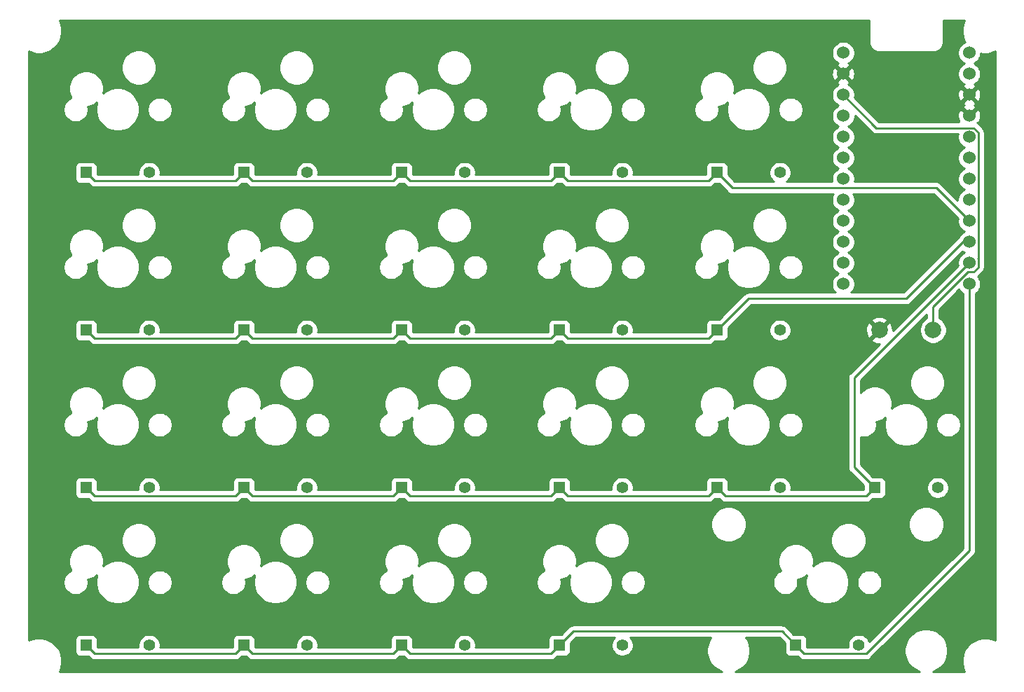
<source format=gbr>
%TF.GenerationSoftware,KiCad,Pcbnew,(5.1.10)-1*%
%TF.CreationDate,2021-05-18T00:23:08+09:00*%
%TF.ProjectId,intro21,696e7472-6f32-4312-9e6b-696361645f70,rev?*%
%TF.SameCoordinates,Original*%
%TF.FileFunction,Copper,L1,Top*%
%TF.FilePolarity,Positive*%
%FSLAX46Y46*%
G04 Gerber Fmt 4.6, Leading zero omitted, Abs format (unit mm)*
G04 Created by KiCad (PCBNEW (5.1.10)-1) date 2021-05-18 00:23:08*
%MOMM*%
%LPD*%
G01*
G04 APERTURE LIST*
%TA.AperFunction,ComponentPad*%
%ADD10C,1.397000*%
%TD*%
%TA.AperFunction,ComponentPad*%
%ADD11R,1.397000X1.397000*%
%TD*%
%TA.AperFunction,ComponentPad*%
%ADD12C,1.524000*%
%TD*%
%TA.AperFunction,ComponentPad*%
%ADD13C,2.000000*%
%TD*%
%TA.AperFunction,ViaPad*%
%ADD14C,0.800000*%
%TD*%
%TA.AperFunction,Conductor*%
%ADD15C,0.250000*%
%TD*%
%TA.AperFunction,Conductor*%
%ADD16C,0.254000*%
%TD*%
%TA.AperFunction,Conductor*%
%ADD17C,1.000000*%
%TD*%
G04 APERTURE END LIST*
D10*
%TO.P,D21,2*%
%TO.N,Net-(D21-Pad2)*%
X191120650Y-140349900D03*
D11*
%TO.P,D21,1*%
%TO.N,/Row3*%
X183500650Y-140349900D03*
%TD*%
D10*
%TO.P,D20,2*%
%TO.N,Net-(D20-Pad2)*%
X162545650Y-140349900D03*
D11*
%TO.P,D20,1*%
%TO.N,/Row3*%
X154925650Y-140349900D03*
%TD*%
D10*
%TO.P,D19,2*%
%TO.N,Net-(D19-Pad2)*%
X143495650Y-140349900D03*
D11*
%TO.P,D19,1*%
%TO.N,/Row3*%
X135875650Y-140349900D03*
%TD*%
D10*
%TO.P,D18,2*%
%TO.N,Net-(D18-Pad2)*%
X124445650Y-140349900D03*
D11*
%TO.P,D18,1*%
%TO.N,/Row3*%
X116825650Y-140349900D03*
%TD*%
D10*
%TO.P,D17,2*%
%TO.N,Net-(D17-Pad2)*%
X105395650Y-140349900D03*
D11*
%TO.P,D17,1*%
%TO.N,/Row3*%
X97775650Y-140349900D03*
%TD*%
D10*
%TO.P,D16,2*%
%TO.N,Net-(D16-Pad2)*%
X200645650Y-121299900D03*
D11*
%TO.P,D16,1*%
%TO.N,/Row2*%
X193025650Y-121299900D03*
%TD*%
D10*
%TO.P,D15,2*%
%TO.N,Net-(D15-Pad2)*%
X181595650Y-121299900D03*
D11*
%TO.P,D15,1*%
%TO.N,/Row2*%
X173975650Y-121299900D03*
%TD*%
D10*
%TO.P,D14,2*%
%TO.N,Net-(D14-Pad2)*%
X162545650Y-121299900D03*
D11*
%TO.P,D14,1*%
%TO.N,/Row2*%
X154925650Y-121299900D03*
%TD*%
D10*
%TO.P,D13,2*%
%TO.N,Net-(D13-Pad2)*%
X143495650Y-121299900D03*
D11*
%TO.P,D13,1*%
%TO.N,/Row2*%
X135875650Y-121299900D03*
%TD*%
D10*
%TO.P,D12,2*%
%TO.N,Net-(D12-Pad2)*%
X124445650Y-121299900D03*
D11*
%TO.P,D12,1*%
%TO.N,/Row2*%
X116825650Y-121299900D03*
%TD*%
D10*
%TO.P,D11,2*%
%TO.N,Net-(D11-Pad2)*%
X105395650Y-121299900D03*
D11*
%TO.P,D11,1*%
%TO.N,/Row2*%
X97775650Y-121299900D03*
%TD*%
D10*
%TO.P,D10,2*%
%TO.N,Net-(D10-Pad2)*%
X181595650Y-102249900D03*
D11*
%TO.P,D10,1*%
%TO.N,/Row1*%
X173975650Y-102249900D03*
%TD*%
D10*
%TO.P,D9,2*%
%TO.N,Net-(D9-Pad2)*%
X162545650Y-102249900D03*
D11*
%TO.P,D9,1*%
%TO.N,/Row1*%
X154925650Y-102249900D03*
%TD*%
D10*
%TO.P,D8,2*%
%TO.N,Net-(D8-Pad2)*%
X143495650Y-102249900D03*
D11*
%TO.P,D8,1*%
%TO.N,/Row1*%
X135875650Y-102249900D03*
%TD*%
D10*
%TO.P,D7,2*%
%TO.N,Net-(D7-Pad2)*%
X124445650Y-102249900D03*
D11*
%TO.P,D7,1*%
%TO.N,/Row1*%
X116825650Y-102249900D03*
%TD*%
D10*
%TO.P,D6,2*%
%TO.N,Net-(D6-Pad2)*%
X105395650Y-102249900D03*
D11*
%TO.P,D6,1*%
%TO.N,/Row1*%
X97775650Y-102249900D03*
%TD*%
D10*
%TO.P,D5,2*%
%TO.N,Net-(D5-Pad2)*%
X181595650Y-83199900D03*
D11*
%TO.P,D5,1*%
%TO.N,/Row0*%
X173975650Y-83199900D03*
%TD*%
D10*
%TO.P,D4,2*%
%TO.N,Net-(D4-Pad2)*%
X162545650Y-83199900D03*
D11*
%TO.P,D4,1*%
%TO.N,/Row0*%
X154925650Y-83199900D03*
%TD*%
D10*
%TO.P,D3,2*%
%TO.N,Net-(D3-Pad2)*%
X143495650Y-83199900D03*
D11*
%TO.P,D3,1*%
%TO.N,/Row0*%
X135875650Y-83199900D03*
%TD*%
D10*
%TO.P,D2,2*%
%TO.N,Net-(D2-Pad2)*%
X124445650Y-83199900D03*
D11*
%TO.P,D2,1*%
%TO.N,/Row0*%
X116825650Y-83199900D03*
%TD*%
D10*
%TO.P,D1,2*%
%TO.N,Net-(D1-Pad2)*%
X105395650Y-83199900D03*
D11*
%TO.P,D1,1*%
%TO.N,/Row0*%
X97775650Y-83199900D03*
%TD*%
D12*
%TO.P,U1,24*%
%TO.N,Net-(U1-Pad24)*%
X189227050Y-68721900D03*
%TO.P,U1,23*%
%TO.N,GND*%
X189227050Y-71261900D03*
%TO.P,U1,22*%
%TO.N,/Reset*%
X189227050Y-73801900D03*
%TO.P,U1,21*%
%TO.N,VCC*%
X189227050Y-76341900D03*
%TO.P,U1,20*%
%TO.N,Net-(U1-Pad20)*%
X189227050Y-78881900D03*
%TO.P,U1,19*%
%TO.N,Net-(U1-Pad19)*%
X189227050Y-81421900D03*
%TO.P,U1,18*%
%TO.N,/Col5*%
X189227050Y-83961900D03*
%TO.P,U1,17*%
%TO.N,/Col4*%
X189227050Y-86501900D03*
%TO.P,U1,16*%
%TO.N,/Col3*%
X189227050Y-89041900D03*
%TO.P,U1,15*%
%TO.N,/Col2*%
X189227050Y-91581900D03*
%TO.P,U1,14*%
%TO.N,/Col1*%
X189227050Y-94121900D03*
%TO.P,U1,13*%
%TO.N,/Col0*%
X189227050Y-96661900D03*
%TO.P,U1,12*%
%TO.N,/Row3*%
X204447050Y-96661900D03*
%TO.P,U1,11*%
%TO.N,/Row2*%
X204447050Y-94121900D03*
%TO.P,U1,10*%
%TO.N,/Row1*%
X204447050Y-91581900D03*
%TO.P,U1,9*%
%TO.N,/Row0*%
X204447050Y-89041900D03*
%TO.P,U1,8*%
%TO.N,Net-(U1-Pad8)*%
X204447050Y-86501900D03*
%TO.P,U1,7*%
%TO.N,Net-(U1-Pad7)*%
X204447050Y-83961900D03*
%TO.P,U1,6*%
%TO.N,Net-(U1-Pad6)*%
X204447050Y-81421900D03*
%TO.P,U1,5*%
%TO.N,Net-(U1-Pad5)*%
X204447050Y-78881900D03*
%TO.P,U1,4*%
%TO.N,GND*%
X204447050Y-76341900D03*
%TO.P,U1,3*%
X204447050Y-73801900D03*
%TO.P,U1,2*%
%TO.N,Net-(U1-Pad2)*%
X204447050Y-71261900D03*
%TO.P,U1,1*%
%TO.N,Net-(U1-Pad1)*%
X204447050Y-68721900D03*
%TD*%
D13*
%TO.P,RSW1,2*%
%TO.N,GND*%
X193585650Y-102249900D03*
%TO.P,RSW1,1*%
%TO.N,/Reset*%
X200085650Y-102249900D03*
%TD*%
D14*
%TO.N,GND*%
X198740650Y-81294900D03*
X198740650Y-90819900D03*
%TD*%
D15*
%TO.N,/Row0*%
X115802149Y-84223401D02*
X116825650Y-83199900D01*
X98799151Y-84223401D02*
X115802149Y-84223401D01*
X97775650Y-83199900D02*
X98799151Y-84223401D01*
X117849151Y-84223401D02*
X134852149Y-84223401D01*
X134852149Y-84223401D02*
X135875650Y-83199900D01*
X116825650Y-83199900D02*
X117849151Y-84223401D01*
X153902149Y-84223401D02*
X154925650Y-83199900D01*
X136899151Y-84223401D02*
X153902149Y-84223401D01*
X135875650Y-83199900D02*
X136899151Y-84223401D01*
X172952149Y-84223401D02*
X173975650Y-83199900D01*
X155949151Y-84223401D02*
X172952149Y-84223401D01*
X154925650Y-83199900D02*
X155949151Y-84223401D01*
X200454051Y-85048901D02*
X204447050Y-89041900D01*
X175824651Y-85048901D02*
X200454051Y-85048901D01*
X173975650Y-83199900D02*
X175824651Y-85048901D01*
%TO.N,/Row1*%
X115802149Y-103273401D02*
X116825650Y-102249900D01*
X98799151Y-103273401D02*
X115802149Y-103273401D01*
X97775650Y-102249900D02*
X98799151Y-103273401D01*
X134852149Y-103273401D02*
X135875650Y-102249900D01*
X117849151Y-103273401D02*
X134852149Y-103273401D01*
X116825650Y-102249900D02*
X117849151Y-103273401D01*
X153902149Y-103273401D02*
X154925650Y-102249900D01*
X136899151Y-103273401D02*
X153902149Y-103273401D01*
X135875650Y-102249900D02*
X136899151Y-103273401D01*
X172952149Y-103273401D02*
X173975650Y-102249900D01*
X155949151Y-103273401D02*
X172952149Y-103273401D01*
X154925650Y-102249900D02*
X155949151Y-103273401D01*
X203693650Y-91581900D02*
X204447050Y-91581900D01*
X196835650Y-98439900D02*
X203693650Y-91581900D01*
X177785650Y-98439900D02*
X196835650Y-98439900D01*
X173975650Y-102249900D02*
X177785650Y-98439900D01*
%TO.N,/Row2*%
X115802149Y-122323401D02*
X116825650Y-121299900D01*
X98799151Y-122323401D02*
X115802149Y-122323401D01*
X97775650Y-121299900D02*
X98799151Y-122323401D01*
X134852149Y-122323401D02*
X135875650Y-121299900D01*
X117849151Y-122323401D02*
X134852149Y-122323401D01*
X116825650Y-121299900D02*
X117849151Y-122323401D01*
X153902149Y-122323401D02*
X154925650Y-121299900D01*
X136899151Y-122323401D02*
X153902149Y-122323401D01*
X135875650Y-121299900D02*
X136899151Y-122323401D01*
X155949151Y-122323401D02*
X172952149Y-122323401D01*
X172952149Y-122323401D02*
X173975650Y-121299900D01*
X154925650Y-121299900D02*
X155949151Y-122323401D01*
X174999151Y-122323401D02*
X192002149Y-122323401D01*
X192002149Y-122323401D02*
X193025650Y-121299900D01*
X173975650Y-121299900D02*
X174999151Y-122323401D01*
X190555649Y-108013301D02*
X204447050Y-94121900D01*
X190555649Y-118829899D02*
X190555649Y-108013301D01*
X193025650Y-121299900D02*
X190555649Y-118829899D01*
%TO.N,/Row3*%
X115802149Y-141373401D02*
X116825650Y-140349900D01*
X98799151Y-141373401D02*
X115802149Y-141373401D01*
X97775650Y-140349900D02*
X98799151Y-141373401D01*
X134852149Y-141373401D02*
X135875650Y-140349900D01*
X117849151Y-141373401D02*
X134852149Y-141373401D01*
X116825650Y-140349900D02*
X117849151Y-141373401D01*
X153902149Y-141373401D02*
X154925650Y-140349900D01*
X136899151Y-141373401D02*
X153902149Y-141373401D01*
X135875650Y-140349900D02*
X136899151Y-141373401D01*
X181816749Y-138665999D02*
X183500650Y-140349900D01*
X156609551Y-138665999D02*
X181816749Y-138665999D01*
X154925650Y-140349900D02*
X156609551Y-138665999D01*
X184524151Y-141373401D02*
X192002149Y-141373401D01*
X183500650Y-140349900D02*
X184524151Y-141373401D01*
X204447050Y-128928500D02*
X192002149Y-141373401D01*
X204447050Y-96661900D02*
X204447050Y-128928500D01*
%TO.N,/Reset*%
X205509731Y-93575819D02*
X205534051Y-93600139D01*
X205534051Y-78360139D02*
X205534051Y-93551499D01*
X204968811Y-77794899D02*
X205534051Y-78360139D01*
X205534051Y-93551499D02*
X205509731Y-93575819D01*
X193220049Y-77794899D02*
X204968811Y-77794899D01*
X205534051Y-93600139D02*
X205534051Y-94643661D01*
X189227050Y-73801900D02*
X193220049Y-77794899D01*
X204291287Y-95208901D02*
X204968811Y-95208901D01*
X200085650Y-99414538D02*
X204291287Y-95208901D01*
X204968811Y-95208901D02*
X205534051Y-94643661D01*
X200085650Y-102249900D02*
X200085650Y-99414538D01*
%TD*%
D16*
%TO.N,GND*%
X192365651Y-67492319D02*
X192368399Y-67520219D01*
X192368378Y-67523208D01*
X192369277Y-67532379D01*
X192374356Y-67580699D01*
X192375201Y-67589283D01*
X192375288Y-67589569D01*
X192379477Y-67629427D01*
X192391511Y-67688052D01*
X192402714Y-67746784D01*
X192405378Y-67755606D01*
X192434234Y-67848825D01*
X192457417Y-67903975D01*
X192479825Y-67959437D01*
X192484152Y-67967573D01*
X192530564Y-68053411D01*
X192564012Y-68102998D01*
X192596769Y-68153056D01*
X192602593Y-68160197D01*
X192664795Y-68235386D01*
X192707244Y-68277539D01*
X192749089Y-68320271D01*
X192756190Y-68326145D01*
X192831810Y-68387821D01*
X192881675Y-68420952D01*
X192931000Y-68454725D01*
X192939095Y-68459102D01*
X192939098Y-68459104D01*
X192939101Y-68459105D01*
X192939106Y-68459108D01*
X193025267Y-68504920D01*
X193080559Y-68527709D01*
X193135548Y-68551278D01*
X193144351Y-68554003D01*
X193237769Y-68582208D01*
X193296476Y-68593833D01*
X193354966Y-68606265D01*
X193364120Y-68607227D01*
X193364126Y-68607228D01*
X193364131Y-68607228D01*
X193461248Y-68616750D01*
X193493231Y-68619900D01*
X200178069Y-68619900D01*
X200205979Y-68617151D01*
X200208958Y-68617172D01*
X200218129Y-68616273D01*
X200266298Y-68611210D01*
X200275033Y-68610350D01*
X200275324Y-68610262D01*
X200315177Y-68606073D01*
X200373802Y-68594039D01*
X200432534Y-68582836D01*
X200441356Y-68580172D01*
X200534575Y-68551316D01*
X200589725Y-68528133D01*
X200645187Y-68505725D01*
X200653316Y-68501402D01*
X200653320Y-68501400D01*
X200653323Y-68501398D01*
X200739161Y-68454986D01*
X200788748Y-68421538D01*
X200838806Y-68388781D01*
X200845947Y-68382957D01*
X200921136Y-68320755D01*
X200963289Y-68278306D01*
X201006021Y-68236461D01*
X201011895Y-68229360D01*
X201073571Y-68153740D01*
X201106702Y-68103875D01*
X201140475Y-68054550D01*
X201144858Y-68046444D01*
X201190670Y-67960283D01*
X201213459Y-67904991D01*
X201237028Y-67850002D01*
X201239753Y-67841199D01*
X201267958Y-67747781D01*
X201279583Y-67689074D01*
X201292015Y-67630584D01*
X201292977Y-67621430D01*
X201292978Y-67621424D01*
X201292978Y-67621419D01*
X201302500Y-67524302D01*
X201305650Y-67492319D01*
X201305650Y-64809900D01*
X203861884Y-64809900D01*
X203682676Y-65242546D01*
X203575650Y-65780601D01*
X203575650Y-66329199D01*
X203682676Y-66867254D01*
X203892615Y-67374092D01*
X203926821Y-67425284D01*
X203785323Y-67483895D01*
X203556515Y-67636780D01*
X203361930Y-67831365D01*
X203209045Y-68060173D01*
X203103736Y-68314410D01*
X203050050Y-68584308D01*
X203050050Y-68859492D01*
X203103736Y-69129390D01*
X203209045Y-69383627D01*
X203361930Y-69612435D01*
X203556515Y-69807020D01*
X203785323Y-69959905D01*
X203862565Y-69991900D01*
X203785323Y-70023895D01*
X203556515Y-70176780D01*
X203361930Y-70371365D01*
X203209045Y-70600173D01*
X203103736Y-70854410D01*
X203050050Y-71124308D01*
X203050050Y-71399492D01*
X203103736Y-71669390D01*
X203209045Y-71923627D01*
X203361930Y-72152435D01*
X203556515Y-72347020D01*
X203785323Y-72499905D01*
X203856993Y-72529592D01*
X203844027Y-72534264D01*
X203728070Y-72596244D01*
X203661090Y-72836335D01*
X204447050Y-73622295D01*
X205233010Y-72836335D01*
X205166030Y-72596244D01*
X205030290Y-72532415D01*
X205108777Y-72499905D01*
X205337585Y-72347020D01*
X205532170Y-72152435D01*
X205685055Y-71923627D01*
X205790364Y-71669390D01*
X205844050Y-71399492D01*
X205844050Y-71124308D01*
X205790364Y-70854410D01*
X205685055Y-70600173D01*
X205532170Y-70371365D01*
X205337585Y-70176780D01*
X205108777Y-70023895D01*
X205031535Y-69991900D01*
X205108777Y-69959905D01*
X205337585Y-69807020D01*
X205532170Y-69612435D01*
X205685055Y-69383627D01*
X205790364Y-69129390D01*
X205844050Y-68859492D01*
X205844050Y-68791703D01*
X206086351Y-68839900D01*
X206634949Y-68839900D01*
X207173004Y-68732874D01*
X207605651Y-68553666D01*
X207605650Y-139755679D01*
X207172654Y-139576326D01*
X206634599Y-139469300D01*
X206086001Y-139469300D01*
X205547946Y-139576326D01*
X205041108Y-139786265D01*
X204584966Y-140091050D01*
X204197050Y-140478966D01*
X203892265Y-140935108D01*
X203682326Y-141441946D01*
X203575300Y-141980001D01*
X203575300Y-142528599D01*
X203682326Y-143066654D01*
X203861782Y-143499900D01*
X200046550Y-143499900D01*
X200493901Y-143314601D01*
X200924476Y-143026900D01*
X201290650Y-142660726D01*
X201578351Y-142230151D01*
X201776523Y-141751722D01*
X201877550Y-141243824D01*
X201877550Y-140725976D01*
X201776523Y-140218078D01*
X201578351Y-139739649D01*
X201290650Y-139309074D01*
X200924476Y-138942900D01*
X200493901Y-138655199D01*
X200015472Y-138457027D01*
X199507574Y-138356000D01*
X198989726Y-138356000D01*
X198481828Y-138457027D01*
X198003399Y-138655199D01*
X197572824Y-138942900D01*
X197206650Y-139309074D01*
X196918949Y-139739649D01*
X196720777Y-140218078D01*
X196619750Y-140725976D01*
X196619750Y-141243824D01*
X196720777Y-141751722D01*
X196918949Y-142230151D01*
X197206650Y-142660726D01*
X197572824Y-143026900D01*
X198003399Y-143314601D01*
X198450750Y-143499900D01*
X176170550Y-143499900D01*
X176617901Y-143314601D01*
X177048476Y-143026900D01*
X177414650Y-142660726D01*
X177702351Y-142230151D01*
X177900523Y-141751722D01*
X178001550Y-141243824D01*
X178001550Y-140725976D01*
X177900523Y-140218078D01*
X177702351Y-139739649D01*
X177492777Y-139425999D01*
X181501948Y-139425999D01*
X182164078Y-140088130D01*
X182164078Y-141048400D01*
X182176338Y-141172882D01*
X182212648Y-141292580D01*
X182271613Y-141402894D01*
X182350965Y-141499585D01*
X182447656Y-141578937D01*
X182557970Y-141637902D01*
X182677668Y-141674212D01*
X182802150Y-141686472D01*
X183762420Y-141686472D01*
X183960352Y-141884404D01*
X183984150Y-141913402D01*
X184013148Y-141937200D01*
X184099874Y-142008375D01*
X184220836Y-142073031D01*
X184231904Y-142078947D01*
X184375165Y-142122404D01*
X184486818Y-142133401D01*
X184486828Y-142133401D01*
X184524151Y-142137077D01*
X184561473Y-142133401D01*
X191964827Y-142133401D01*
X192002149Y-142137077D01*
X192039471Y-142133401D01*
X192039482Y-142133401D01*
X192151135Y-142122404D01*
X192294396Y-142078947D01*
X192426425Y-142008375D01*
X192542150Y-141913402D01*
X192565953Y-141884398D01*
X204958053Y-129492299D01*
X204987051Y-129468501D01*
X205082024Y-129352776D01*
X205152596Y-129220747D01*
X205196053Y-129077486D01*
X205207050Y-128965833D01*
X205207050Y-128965825D01*
X205210726Y-128928500D01*
X205207050Y-128891175D01*
X205207050Y-97834241D01*
X205337585Y-97747020D01*
X205532170Y-97552435D01*
X205685055Y-97323627D01*
X205790364Y-97069390D01*
X205844050Y-96799492D01*
X205844050Y-96524308D01*
X205790364Y-96254410D01*
X205685055Y-96000173D01*
X205532170Y-95771365D01*
X205509215Y-95748410D01*
X205532614Y-95719899D01*
X206045053Y-95207461D01*
X206074052Y-95183662D01*
X206100383Y-95151578D01*
X206169025Y-95067938D01*
X206239597Y-94935908D01*
X206245437Y-94916655D01*
X206283054Y-94792647D01*
X206294051Y-94680994D01*
X206294051Y-94680985D01*
X206297727Y-94643662D01*
X206294051Y-94606339D01*
X206294051Y-93637464D01*
X206297727Y-93600139D01*
X206295332Y-93575819D01*
X206297727Y-93551499D01*
X206294051Y-93514174D01*
X206294051Y-78397461D01*
X206297727Y-78360138D01*
X206294051Y-78322815D01*
X206294051Y-78322806D01*
X206283054Y-78211153D01*
X206239597Y-78067892D01*
X206173313Y-77943885D01*
X206169025Y-77935862D01*
X206097850Y-77849136D01*
X206074052Y-77820138D01*
X206045055Y-77796341D01*
X205532614Y-77283901D01*
X205513133Y-77260163D01*
X205529027Y-77244269D01*
X205412617Y-77127859D01*
X205652706Y-77060880D01*
X205769806Y-76811852D01*
X205836073Y-76544765D01*
X205848960Y-76269883D01*
X205807972Y-75997767D01*
X205714686Y-75738877D01*
X205652706Y-75622920D01*
X205412615Y-75555940D01*
X204626655Y-76341900D01*
X204640798Y-76356043D01*
X204461193Y-76535648D01*
X204447050Y-76521505D01*
X204432908Y-76535648D01*
X204253303Y-76356043D01*
X204267445Y-76341900D01*
X203481485Y-75555940D01*
X203241394Y-75622920D01*
X203124294Y-75871948D01*
X203058027Y-76139035D01*
X203045140Y-76413917D01*
X203086128Y-76686033D01*
X203179414Y-76944923D01*
X203227507Y-77034899D01*
X193534851Y-77034899D01*
X191267417Y-74767465D01*
X203661090Y-74767465D01*
X203728070Y-75007556D01*
X203858694Y-75068979D01*
X203844027Y-75074264D01*
X203728070Y-75136244D01*
X203661090Y-75376335D01*
X204447050Y-76162295D01*
X205233010Y-75376335D01*
X205166030Y-75136244D01*
X205035406Y-75074821D01*
X205050073Y-75069536D01*
X205166030Y-75007556D01*
X205233010Y-74767465D01*
X204447050Y-73981505D01*
X203661090Y-74767465D01*
X191267417Y-74767465D01*
X190593422Y-74093471D01*
X190624050Y-73939492D01*
X190624050Y-73873917D01*
X203045140Y-73873917D01*
X203086128Y-74146033D01*
X203179414Y-74404923D01*
X203241394Y-74520880D01*
X203481485Y-74587860D01*
X204267445Y-73801900D01*
X204626655Y-73801900D01*
X205412615Y-74587860D01*
X205652706Y-74520880D01*
X205769806Y-74271852D01*
X205836073Y-74004765D01*
X205848960Y-73729883D01*
X205807972Y-73457767D01*
X205714686Y-73198877D01*
X205652706Y-73082920D01*
X205412615Y-73015940D01*
X204626655Y-73801900D01*
X204267445Y-73801900D01*
X203481485Y-73015940D01*
X203241394Y-73082920D01*
X203124294Y-73331948D01*
X203058027Y-73599035D01*
X203045140Y-73873917D01*
X190624050Y-73873917D01*
X190624050Y-73664308D01*
X190570364Y-73394410D01*
X190465055Y-73140173D01*
X190312170Y-72911365D01*
X190117585Y-72716780D01*
X189888777Y-72563895D01*
X189817107Y-72534208D01*
X189830073Y-72529536D01*
X189946030Y-72467556D01*
X190013010Y-72227465D01*
X189227050Y-71441505D01*
X188441090Y-72227465D01*
X188508070Y-72467556D01*
X188643810Y-72531385D01*
X188565323Y-72563895D01*
X188336515Y-72716780D01*
X188141930Y-72911365D01*
X187989045Y-73140173D01*
X187883736Y-73394410D01*
X187830050Y-73664308D01*
X187830050Y-73939492D01*
X187883736Y-74209390D01*
X187989045Y-74463627D01*
X188141930Y-74692435D01*
X188336515Y-74887020D01*
X188565323Y-75039905D01*
X188642565Y-75071900D01*
X188565323Y-75103895D01*
X188336515Y-75256780D01*
X188141930Y-75451365D01*
X187989045Y-75680173D01*
X187883736Y-75934410D01*
X187830050Y-76204308D01*
X187830050Y-76479492D01*
X187883736Y-76749390D01*
X187989045Y-77003627D01*
X188141930Y-77232435D01*
X188336515Y-77427020D01*
X188565323Y-77579905D01*
X188642565Y-77611900D01*
X188565323Y-77643895D01*
X188336515Y-77796780D01*
X188141930Y-77991365D01*
X187989045Y-78220173D01*
X187883736Y-78474410D01*
X187830050Y-78744308D01*
X187830050Y-79019492D01*
X187883736Y-79289390D01*
X187989045Y-79543627D01*
X188141930Y-79772435D01*
X188336515Y-79967020D01*
X188565323Y-80119905D01*
X188642565Y-80151900D01*
X188565323Y-80183895D01*
X188336515Y-80336780D01*
X188141930Y-80531365D01*
X187989045Y-80760173D01*
X187883736Y-81014410D01*
X187830050Y-81284308D01*
X187830050Y-81559492D01*
X187883736Y-81829390D01*
X187989045Y-82083627D01*
X188141930Y-82312435D01*
X188336515Y-82507020D01*
X188565323Y-82659905D01*
X188642565Y-82691900D01*
X188565323Y-82723895D01*
X188336515Y-82876780D01*
X188141930Y-83071365D01*
X187989045Y-83300173D01*
X187883736Y-83554410D01*
X187830050Y-83824308D01*
X187830050Y-84099492D01*
X187867726Y-84288901D01*
X182366081Y-84288901D01*
X182445707Y-84235697D01*
X182631447Y-84049957D01*
X182777382Y-83831549D01*
X182877904Y-83588868D01*
X182929150Y-83331238D01*
X182929150Y-83068562D01*
X182877904Y-82810932D01*
X182777382Y-82568251D01*
X182631447Y-82349843D01*
X182445707Y-82164103D01*
X182227299Y-82018168D01*
X181984618Y-81917646D01*
X181726988Y-81866400D01*
X181464312Y-81866400D01*
X181206682Y-81917646D01*
X180964001Y-82018168D01*
X180745593Y-82164103D01*
X180559853Y-82349843D01*
X180413918Y-82568251D01*
X180313396Y-82810932D01*
X180262150Y-83068562D01*
X180262150Y-83331238D01*
X180313396Y-83588868D01*
X180413918Y-83831549D01*
X180559853Y-84049957D01*
X180745593Y-84235697D01*
X180825219Y-84288901D01*
X176139453Y-84288901D01*
X175312222Y-83461671D01*
X175312222Y-82501400D01*
X175299962Y-82376918D01*
X175263652Y-82257220D01*
X175204687Y-82146906D01*
X175125335Y-82050215D01*
X175028644Y-81970863D01*
X174918330Y-81911898D01*
X174798632Y-81875588D01*
X174674150Y-81863328D01*
X173277150Y-81863328D01*
X173152668Y-81875588D01*
X173032970Y-81911898D01*
X172922656Y-81970863D01*
X172825965Y-82050215D01*
X172746613Y-82146906D01*
X172687648Y-82257220D01*
X172651338Y-82376918D01*
X172639078Y-82501400D01*
X172639078Y-83461671D01*
X172637348Y-83463401D01*
X163852861Y-83463401D01*
X163879150Y-83331238D01*
X163879150Y-83068562D01*
X163827904Y-82810932D01*
X163727382Y-82568251D01*
X163581447Y-82349843D01*
X163395707Y-82164103D01*
X163177299Y-82018168D01*
X162934618Y-81917646D01*
X162676988Y-81866400D01*
X162414312Y-81866400D01*
X162156682Y-81917646D01*
X161914001Y-82018168D01*
X161695593Y-82164103D01*
X161509853Y-82349843D01*
X161363918Y-82568251D01*
X161263396Y-82810932D01*
X161212150Y-83068562D01*
X161212150Y-83331238D01*
X161238439Y-83463401D01*
X156263953Y-83463401D01*
X156262222Y-83461670D01*
X156262222Y-82501400D01*
X156249962Y-82376918D01*
X156213652Y-82257220D01*
X156154687Y-82146906D01*
X156075335Y-82050215D01*
X155978644Y-81970863D01*
X155868330Y-81911898D01*
X155748632Y-81875588D01*
X155624150Y-81863328D01*
X154227150Y-81863328D01*
X154102668Y-81875588D01*
X153982970Y-81911898D01*
X153872656Y-81970863D01*
X153775965Y-82050215D01*
X153696613Y-82146906D01*
X153637648Y-82257220D01*
X153601338Y-82376918D01*
X153589078Y-82501400D01*
X153589078Y-83461671D01*
X153587348Y-83463401D01*
X144802861Y-83463401D01*
X144829150Y-83331238D01*
X144829150Y-83068562D01*
X144777904Y-82810932D01*
X144677382Y-82568251D01*
X144531447Y-82349843D01*
X144345707Y-82164103D01*
X144127299Y-82018168D01*
X143884618Y-81917646D01*
X143626988Y-81866400D01*
X143364312Y-81866400D01*
X143106682Y-81917646D01*
X142864001Y-82018168D01*
X142645593Y-82164103D01*
X142459853Y-82349843D01*
X142313918Y-82568251D01*
X142213396Y-82810932D01*
X142162150Y-83068562D01*
X142162150Y-83331238D01*
X142188439Y-83463401D01*
X137213953Y-83463401D01*
X137212222Y-83461670D01*
X137212222Y-82501400D01*
X137199962Y-82376918D01*
X137163652Y-82257220D01*
X137104687Y-82146906D01*
X137025335Y-82050215D01*
X136928644Y-81970863D01*
X136818330Y-81911898D01*
X136698632Y-81875588D01*
X136574150Y-81863328D01*
X135177150Y-81863328D01*
X135052668Y-81875588D01*
X134932970Y-81911898D01*
X134822656Y-81970863D01*
X134725965Y-82050215D01*
X134646613Y-82146906D01*
X134587648Y-82257220D01*
X134551338Y-82376918D01*
X134539078Y-82501400D01*
X134539078Y-83461671D01*
X134537348Y-83463401D01*
X125752861Y-83463401D01*
X125779150Y-83331238D01*
X125779150Y-83068562D01*
X125727904Y-82810932D01*
X125627382Y-82568251D01*
X125481447Y-82349843D01*
X125295707Y-82164103D01*
X125077299Y-82018168D01*
X124834618Y-81917646D01*
X124576988Y-81866400D01*
X124314312Y-81866400D01*
X124056682Y-81917646D01*
X123814001Y-82018168D01*
X123595593Y-82164103D01*
X123409853Y-82349843D01*
X123263918Y-82568251D01*
X123163396Y-82810932D01*
X123112150Y-83068562D01*
X123112150Y-83331238D01*
X123138439Y-83463401D01*
X118163953Y-83463401D01*
X118162222Y-83461670D01*
X118162222Y-82501400D01*
X118149962Y-82376918D01*
X118113652Y-82257220D01*
X118054687Y-82146906D01*
X117975335Y-82050215D01*
X117878644Y-81970863D01*
X117768330Y-81911898D01*
X117648632Y-81875588D01*
X117524150Y-81863328D01*
X116127150Y-81863328D01*
X116002668Y-81875588D01*
X115882970Y-81911898D01*
X115772656Y-81970863D01*
X115675965Y-82050215D01*
X115596613Y-82146906D01*
X115537648Y-82257220D01*
X115501338Y-82376918D01*
X115489078Y-82501400D01*
X115489078Y-83461671D01*
X115487348Y-83463401D01*
X106702861Y-83463401D01*
X106729150Y-83331238D01*
X106729150Y-83068562D01*
X106677904Y-82810932D01*
X106577382Y-82568251D01*
X106431447Y-82349843D01*
X106245707Y-82164103D01*
X106027299Y-82018168D01*
X105784618Y-81917646D01*
X105526988Y-81866400D01*
X105264312Y-81866400D01*
X105006682Y-81917646D01*
X104764001Y-82018168D01*
X104545593Y-82164103D01*
X104359853Y-82349843D01*
X104213918Y-82568251D01*
X104113396Y-82810932D01*
X104062150Y-83068562D01*
X104062150Y-83331238D01*
X104088439Y-83463401D01*
X99113953Y-83463401D01*
X99112222Y-83461670D01*
X99112222Y-82501400D01*
X99099962Y-82376918D01*
X99063652Y-82257220D01*
X99004687Y-82146906D01*
X98925335Y-82050215D01*
X98828644Y-81970863D01*
X98718330Y-81911898D01*
X98598632Y-81875588D01*
X98474150Y-81863328D01*
X97077150Y-81863328D01*
X96952668Y-81875588D01*
X96832970Y-81911898D01*
X96722656Y-81970863D01*
X96625965Y-82050215D01*
X96546613Y-82146906D01*
X96487648Y-82257220D01*
X96451338Y-82376918D01*
X96439078Y-82501400D01*
X96439078Y-83898400D01*
X96451338Y-84022882D01*
X96487648Y-84142580D01*
X96546613Y-84252894D01*
X96625965Y-84349585D01*
X96722656Y-84428937D01*
X96832970Y-84487902D01*
X96952668Y-84524212D01*
X97077150Y-84536472D01*
X98037420Y-84536472D01*
X98235352Y-84734404D01*
X98259150Y-84763402D01*
X98288148Y-84787200D01*
X98374874Y-84858375D01*
X98506904Y-84928947D01*
X98650165Y-84972404D01*
X98761818Y-84983401D01*
X98761828Y-84983401D01*
X98799151Y-84987077D01*
X98836473Y-84983401D01*
X115764827Y-84983401D01*
X115802149Y-84987077D01*
X115839471Y-84983401D01*
X115839482Y-84983401D01*
X115951135Y-84972404D01*
X116094396Y-84928947D01*
X116226425Y-84858375D01*
X116342150Y-84763402D01*
X116365953Y-84734399D01*
X116563879Y-84536472D01*
X117087420Y-84536472D01*
X117285352Y-84734404D01*
X117309150Y-84763402D01*
X117338148Y-84787200D01*
X117424874Y-84858375D01*
X117556904Y-84928947D01*
X117700165Y-84972404D01*
X117811818Y-84983401D01*
X117811828Y-84983401D01*
X117849151Y-84987077D01*
X117886473Y-84983401D01*
X134814827Y-84983401D01*
X134852149Y-84987077D01*
X134889471Y-84983401D01*
X134889482Y-84983401D01*
X135001135Y-84972404D01*
X135144396Y-84928947D01*
X135276425Y-84858375D01*
X135392150Y-84763402D01*
X135415953Y-84734399D01*
X135613879Y-84536472D01*
X136137420Y-84536472D01*
X136335352Y-84734404D01*
X136359150Y-84763402D01*
X136388148Y-84787200D01*
X136474874Y-84858375D01*
X136606904Y-84928947D01*
X136750165Y-84972404D01*
X136861818Y-84983401D01*
X136861828Y-84983401D01*
X136899151Y-84987077D01*
X136936473Y-84983401D01*
X153864827Y-84983401D01*
X153902149Y-84987077D01*
X153939471Y-84983401D01*
X153939482Y-84983401D01*
X154051135Y-84972404D01*
X154194396Y-84928947D01*
X154326425Y-84858375D01*
X154442150Y-84763402D01*
X154465953Y-84734399D01*
X154663879Y-84536472D01*
X155187420Y-84536472D01*
X155385352Y-84734404D01*
X155409150Y-84763402D01*
X155438148Y-84787200D01*
X155524874Y-84858375D01*
X155656904Y-84928947D01*
X155800165Y-84972404D01*
X155911818Y-84983401D01*
X155911828Y-84983401D01*
X155949151Y-84987077D01*
X155986473Y-84983401D01*
X172914827Y-84983401D01*
X172952149Y-84987077D01*
X172989471Y-84983401D01*
X172989482Y-84983401D01*
X173101135Y-84972404D01*
X173244396Y-84928947D01*
X173376425Y-84858375D01*
X173492150Y-84763402D01*
X173515953Y-84734399D01*
X173713879Y-84536472D01*
X174237421Y-84536472D01*
X175260851Y-85559903D01*
X175284650Y-85588902D01*
X175400375Y-85683875D01*
X175532404Y-85754447D01*
X175675665Y-85797904D01*
X175787318Y-85808901D01*
X175787327Y-85808901D01*
X175824650Y-85812577D01*
X175861973Y-85808901D01*
X188009940Y-85808901D01*
X187989045Y-85840173D01*
X187883736Y-86094410D01*
X187830050Y-86364308D01*
X187830050Y-86639492D01*
X187883736Y-86909390D01*
X187989045Y-87163627D01*
X188141930Y-87392435D01*
X188336515Y-87587020D01*
X188565323Y-87739905D01*
X188642565Y-87771900D01*
X188565323Y-87803895D01*
X188336515Y-87956780D01*
X188141930Y-88151365D01*
X187989045Y-88380173D01*
X187883736Y-88634410D01*
X187830050Y-88904308D01*
X187830050Y-89179492D01*
X187883736Y-89449390D01*
X187989045Y-89703627D01*
X188141930Y-89932435D01*
X188336515Y-90127020D01*
X188565323Y-90279905D01*
X188642565Y-90311900D01*
X188565323Y-90343895D01*
X188336515Y-90496780D01*
X188141930Y-90691365D01*
X187989045Y-90920173D01*
X187883736Y-91174410D01*
X187830050Y-91444308D01*
X187830050Y-91719492D01*
X187883736Y-91989390D01*
X187989045Y-92243627D01*
X188141930Y-92472435D01*
X188336515Y-92667020D01*
X188565323Y-92819905D01*
X188642565Y-92851900D01*
X188565323Y-92883895D01*
X188336515Y-93036780D01*
X188141930Y-93231365D01*
X187989045Y-93460173D01*
X187883736Y-93714410D01*
X187830050Y-93984308D01*
X187830050Y-94259492D01*
X187883736Y-94529390D01*
X187989045Y-94783627D01*
X188141930Y-95012435D01*
X188336515Y-95207020D01*
X188565323Y-95359905D01*
X188642565Y-95391900D01*
X188565323Y-95423895D01*
X188336515Y-95576780D01*
X188141930Y-95771365D01*
X187989045Y-96000173D01*
X187883736Y-96254410D01*
X187830050Y-96524308D01*
X187830050Y-96799492D01*
X187883736Y-97069390D01*
X187989045Y-97323627D01*
X188141930Y-97552435D01*
X188269395Y-97679900D01*
X177822975Y-97679900D01*
X177785650Y-97676224D01*
X177748325Y-97679900D01*
X177748317Y-97679900D01*
X177636664Y-97690897D01*
X177493403Y-97734354D01*
X177361374Y-97804926D01*
X177245649Y-97899899D01*
X177221851Y-97928897D01*
X174237421Y-100913328D01*
X173277150Y-100913328D01*
X173152668Y-100925588D01*
X173032970Y-100961898D01*
X172922656Y-101020863D01*
X172825965Y-101100215D01*
X172746613Y-101196906D01*
X172687648Y-101307220D01*
X172651338Y-101426918D01*
X172639078Y-101551400D01*
X172639078Y-102511671D01*
X172637348Y-102513401D01*
X163852861Y-102513401D01*
X163879150Y-102381238D01*
X163879150Y-102118562D01*
X163827904Y-101860932D01*
X163727382Y-101618251D01*
X163581447Y-101399843D01*
X163395707Y-101214103D01*
X163177299Y-101068168D01*
X162934618Y-100967646D01*
X162676988Y-100916400D01*
X162414312Y-100916400D01*
X162156682Y-100967646D01*
X161914001Y-101068168D01*
X161695593Y-101214103D01*
X161509853Y-101399843D01*
X161363918Y-101618251D01*
X161263396Y-101860932D01*
X161212150Y-102118562D01*
X161212150Y-102381238D01*
X161238439Y-102513401D01*
X156263953Y-102513401D01*
X156262222Y-102511670D01*
X156262222Y-101551400D01*
X156249962Y-101426918D01*
X156213652Y-101307220D01*
X156154687Y-101196906D01*
X156075335Y-101100215D01*
X155978644Y-101020863D01*
X155868330Y-100961898D01*
X155748632Y-100925588D01*
X155624150Y-100913328D01*
X154227150Y-100913328D01*
X154102668Y-100925588D01*
X153982970Y-100961898D01*
X153872656Y-101020863D01*
X153775965Y-101100215D01*
X153696613Y-101196906D01*
X153637648Y-101307220D01*
X153601338Y-101426918D01*
X153589078Y-101551400D01*
X153589078Y-102511671D01*
X153587348Y-102513401D01*
X144802861Y-102513401D01*
X144829150Y-102381238D01*
X144829150Y-102118562D01*
X144777904Y-101860932D01*
X144677382Y-101618251D01*
X144531447Y-101399843D01*
X144345707Y-101214103D01*
X144127299Y-101068168D01*
X143884618Y-100967646D01*
X143626988Y-100916400D01*
X143364312Y-100916400D01*
X143106682Y-100967646D01*
X142864001Y-101068168D01*
X142645593Y-101214103D01*
X142459853Y-101399843D01*
X142313918Y-101618251D01*
X142213396Y-101860932D01*
X142162150Y-102118562D01*
X142162150Y-102381238D01*
X142188439Y-102513401D01*
X137213953Y-102513401D01*
X137212222Y-102511670D01*
X137212222Y-101551400D01*
X137199962Y-101426918D01*
X137163652Y-101307220D01*
X137104687Y-101196906D01*
X137025335Y-101100215D01*
X136928644Y-101020863D01*
X136818330Y-100961898D01*
X136698632Y-100925588D01*
X136574150Y-100913328D01*
X135177150Y-100913328D01*
X135052668Y-100925588D01*
X134932970Y-100961898D01*
X134822656Y-101020863D01*
X134725965Y-101100215D01*
X134646613Y-101196906D01*
X134587648Y-101307220D01*
X134551338Y-101426918D01*
X134539078Y-101551400D01*
X134539078Y-102511671D01*
X134537348Y-102513401D01*
X125752861Y-102513401D01*
X125779150Y-102381238D01*
X125779150Y-102118562D01*
X125727904Y-101860932D01*
X125627382Y-101618251D01*
X125481447Y-101399843D01*
X125295707Y-101214103D01*
X125077299Y-101068168D01*
X124834618Y-100967646D01*
X124576988Y-100916400D01*
X124314312Y-100916400D01*
X124056682Y-100967646D01*
X123814001Y-101068168D01*
X123595593Y-101214103D01*
X123409853Y-101399843D01*
X123263918Y-101618251D01*
X123163396Y-101860932D01*
X123112150Y-102118562D01*
X123112150Y-102381238D01*
X123138439Y-102513401D01*
X118163953Y-102513401D01*
X118162222Y-102511670D01*
X118162222Y-101551400D01*
X118149962Y-101426918D01*
X118113652Y-101307220D01*
X118054687Y-101196906D01*
X117975335Y-101100215D01*
X117878644Y-101020863D01*
X117768330Y-100961898D01*
X117648632Y-100925588D01*
X117524150Y-100913328D01*
X116127150Y-100913328D01*
X116002668Y-100925588D01*
X115882970Y-100961898D01*
X115772656Y-101020863D01*
X115675965Y-101100215D01*
X115596613Y-101196906D01*
X115537648Y-101307220D01*
X115501338Y-101426918D01*
X115489078Y-101551400D01*
X115489078Y-102511671D01*
X115487348Y-102513401D01*
X106702861Y-102513401D01*
X106729150Y-102381238D01*
X106729150Y-102118562D01*
X106677904Y-101860932D01*
X106577382Y-101618251D01*
X106431447Y-101399843D01*
X106245707Y-101214103D01*
X106027299Y-101068168D01*
X105784618Y-100967646D01*
X105526988Y-100916400D01*
X105264312Y-100916400D01*
X105006682Y-100967646D01*
X104764001Y-101068168D01*
X104545593Y-101214103D01*
X104359853Y-101399843D01*
X104213918Y-101618251D01*
X104113396Y-101860932D01*
X104062150Y-102118562D01*
X104062150Y-102381238D01*
X104088439Y-102513401D01*
X99113953Y-102513401D01*
X99112222Y-102511670D01*
X99112222Y-101551400D01*
X99099962Y-101426918D01*
X99063652Y-101307220D01*
X99004687Y-101196906D01*
X98925335Y-101100215D01*
X98828644Y-101020863D01*
X98718330Y-100961898D01*
X98598632Y-100925588D01*
X98474150Y-100913328D01*
X97077150Y-100913328D01*
X96952668Y-100925588D01*
X96832970Y-100961898D01*
X96722656Y-101020863D01*
X96625965Y-101100215D01*
X96546613Y-101196906D01*
X96487648Y-101307220D01*
X96451338Y-101426918D01*
X96439078Y-101551400D01*
X96439078Y-102948400D01*
X96451338Y-103072882D01*
X96487648Y-103192580D01*
X96546613Y-103302894D01*
X96625965Y-103399585D01*
X96722656Y-103478937D01*
X96832970Y-103537902D01*
X96952668Y-103574212D01*
X97077150Y-103586472D01*
X98037420Y-103586472D01*
X98235352Y-103784404D01*
X98259150Y-103813402D01*
X98288148Y-103837200D01*
X98374874Y-103908375D01*
X98506904Y-103978947D01*
X98650165Y-104022404D01*
X98761818Y-104033401D01*
X98761828Y-104033401D01*
X98799151Y-104037077D01*
X98836473Y-104033401D01*
X115764827Y-104033401D01*
X115802149Y-104037077D01*
X115839471Y-104033401D01*
X115839482Y-104033401D01*
X115951135Y-104022404D01*
X116094396Y-103978947D01*
X116226425Y-103908375D01*
X116342150Y-103813402D01*
X116365953Y-103784399D01*
X116563879Y-103586472D01*
X117087420Y-103586472D01*
X117285352Y-103784404D01*
X117309150Y-103813402D01*
X117338148Y-103837200D01*
X117424874Y-103908375D01*
X117556904Y-103978947D01*
X117700165Y-104022404D01*
X117811818Y-104033401D01*
X117811828Y-104033401D01*
X117849151Y-104037077D01*
X117886473Y-104033401D01*
X134814827Y-104033401D01*
X134852149Y-104037077D01*
X134889471Y-104033401D01*
X134889482Y-104033401D01*
X135001135Y-104022404D01*
X135144396Y-103978947D01*
X135276425Y-103908375D01*
X135392150Y-103813402D01*
X135415953Y-103784399D01*
X135613879Y-103586472D01*
X136137420Y-103586472D01*
X136335352Y-103784404D01*
X136359150Y-103813402D01*
X136388148Y-103837200D01*
X136474874Y-103908375D01*
X136606904Y-103978947D01*
X136750165Y-104022404D01*
X136861818Y-104033401D01*
X136861828Y-104033401D01*
X136899151Y-104037077D01*
X136936473Y-104033401D01*
X153864827Y-104033401D01*
X153902149Y-104037077D01*
X153939471Y-104033401D01*
X153939482Y-104033401D01*
X154051135Y-104022404D01*
X154194396Y-103978947D01*
X154326425Y-103908375D01*
X154442150Y-103813402D01*
X154465953Y-103784399D01*
X154663879Y-103586472D01*
X155187420Y-103586472D01*
X155385352Y-103784404D01*
X155409150Y-103813402D01*
X155438148Y-103837200D01*
X155524874Y-103908375D01*
X155656904Y-103978947D01*
X155800165Y-104022404D01*
X155911818Y-104033401D01*
X155911828Y-104033401D01*
X155949151Y-104037077D01*
X155986473Y-104033401D01*
X172914827Y-104033401D01*
X172952149Y-104037077D01*
X172989471Y-104033401D01*
X172989482Y-104033401D01*
X173101135Y-104022404D01*
X173244396Y-103978947D01*
X173376425Y-103908375D01*
X173492150Y-103813402D01*
X173515953Y-103784399D01*
X173713879Y-103586472D01*
X174674150Y-103586472D01*
X174798632Y-103574212D01*
X174918330Y-103537902D01*
X175028644Y-103478937D01*
X175125335Y-103399585D01*
X175204687Y-103302894D01*
X175263652Y-103192580D01*
X175299962Y-103072882D01*
X175312222Y-102948400D01*
X175312222Y-102118562D01*
X180262150Y-102118562D01*
X180262150Y-102381238D01*
X180313396Y-102638868D01*
X180413918Y-102881549D01*
X180559853Y-103099957D01*
X180745593Y-103285697D01*
X180964001Y-103431632D01*
X181206682Y-103532154D01*
X181464312Y-103583400D01*
X181726988Y-103583400D01*
X181984618Y-103532154D01*
X182227299Y-103431632D01*
X182445707Y-103285697D01*
X182631447Y-103099957D01*
X182777382Y-102881549D01*
X182877904Y-102638868D01*
X182929150Y-102381238D01*
X182929150Y-102312495D01*
X191943932Y-102312495D01*
X191987689Y-102631575D01*
X192092855Y-102935988D01*
X192185836Y-103109944D01*
X192450237Y-103205708D01*
X193406045Y-102249900D01*
X192450237Y-101294092D01*
X192185836Y-101389856D01*
X192044946Y-101679471D01*
X191963266Y-101991008D01*
X191943932Y-102312495D01*
X182929150Y-102312495D01*
X182929150Y-102118562D01*
X182877904Y-101860932D01*
X182777382Y-101618251D01*
X182631447Y-101399843D01*
X182445707Y-101214103D01*
X182296621Y-101114487D01*
X192629842Y-101114487D01*
X193585650Y-102070295D01*
X194541458Y-101114487D01*
X194445694Y-100850086D01*
X194156079Y-100709196D01*
X193844542Y-100627516D01*
X193523055Y-100608182D01*
X193203975Y-100651939D01*
X192899562Y-100757105D01*
X192725606Y-100850086D01*
X192629842Y-101114487D01*
X182296621Y-101114487D01*
X182227299Y-101068168D01*
X181984618Y-100967646D01*
X181726988Y-100916400D01*
X181464312Y-100916400D01*
X181206682Y-100967646D01*
X180964001Y-101068168D01*
X180745593Y-101214103D01*
X180559853Y-101399843D01*
X180413918Y-101618251D01*
X180313396Y-101860932D01*
X180262150Y-102118562D01*
X175312222Y-102118562D01*
X175312222Y-101988129D01*
X178100452Y-99199900D01*
X196798328Y-99199900D01*
X196835650Y-99203576D01*
X196872972Y-99199900D01*
X196872983Y-99199900D01*
X196984636Y-99188903D01*
X197127897Y-99145446D01*
X197259926Y-99074874D01*
X197375651Y-98979901D01*
X197399454Y-98950897D01*
X203632536Y-92717816D01*
X203785323Y-92819905D01*
X203862565Y-92851900D01*
X203785323Y-92883895D01*
X203556515Y-93036780D01*
X203361930Y-93231365D01*
X203209045Y-93460173D01*
X203103736Y-93714410D01*
X203050050Y-93984308D01*
X203050050Y-94259492D01*
X203080678Y-94413470D01*
X195222283Y-102271866D01*
X195227368Y-102187305D01*
X195183611Y-101868225D01*
X195078445Y-101563812D01*
X194985464Y-101389856D01*
X194721063Y-101294092D01*
X193765255Y-102249900D01*
X193779398Y-102264043D01*
X193599793Y-102443648D01*
X193585650Y-102429505D01*
X192629842Y-103385313D01*
X192725606Y-103649714D01*
X193015221Y-103790604D01*
X193326758Y-103872284D01*
X193605124Y-103889025D01*
X190044647Y-107449502D01*
X190015649Y-107473300D01*
X189991851Y-107502298D01*
X189991850Y-107502299D01*
X189920675Y-107589025D01*
X189850103Y-107721055D01*
X189806647Y-107864316D01*
X189791973Y-108013301D01*
X189795650Y-108050633D01*
X189795649Y-118792577D01*
X189791973Y-118829899D01*
X189795649Y-118867221D01*
X189795649Y-118867231D01*
X189806646Y-118978884D01*
X189850103Y-119122145D01*
X189920675Y-119254175D01*
X189960520Y-119302725D01*
X190015648Y-119369900D01*
X190044652Y-119393703D01*
X191689078Y-121038130D01*
X191689078Y-121561671D01*
X191687348Y-121563401D01*
X182902861Y-121563401D01*
X182929150Y-121431238D01*
X182929150Y-121168562D01*
X182877904Y-120910932D01*
X182777382Y-120668251D01*
X182631447Y-120449843D01*
X182445707Y-120264103D01*
X182227299Y-120118168D01*
X181984618Y-120017646D01*
X181726988Y-119966400D01*
X181464312Y-119966400D01*
X181206682Y-120017646D01*
X180964001Y-120118168D01*
X180745593Y-120264103D01*
X180559853Y-120449843D01*
X180413918Y-120668251D01*
X180313396Y-120910932D01*
X180262150Y-121168562D01*
X180262150Y-121431238D01*
X180288439Y-121563401D01*
X175313953Y-121563401D01*
X175312222Y-121561670D01*
X175312222Y-120601400D01*
X175299962Y-120476918D01*
X175263652Y-120357220D01*
X175204687Y-120246906D01*
X175125335Y-120150215D01*
X175028644Y-120070863D01*
X174918330Y-120011898D01*
X174798632Y-119975588D01*
X174674150Y-119963328D01*
X173277150Y-119963328D01*
X173152668Y-119975588D01*
X173032970Y-120011898D01*
X172922656Y-120070863D01*
X172825965Y-120150215D01*
X172746613Y-120246906D01*
X172687648Y-120357220D01*
X172651338Y-120476918D01*
X172639078Y-120601400D01*
X172639078Y-121561671D01*
X172637348Y-121563401D01*
X163852861Y-121563401D01*
X163879150Y-121431238D01*
X163879150Y-121168562D01*
X163827904Y-120910932D01*
X163727382Y-120668251D01*
X163581447Y-120449843D01*
X163395707Y-120264103D01*
X163177299Y-120118168D01*
X162934618Y-120017646D01*
X162676988Y-119966400D01*
X162414312Y-119966400D01*
X162156682Y-120017646D01*
X161914001Y-120118168D01*
X161695593Y-120264103D01*
X161509853Y-120449843D01*
X161363918Y-120668251D01*
X161263396Y-120910932D01*
X161212150Y-121168562D01*
X161212150Y-121431238D01*
X161238439Y-121563401D01*
X156263953Y-121563401D01*
X156262222Y-121561670D01*
X156262222Y-120601400D01*
X156249962Y-120476918D01*
X156213652Y-120357220D01*
X156154687Y-120246906D01*
X156075335Y-120150215D01*
X155978644Y-120070863D01*
X155868330Y-120011898D01*
X155748632Y-119975588D01*
X155624150Y-119963328D01*
X154227150Y-119963328D01*
X154102668Y-119975588D01*
X153982970Y-120011898D01*
X153872656Y-120070863D01*
X153775965Y-120150215D01*
X153696613Y-120246906D01*
X153637648Y-120357220D01*
X153601338Y-120476918D01*
X153589078Y-120601400D01*
X153589078Y-121561671D01*
X153587348Y-121563401D01*
X144802861Y-121563401D01*
X144829150Y-121431238D01*
X144829150Y-121168562D01*
X144777904Y-120910932D01*
X144677382Y-120668251D01*
X144531447Y-120449843D01*
X144345707Y-120264103D01*
X144127299Y-120118168D01*
X143884618Y-120017646D01*
X143626988Y-119966400D01*
X143364312Y-119966400D01*
X143106682Y-120017646D01*
X142864001Y-120118168D01*
X142645593Y-120264103D01*
X142459853Y-120449843D01*
X142313918Y-120668251D01*
X142213396Y-120910932D01*
X142162150Y-121168562D01*
X142162150Y-121431238D01*
X142188439Y-121563401D01*
X137213953Y-121563401D01*
X137212222Y-121561670D01*
X137212222Y-120601400D01*
X137199962Y-120476918D01*
X137163652Y-120357220D01*
X137104687Y-120246906D01*
X137025335Y-120150215D01*
X136928644Y-120070863D01*
X136818330Y-120011898D01*
X136698632Y-119975588D01*
X136574150Y-119963328D01*
X135177150Y-119963328D01*
X135052668Y-119975588D01*
X134932970Y-120011898D01*
X134822656Y-120070863D01*
X134725965Y-120150215D01*
X134646613Y-120246906D01*
X134587648Y-120357220D01*
X134551338Y-120476918D01*
X134539078Y-120601400D01*
X134539078Y-121561671D01*
X134537348Y-121563401D01*
X125752861Y-121563401D01*
X125779150Y-121431238D01*
X125779150Y-121168562D01*
X125727904Y-120910932D01*
X125627382Y-120668251D01*
X125481447Y-120449843D01*
X125295707Y-120264103D01*
X125077299Y-120118168D01*
X124834618Y-120017646D01*
X124576988Y-119966400D01*
X124314312Y-119966400D01*
X124056682Y-120017646D01*
X123814001Y-120118168D01*
X123595593Y-120264103D01*
X123409853Y-120449843D01*
X123263918Y-120668251D01*
X123163396Y-120910932D01*
X123112150Y-121168562D01*
X123112150Y-121431238D01*
X123138439Y-121563401D01*
X118163953Y-121563401D01*
X118162222Y-121561670D01*
X118162222Y-120601400D01*
X118149962Y-120476918D01*
X118113652Y-120357220D01*
X118054687Y-120246906D01*
X117975335Y-120150215D01*
X117878644Y-120070863D01*
X117768330Y-120011898D01*
X117648632Y-119975588D01*
X117524150Y-119963328D01*
X116127150Y-119963328D01*
X116002668Y-119975588D01*
X115882970Y-120011898D01*
X115772656Y-120070863D01*
X115675965Y-120150215D01*
X115596613Y-120246906D01*
X115537648Y-120357220D01*
X115501338Y-120476918D01*
X115489078Y-120601400D01*
X115489078Y-121561671D01*
X115487348Y-121563401D01*
X106702861Y-121563401D01*
X106729150Y-121431238D01*
X106729150Y-121168562D01*
X106677904Y-120910932D01*
X106577382Y-120668251D01*
X106431447Y-120449843D01*
X106245707Y-120264103D01*
X106027299Y-120118168D01*
X105784618Y-120017646D01*
X105526988Y-119966400D01*
X105264312Y-119966400D01*
X105006682Y-120017646D01*
X104764001Y-120118168D01*
X104545593Y-120264103D01*
X104359853Y-120449843D01*
X104213918Y-120668251D01*
X104113396Y-120910932D01*
X104062150Y-121168562D01*
X104062150Y-121431238D01*
X104088439Y-121563401D01*
X99113953Y-121563401D01*
X99112222Y-121561670D01*
X99112222Y-120601400D01*
X99099962Y-120476918D01*
X99063652Y-120357220D01*
X99004687Y-120246906D01*
X98925335Y-120150215D01*
X98828644Y-120070863D01*
X98718330Y-120011898D01*
X98598632Y-119975588D01*
X98474150Y-119963328D01*
X97077150Y-119963328D01*
X96952668Y-119975588D01*
X96832970Y-120011898D01*
X96722656Y-120070863D01*
X96625965Y-120150215D01*
X96546613Y-120246906D01*
X96487648Y-120357220D01*
X96451338Y-120476918D01*
X96439078Y-120601400D01*
X96439078Y-121998400D01*
X96451338Y-122122882D01*
X96487648Y-122242580D01*
X96546613Y-122352894D01*
X96625965Y-122449585D01*
X96722656Y-122528937D01*
X96832970Y-122587902D01*
X96952668Y-122624212D01*
X97077150Y-122636472D01*
X98037420Y-122636472D01*
X98235352Y-122834404D01*
X98259150Y-122863402D01*
X98288148Y-122887200D01*
X98374874Y-122958375D01*
X98506904Y-123028947D01*
X98650165Y-123072404D01*
X98761818Y-123083401D01*
X98761828Y-123083401D01*
X98799151Y-123087077D01*
X98836473Y-123083401D01*
X115764827Y-123083401D01*
X115802149Y-123087077D01*
X115839471Y-123083401D01*
X115839482Y-123083401D01*
X115951135Y-123072404D01*
X116094396Y-123028947D01*
X116226425Y-122958375D01*
X116342150Y-122863402D01*
X116365953Y-122834399D01*
X116563879Y-122636472D01*
X117087420Y-122636472D01*
X117285352Y-122834404D01*
X117309150Y-122863402D01*
X117338148Y-122887200D01*
X117424874Y-122958375D01*
X117556904Y-123028947D01*
X117700165Y-123072404D01*
X117811818Y-123083401D01*
X117811828Y-123083401D01*
X117849151Y-123087077D01*
X117886473Y-123083401D01*
X134814827Y-123083401D01*
X134852149Y-123087077D01*
X134889471Y-123083401D01*
X134889482Y-123083401D01*
X135001135Y-123072404D01*
X135144396Y-123028947D01*
X135276425Y-122958375D01*
X135392150Y-122863402D01*
X135415953Y-122834399D01*
X135613879Y-122636472D01*
X136137420Y-122636472D01*
X136335352Y-122834404D01*
X136359150Y-122863402D01*
X136388148Y-122887200D01*
X136474874Y-122958375D01*
X136606904Y-123028947D01*
X136750165Y-123072404D01*
X136861818Y-123083401D01*
X136861828Y-123083401D01*
X136899151Y-123087077D01*
X136936473Y-123083401D01*
X153864827Y-123083401D01*
X153902149Y-123087077D01*
X153939471Y-123083401D01*
X153939482Y-123083401D01*
X154051135Y-123072404D01*
X154194396Y-123028947D01*
X154326425Y-122958375D01*
X154442150Y-122863402D01*
X154465953Y-122834399D01*
X154663879Y-122636472D01*
X155187420Y-122636472D01*
X155385352Y-122834404D01*
X155409150Y-122863402D01*
X155438148Y-122887200D01*
X155524874Y-122958375D01*
X155656904Y-123028947D01*
X155800165Y-123072404D01*
X155911818Y-123083401D01*
X155911828Y-123083401D01*
X155949151Y-123087077D01*
X155986473Y-123083401D01*
X172914827Y-123083401D01*
X172952149Y-123087077D01*
X172989471Y-123083401D01*
X172989482Y-123083401D01*
X173101135Y-123072404D01*
X173244396Y-123028947D01*
X173376425Y-122958375D01*
X173492150Y-122863402D01*
X173515953Y-122834399D01*
X173713879Y-122636472D01*
X174237420Y-122636472D01*
X174435352Y-122834404D01*
X174459150Y-122863402D01*
X174488148Y-122887200D01*
X174574874Y-122958375D01*
X174706904Y-123028947D01*
X174850165Y-123072404D01*
X174961818Y-123083401D01*
X174961828Y-123083401D01*
X174999151Y-123087077D01*
X175036473Y-123083401D01*
X191964827Y-123083401D01*
X192002149Y-123087077D01*
X192039471Y-123083401D01*
X192039482Y-123083401D01*
X192151135Y-123072404D01*
X192294396Y-123028947D01*
X192426425Y-122958375D01*
X192542150Y-122863402D01*
X192565953Y-122834399D01*
X192763879Y-122636472D01*
X193724150Y-122636472D01*
X193848632Y-122624212D01*
X193968330Y-122587902D01*
X194078644Y-122528937D01*
X194175335Y-122449585D01*
X194254687Y-122352894D01*
X194313652Y-122242580D01*
X194349962Y-122122882D01*
X194362222Y-121998400D01*
X194362222Y-121168562D01*
X199312150Y-121168562D01*
X199312150Y-121431238D01*
X199363396Y-121688868D01*
X199463918Y-121931549D01*
X199609853Y-122149957D01*
X199795593Y-122335697D01*
X200014001Y-122481632D01*
X200256682Y-122582154D01*
X200514312Y-122633400D01*
X200776988Y-122633400D01*
X201034618Y-122582154D01*
X201277299Y-122481632D01*
X201495707Y-122335697D01*
X201681447Y-122149957D01*
X201827382Y-121931549D01*
X201927904Y-121688868D01*
X201979150Y-121431238D01*
X201979150Y-121168562D01*
X201927904Y-120910932D01*
X201827382Y-120668251D01*
X201681447Y-120449843D01*
X201495707Y-120264103D01*
X201277299Y-120118168D01*
X201034618Y-120017646D01*
X200776988Y-119966400D01*
X200514312Y-119966400D01*
X200256682Y-120017646D01*
X200014001Y-120118168D01*
X199795593Y-120264103D01*
X199609853Y-120449843D01*
X199463918Y-120668251D01*
X199363396Y-120910932D01*
X199312150Y-121168562D01*
X194362222Y-121168562D01*
X194362222Y-120601400D01*
X194349962Y-120476918D01*
X194313652Y-120357220D01*
X194254687Y-120246906D01*
X194175335Y-120150215D01*
X194078644Y-120070863D01*
X193968330Y-120011898D01*
X193848632Y-119975588D01*
X193724150Y-119963328D01*
X192763880Y-119963328D01*
X191315649Y-118515098D01*
X191315649Y-115131961D01*
X191606928Y-115189900D01*
X191904372Y-115189900D01*
X192196101Y-115131871D01*
X192470903Y-115018044D01*
X192718219Y-114852793D01*
X192928543Y-114642469D01*
X193093794Y-114395153D01*
X193207621Y-114120351D01*
X193265650Y-113828622D01*
X193265650Y-113531178D01*
X193214673Y-113274900D01*
X193235929Y-113274900D01*
X193648406Y-113192853D01*
X194036952Y-113031912D01*
X194343358Y-112827179D01*
X194307777Y-112913078D01*
X194206750Y-113420976D01*
X194206750Y-113938824D01*
X194307777Y-114446722D01*
X194505949Y-114925151D01*
X194793650Y-115355726D01*
X195159824Y-115721900D01*
X195590399Y-116009601D01*
X196068828Y-116207773D01*
X196576726Y-116308800D01*
X197094574Y-116308800D01*
X197602472Y-116207773D01*
X198080901Y-116009601D01*
X198511476Y-115721900D01*
X198877650Y-115355726D01*
X199165351Y-114925151D01*
X199363523Y-114446722D01*
X199464550Y-113938824D01*
X199464550Y-113531178D01*
X200405650Y-113531178D01*
X200405650Y-113828622D01*
X200463679Y-114120351D01*
X200577506Y-114395153D01*
X200742757Y-114642469D01*
X200953081Y-114852793D01*
X201200397Y-115018044D01*
X201475199Y-115131871D01*
X201766928Y-115189900D01*
X202064372Y-115189900D01*
X202356101Y-115131871D01*
X202630903Y-115018044D01*
X202878219Y-114852793D01*
X203088543Y-114642469D01*
X203253794Y-114395153D01*
X203367621Y-114120351D01*
X203425650Y-113828622D01*
X203425650Y-113531178D01*
X203367621Y-113239449D01*
X203253794Y-112964647D01*
X203088543Y-112717331D01*
X202878219Y-112507007D01*
X202630903Y-112341756D01*
X202356101Y-112227929D01*
X202064372Y-112169900D01*
X201766928Y-112169900D01*
X201475199Y-112227929D01*
X201200397Y-112341756D01*
X200953081Y-112507007D01*
X200742757Y-112717331D01*
X200577506Y-112964647D01*
X200463679Y-113239449D01*
X200405650Y-113531178D01*
X199464550Y-113531178D01*
X199464550Y-113420976D01*
X199363523Y-112913078D01*
X199165351Y-112434649D01*
X198877650Y-112004074D01*
X198511476Y-111637900D01*
X198080901Y-111350199D01*
X197602472Y-111152027D01*
X197094574Y-111051000D01*
X196576726Y-111051000D01*
X196068828Y-111152027D01*
X195590399Y-111350199D01*
X195159824Y-111637900D01*
X195089413Y-111708311D01*
X195160650Y-111350179D01*
X195160650Y-110929621D01*
X195078603Y-110517144D01*
X194917662Y-110128598D01*
X194684013Y-109778917D01*
X194386633Y-109481537D01*
X194036952Y-109247888D01*
X193648406Y-109086947D01*
X193235929Y-109004900D01*
X192815371Y-109004900D01*
X192402894Y-109086947D01*
X192014348Y-109247888D01*
X191664667Y-109481537D01*
X191367287Y-109778917D01*
X191315649Y-109856199D01*
X191315649Y-108389621D01*
X197240650Y-108389621D01*
X197240650Y-108810179D01*
X197322697Y-109222656D01*
X197483638Y-109611202D01*
X197717287Y-109960883D01*
X198014667Y-110258263D01*
X198364348Y-110491912D01*
X198752894Y-110652853D01*
X199165371Y-110734900D01*
X199585929Y-110734900D01*
X199998406Y-110652853D01*
X200386952Y-110491912D01*
X200736633Y-110258263D01*
X201034013Y-109960883D01*
X201267662Y-109611202D01*
X201428603Y-109222656D01*
X201510650Y-108810179D01*
X201510650Y-108389621D01*
X201428603Y-107977144D01*
X201267662Y-107588598D01*
X201034013Y-107238917D01*
X200736633Y-106941537D01*
X200386952Y-106707888D01*
X199998406Y-106546947D01*
X199585929Y-106464900D01*
X199165371Y-106464900D01*
X198752894Y-106546947D01*
X198364348Y-106707888D01*
X198014667Y-106941537D01*
X197717287Y-107238917D01*
X197483638Y-107588598D01*
X197322697Y-107977144D01*
X197240650Y-108389621D01*
X191315649Y-108389621D01*
X191315649Y-108328102D01*
X199325651Y-100318101D01*
X199325651Y-100794991D01*
X199311187Y-100800982D01*
X199043398Y-100979913D01*
X198815663Y-101207648D01*
X198636732Y-101475437D01*
X198513482Y-101772988D01*
X198450650Y-102088867D01*
X198450650Y-102410933D01*
X198513482Y-102726812D01*
X198636732Y-103024363D01*
X198815663Y-103292152D01*
X199043398Y-103519887D01*
X199311187Y-103698818D01*
X199608738Y-103822068D01*
X199924617Y-103884900D01*
X200246683Y-103884900D01*
X200562562Y-103822068D01*
X200860113Y-103698818D01*
X201127902Y-103519887D01*
X201355637Y-103292152D01*
X201534568Y-103024363D01*
X201657818Y-102726812D01*
X201720650Y-102410933D01*
X201720650Y-102088867D01*
X201657818Y-101772988D01*
X201534568Y-101475437D01*
X201355637Y-101207648D01*
X201127902Y-100979913D01*
X200860113Y-100800982D01*
X200845650Y-100794991D01*
X200845650Y-99729339D01*
X203225995Y-97348995D01*
X203361930Y-97552435D01*
X203556515Y-97747020D01*
X203687050Y-97834241D01*
X203687051Y-128613697D01*
X192384426Y-139916323D01*
X192302382Y-139718251D01*
X192156447Y-139499843D01*
X191970707Y-139314103D01*
X191752299Y-139168168D01*
X191509618Y-139067646D01*
X191251988Y-139016400D01*
X190989312Y-139016400D01*
X190731682Y-139067646D01*
X190489001Y-139168168D01*
X190270593Y-139314103D01*
X190084853Y-139499843D01*
X189938918Y-139718251D01*
X189838396Y-139960932D01*
X189787150Y-140218562D01*
X189787150Y-140481238D01*
X189813439Y-140613401D01*
X184838953Y-140613401D01*
X184837222Y-140611670D01*
X184837222Y-139651400D01*
X184824962Y-139526918D01*
X184788652Y-139407220D01*
X184729687Y-139296906D01*
X184650335Y-139200215D01*
X184553644Y-139120863D01*
X184443330Y-139061898D01*
X184323632Y-139025588D01*
X184199150Y-139013328D01*
X183238880Y-139013328D01*
X182380553Y-138155002D01*
X182356750Y-138125998D01*
X182241025Y-138031025D01*
X182108996Y-137960453D01*
X181965735Y-137916996D01*
X181854082Y-137905999D01*
X181854071Y-137905999D01*
X181816749Y-137902323D01*
X181779427Y-137905999D01*
X156646876Y-137905999D01*
X156609551Y-137902323D01*
X156572226Y-137905999D01*
X156572218Y-137905999D01*
X156460565Y-137916996D01*
X156317304Y-137960453D01*
X156185275Y-138031025D01*
X156069550Y-138125998D01*
X156045752Y-138154996D01*
X155187421Y-139013328D01*
X154227150Y-139013328D01*
X154102668Y-139025588D01*
X153982970Y-139061898D01*
X153872656Y-139120863D01*
X153775965Y-139200215D01*
X153696613Y-139296906D01*
X153637648Y-139407220D01*
X153601338Y-139526918D01*
X153589078Y-139651400D01*
X153589078Y-140611671D01*
X153587348Y-140613401D01*
X144802861Y-140613401D01*
X144829150Y-140481238D01*
X144829150Y-140218562D01*
X144777904Y-139960932D01*
X144677382Y-139718251D01*
X144531447Y-139499843D01*
X144345707Y-139314103D01*
X144127299Y-139168168D01*
X143884618Y-139067646D01*
X143626988Y-139016400D01*
X143364312Y-139016400D01*
X143106682Y-139067646D01*
X142864001Y-139168168D01*
X142645593Y-139314103D01*
X142459853Y-139499843D01*
X142313918Y-139718251D01*
X142213396Y-139960932D01*
X142162150Y-140218562D01*
X142162150Y-140481238D01*
X142188439Y-140613401D01*
X137213953Y-140613401D01*
X137212222Y-140611670D01*
X137212222Y-139651400D01*
X137199962Y-139526918D01*
X137163652Y-139407220D01*
X137104687Y-139296906D01*
X137025335Y-139200215D01*
X136928644Y-139120863D01*
X136818330Y-139061898D01*
X136698632Y-139025588D01*
X136574150Y-139013328D01*
X135177150Y-139013328D01*
X135052668Y-139025588D01*
X134932970Y-139061898D01*
X134822656Y-139120863D01*
X134725965Y-139200215D01*
X134646613Y-139296906D01*
X134587648Y-139407220D01*
X134551338Y-139526918D01*
X134539078Y-139651400D01*
X134539078Y-140611671D01*
X134537348Y-140613401D01*
X125752861Y-140613401D01*
X125779150Y-140481238D01*
X125779150Y-140218562D01*
X125727904Y-139960932D01*
X125627382Y-139718251D01*
X125481447Y-139499843D01*
X125295707Y-139314103D01*
X125077299Y-139168168D01*
X124834618Y-139067646D01*
X124576988Y-139016400D01*
X124314312Y-139016400D01*
X124056682Y-139067646D01*
X123814001Y-139168168D01*
X123595593Y-139314103D01*
X123409853Y-139499843D01*
X123263918Y-139718251D01*
X123163396Y-139960932D01*
X123112150Y-140218562D01*
X123112150Y-140481238D01*
X123138439Y-140613401D01*
X118163953Y-140613401D01*
X118162222Y-140611670D01*
X118162222Y-139651400D01*
X118149962Y-139526918D01*
X118113652Y-139407220D01*
X118054687Y-139296906D01*
X117975335Y-139200215D01*
X117878644Y-139120863D01*
X117768330Y-139061898D01*
X117648632Y-139025588D01*
X117524150Y-139013328D01*
X116127150Y-139013328D01*
X116002668Y-139025588D01*
X115882970Y-139061898D01*
X115772656Y-139120863D01*
X115675965Y-139200215D01*
X115596613Y-139296906D01*
X115537648Y-139407220D01*
X115501338Y-139526918D01*
X115489078Y-139651400D01*
X115489078Y-140611671D01*
X115487348Y-140613401D01*
X106702861Y-140613401D01*
X106729150Y-140481238D01*
X106729150Y-140218562D01*
X106677904Y-139960932D01*
X106577382Y-139718251D01*
X106431447Y-139499843D01*
X106245707Y-139314103D01*
X106027299Y-139168168D01*
X105784618Y-139067646D01*
X105526988Y-139016400D01*
X105264312Y-139016400D01*
X105006682Y-139067646D01*
X104764001Y-139168168D01*
X104545593Y-139314103D01*
X104359853Y-139499843D01*
X104213918Y-139718251D01*
X104113396Y-139960932D01*
X104062150Y-140218562D01*
X104062150Y-140481238D01*
X104088439Y-140613401D01*
X99113953Y-140613401D01*
X99112222Y-140611670D01*
X99112222Y-139651400D01*
X99099962Y-139526918D01*
X99063652Y-139407220D01*
X99004687Y-139296906D01*
X98925335Y-139200215D01*
X98828644Y-139120863D01*
X98718330Y-139061898D01*
X98598632Y-139025588D01*
X98474150Y-139013328D01*
X97077150Y-139013328D01*
X96952668Y-139025588D01*
X96832970Y-139061898D01*
X96722656Y-139120863D01*
X96625965Y-139200215D01*
X96546613Y-139296906D01*
X96487648Y-139407220D01*
X96451338Y-139526918D01*
X96439078Y-139651400D01*
X96439078Y-141048400D01*
X96451338Y-141172882D01*
X96487648Y-141292580D01*
X96546613Y-141402894D01*
X96625965Y-141499585D01*
X96722656Y-141578937D01*
X96832970Y-141637902D01*
X96952668Y-141674212D01*
X97077150Y-141686472D01*
X98037420Y-141686472D01*
X98235352Y-141884404D01*
X98259150Y-141913402D01*
X98288148Y-141937200D01*
X98374874Y-142008375D01*
X98495836Y-142073031D01*
X98506904Y-142078947D01*
X98650165Y-142122404D01*
X98761818Y-142133401D01*
X98761828Y-142133401D01*
X98799151Y-142137077D01*
X98836473Y-142133401D01*
X115764827Y-142133401D01*
X115802149Y-142137077D01*
X115839471Y-142133401D01*
X115839482Y-142133401D01*
X115951135Y-142122404D01*
X116094396Y-142078947D01*
X116226425Y-142008375D01*
X116342150Y-141913402D01*
X116365953Y-141884399D01*
X116563879Y-141686472D01*
X117087420Y-141686472D01*
X117285352Y-141884404D01*
X117309150Y-141913402D01*
X117338148Y-141937200D01*
X117424874Y-142008375D01*
X117545836Y-142073031D01*
X117556904Y-142078947D01*
X117700165Y-142122404D01*
X117811818Y-142133401D01*
X117811828Y-142133401D01*
X117849151Y-142137077D01*
X117886473Y-142133401D01*
X134814827Y-142133401D01*
X134852149Y-142137077D01*
X134889471Y-142133401D01*
X134889482Y-142133401D01*
X135001135Y-142122404D01*
X135144396Y-142078947D01*
X135276425Y-142008375D01*
X135392150Y-141913402D01*
X135415953Y-141884399D01*
X135613879Y-141686472D01*
X136137420Y-141686472D01*
X136335352Y-141884404D01*
X136359150Y-141913402D01*
X136388148Y-141937200D01*
X136474874Y-142008375D01*
X136595836Y-142073031D01*
X136606904Y-142078947D01*
X136750165Y-142122404D01*
X136861818Y-142133401D01*
X136861828Y-142133401D01*
X136899151Y-142137077D01*
X136936473Y-142133401D01*
X153864827Y-142133401D01*
X153902149Y-142137077D01*
X153939471Y-142133401D01*
X153939482Y-142133401D01*
X154051135Y-142122404D01*
X154194396Y-142078947D01*
X154326425Y-142008375D01*
X154442150Y-141913402D01*
X154465953Y-141884399D01*
X154663879Y-141686472D01*
X155624150Y-141686472D01*
X155748632Y-141674212D01*
X155868330Y-141637902D01*
X155978644Y-141578937D01*
X156075335Y-141499585D01*
X156154687Y-141402894D01*
X156213652Y-141292580D01*
X156249962Y-141172882D01*
X156262222Y-141048400D01*
X156262222Y-140088129D01*
X156924353Y-139425999D01*
X161583697Y-139425999D01*
X161509853Y-139499843D01*
X161363918Y-139718251D01*
X161263396Y-139960932D01*
X161212150Y-140218562D01*
X161212150Y-140481238D01*
X161263396Y-140738868D01*
X161363918Y-140981549D01*
X161509853Y-141199957D01*
X161695593Y-141385697D01*
X161914001Y-141531632D01*
X162156682Y-141632154D01*
X162414312Y-141683400D01*
X162676988Y-141683400D01*
X162934618Y-141632154D01*
X163177299Y-141531632D01*
X163395707Y-141385697D01*
X163581447Y-141199957D01*
X163727382Y-140981549D01*
X163827904Y-140738868D01*
X163879150Y-140481238D01*
X163879150Y-140218562D01*
X163827904Y-139960932D01*
X163727382Y-139718251D01*
X163581447Y-139499843D01*
X163507603Y-139425999D01*
X173252523Y-139425999D01*
X173042949Y-139739649D01*
X172844777Y-140218078D01*
X172743750Y-140725976D01*
X172743750Y-141243824D01*
X172844777Y-141751722D01*
X173042949Y-142230151D01*
X173330650Y-142660726D01*
X173696824Y-143026900D01*
X174127399Y-143314601D01*
X174574750Y-143499900D01*
X94558818Y-143499900D01*
X94738274Y-143066654D01*
X94845300Y-142528599D01*
X94845300Y-141980001D01*
X94738274Y-141441946D01*
X94528335Y-140935108D01*
X94223550Y-140478966D01*
X93835634Y-140091050D01*
X93379492Y-139786265D01*
X92872654Y-139576326D01*
X92334599Y-139469300D01*
X91786001Y-139469300D01*
X91247946Y-139576326D01*
X90815650Y-139755389D01*
X90815650Y-132581178D01*
X94995650Y-132581178D01*
X94995650Y-132878622D01*
X95053679Y-133170351D01*
X95167506Y-133445153D01*
X95332757Y-133692469D01*
X95543081Y-133902793D01*
X95790397Y-134068044D01*
X96065199Y-134181871D01*
X96356928Y-134239900D01*
X96654372Y-134239900D01*
X96946101Y-134181871D01*
X97220903Y-134068044D01*
X97468219Y-133902793D01*
X97678543Y-133692469D01*
X97843794Y-133445153D01*
X97957621Y-133170351D01*
X98015650Y-132878622D01*
X98015650Y-132581178D01*
X97964673Y-132324900D01*
X97985929Y-132324900D01*
X98398406Y-132242853D01*
X98786952Y-132081912D01*
X99093358Y-131877179D01*
X99057777Y-131963078D01*
X98956750Y-132470976D01*
X98956750Y-132988824D01*
X99057777Y-133496722D01*
X99255949Y-133975151D01*
X99543650Y-134405726D01*
X99909824Y-134771900D01*
X100340399Y-135059601D01*
X100818828Y-135257773D01*
X101326726Y-135358800D01*
X101844574Y-135358800D01*
X102352472Y-135257773D01*
X102830901Y-135059601D01*
X103261476Y-134771900D01*
X103627650Y-134405726D01*
X103915351Y-133975151D01*
X104113523Y-133496722D01*
X104214550Y-132988824D01*
X104214550Y-132581178D01*
X105155650Y-132581178D01*
X105155650Y-132878622D01*
X105213679Y-133170351D01*
X105327506Y-133445153D01*
X105492757Y-133692469D01*
X105703081Y-133902793D01*
X105950397Y-134068044D01*
X106225199Y-134181871D01*
X106516928Y-134239900D01*
X106814372Y-134239900D01*
X107106101Y-134181871D01*
X107380903Y-134068044D01*
X107628219Y-133902793D01*
X107838543Y-133692469D01*
X108003794Y-133445153D01*
X108117621Y-133170351D01*
X108175650Y-132878622D01*
X108175650Y-132581178D01*
X114045650Y-132581178D01*
X114045650Y-132878622D01*
X114103679Y-133170351D01*
X114217506Y-133445153D01*
X114382757Y-133692469D01*
X114593081Y-133902793D01*
X114840397Y-134068044D01*
X115115199Y-134181871D01*
X115406928Y-134239900D01*
X115704372Y-134239900D01*
X115996101Y-134181871D01*
X116270903Y-134068044D01*
X116518219Y-133902793D01*
X116728543Y-133692469D01*
X116893794Y-133445153D01*
X117007621Y-133170351D01*
X117065650Y-132878622D01*
X117065650Y-132581178D01*
X117014673Y-132324900D01*
X117035929Y-132324900D01*
X117448406Y-132242853D01*
X117836952Y-132081912D01*
X118143358Y-131877179D01*
X118107777Y-131963078D01*
X118006750Y-132470976D01*
X118006750Y-132988824D01*
X118107777Y-133496722D01*
X118305949Y-133975151D01*
X118593650Y-134405726D01*
X118959824Y-134771900D01*
X119390399Y-135059601D01*
X119868828Y-135257773D01*
X120376726Y-135358800D01*
X120894574Y-135358800D01*
X121402472Y-135257773D01*
X121880901Y-135059601D01*
X122311476Y-134771900D01*
X122677650Y-134405726D01*
X122965351Y-133975151D01*
X123163523Y-133496722D01*
X123264550Y-132988824D01*
X123264550Y-132581178D01*
X124205650Y-132581178D01*
X124205650Y-132878622D01*
X124263679Y-133170351D01*
X124377506Y-133445153D01*
X124542757Y-133692469D01*
X124753081Y-133902793D01*
X125000397Y-134068044D01*
X125275199Y-134181871D01*
X125566928Y-134239900D01*
X125864372Y-134239900D01*
X126156101Y-134181871D01*
X126430903Y-134068044D01*
X126678219Y-133902793D01*
X126888543Y-133692469D01*
X127053794Y-133445153D01*
X127167621Y-133170351D01*
X127225650Y-132878622D01*
X127225650Y-132581178D01*
X133095650Y-132581178D01*
X133095650Y-132878622D01*
X133153679Y-133170351D01*
X133267506Y-133445153D01*
X133432757Y-133692469D01*
X133643081Y-133902793D01*
X133890397Y-134068044D01*
X134165199Y-134181871D01*
X134456928Y-134239900D01*
X134754372Y-134239900D01*
X135046101Y-134181871D01*
X135320903Y-134068044D01*
X135568219Y-133902793D01*
X135778543Y-133692469D01*
X135943794Y-133445153D01*
X136057621Y-133170351D01*
X136115650Y-132878622D01*
X136115650Y-132581178D01*
X136064673Y-132324900D01*
X136085929Y-132324900D01*
X136498406Y-132242853D01*
X136886952Y-132081912D01*
X137193358Y-131877179D01*
X137157777Y-131963078D01*
X137056750Y-132470976D01*
X137056750Y-132988824D01*
X137157777Y-133496722D01*
X137355949Y-133975151D01*
X137643650Y-134405726D01*
X138009824Y-134771900D01*
X138440399Y-135059601D01*
X138918828Y-135257773D01*
X139426726Y-135358800D01*
X139944574Y-135358800D01*
X140452472Y-135257773D01*
X140930901Y-135059601D01*
X141361476Y-134771900D01*
X141727650Y-134405726D01*
X142015351Y-133975151D01*
X142213523Y-133496722D01*
X142314550Y-132988824D01*
X142314550Y-132581178D01*
X143255650Y-132581178D01*
X143255650Y-132878622D01*
X143313679Y-133170351D01*
X143427506Y-133445153D01*
X143592757Y-133692469D01*
X143803081Y-133902793D01*
X144050397Y-134068044D01*
X144325199Y-134181871D01*
X144616928Y-134239900D01*
X144914372Y-134239900D01*
X145206101Y-134181871D01*
X145480903Y-134068044D01*
X145728219Y-133902793D01*
X145938543Y-133692469D01*
X146103794Y-133445153D01*
X146217621Y-133170351D01*
X146275650Y-132878622D01*
X146275650Y-132581178D01*
X152145650Y-132581178D01*
X152145650Y-132878622D01*
X152203679Y-133170351D01*
X152317506Y-133445153D01*
X152482757Y-133692469D01*
X152693081Y-133902793D01*
X152940397Y-134068044D01*
X153215199Y-134181871D01*
X153506928Y-134239900D01*
X153804372Y-134239900D01*
X154096101Y-134181871D01*
X154370903Y-134068044D01*
X154618219Y-133902793D01*
X154828543Y-133692469D01*
X154993794Y-133445153D01*
X155107621Y-133170351D01*
X155165650Y-132878622D01*
X155165650Y-132581178D01*
X155114673Y-132324900D01*
X155135929Y-132324900D01*
X155548406Y-132242853D01*
X155936952Y-132081912D01*
X156243358Y-131877179D01*
X156207777Y-131963078D01*
X156106750Y-132470976D01*
X156106750Y-132988824D01*
X156207777Y-133496722D01*
X156405949Y-133975151D01*
X156693650Y-134405726D01*
X157059824Y-134771900D01*
X157490399Y-135059601D01*
X157968828Y-135257773D01*
X158476726Y-135358800D01*
X158994574Y-135358800D01*
X159502472Y-135257773D01*
X159980901Y-135059601D01*
X160411476Y-134771900D01*
X160777650Y-134405726D01*
X161065351Y-133975151D01*
X161263523Y-133496722D01*
X161364550Y-132988824D01*
X161364550Y-132581178D01*
X162305650Y-132581178D01*
X162305650Y-132878622D01*
X162363679Y-133170351D01*
X162477506Y-133445153D01*
X162642757Y-133692469D01*
X162853081Y-133902793D01*
X163100397Y-134068044D01*
X163375199Y-134181871D01*
X163666928Y-134239900D01*
X163964372Y-134239900D01*
X164256101Y-134181871D01*
X164530903Y-134068044D01*
X164778219Y-133902793D01*
X164988543Y-133692469D01*
X165153794Y-133445153D01*
X165267621Y-133170351D01*
X165325650Y-132878622D01*
X165325650Y-132581178D01*
X180720650Y-132581178D01*
X180720650Y-132878622D01*
X180778679Y-133170351D01*
X180892506Y-133445153D01*
X181057757Y-133692469D01*
X181268081Y-133902793D01*
X181515397Y-134068044D01*
X181790199Y-134181871D01*
X182081928Y-134239900D01*
X182379372Y-134239900D01*
X182671101Y-134181871D01*
X182945903Y-134068044D01*
X183193219Y-133902793D01*
X183403543Y-133692469D01*
X183568794Y-133445153D01*
X183682621Y-133170351D01*
X183740650Y-132878622D01*
X183740650Y-132581178D01*
X183689673Y-132324900D01*
X183710929Y-132324900D01*
X184123406Y-132242853D01*
X184511952Y-132081912D01*
X184818358Y-131877179D01*
X184782777Y-131963078D01*
X184681750Y-132470976D01*
X184681750Y-132988824D01*
X184782777Y-133496722D01*
X184980949Y-133975151D01*
X185268650Y-134405726D01*
X185634824Y-134771900D01*
X186065399Y-135059601D01*
X186543828Y-135257773D01*
X187051726Y-135358800D01*
X187569574Y-135358800D01*
X188077472Y-135257773D01*
X188555901Y-135059601D01*
X188986476Y-134771900D01*
X189352650Y-134405726D01*
X189640351Y-133975151D01*
X189838523Y-133496722D01*
X189939550Y-132988824D01*
X189939550Y-132581178D01*
X190880650Y-132581178D01*
X190880650Y-132878622D01*
X190938679Y-133170351D01*
X191052506Y-133445153D01*
X191217757Y-133692469D01*
X191428081Y-133902793D01*
X191675397Y-134068044D01*
X191950199Y-134181871D01*
X192241928Y-134239900D01*
X192539372Y-134239900D01*
X192831101Y-134181871D01*
X193105903Y-134068044D01*
X193353219Y-133902793D01*
X193563543Y-133692469D01*
X193728794Y-133445153D01*
X193842621Y-133170351D01*
X193900650Y-132878622D01*
X193900650Y-132581178D01*
X193842621Y-132289449D01*
X193728794Y-132014647D01*
X193563543Y-131767331D01*
X193353219Y-131557007D01*
X193105903Y-131391756D01*
X192831101Y-131277929D01*
X192539372Y-131219900D01*
X192241928Y-131219900D01*
X191950199Y-131277929D01*
X191675397Y-131391756D01*
X191428081Y-131557007D01*
X191217757Y-131767331D01*
X191052506Y-132014647D01*
X190938679Y-132289449D01*
X190880650Y-132581178D01*
X189939550Y-132581178D01*
X189939550Y-132470976D01*
X189838523Y-131963078D01*
X189640351Y-131484649D01*
X189352650Y-131054074D01*
X188986476Y-130687900D01*
X188555901Y-130400199D01*
X188077472Y-130202027D01*
X187569574Y-130101000D01*
X187051726Y-130101000D01*
X186543828Y-130202027D01*
X186065399Y-130400199D01*
X185634824Y-130687900D01*
X185564413Y-130758311D01*
X185635650Y-130400179D01*
X185635650Y-129979621D01*
X185553603Y-129567144D01*
X185392662Y-129178598D01*
X185159013Y-128828917D01*
X184861633Y-128531537D01*
X184511952Y-128297888D01*
X184123406Y-128136947D01*
X183710929Y-128054900D01*
X183290371Y-128054900D01*
X182877894Y-128136947D01*
X182489348Y-128297888D01*
X182139667Y-128531537D01*
X181842287Y-128828917D01*
X181608638Y-129178598D01*
X181447697Y-129567144D01*
X181365650Y-129979621D01*
X181365650Y-130400179D01*
X181447697Y-130812656D01*
X181608638Y-131201202D01*
X181688149Y-131320199D01*
X181515397Y-131391756D01*
X181268081Y-131557007D01*
X181057757Y-131767331D01*
X180892506Y-132014647D01*
X180778679Y-132289449D01*
X180720650Y-132581178D01*
X165325650Y-132581178D01*
X165267621Y-132289449D01*
X165153794Y-132014647D01*
X164988543Y-131767331D01*
X164778219Y-131557007D01*
X164530903Y-131391756D01*
X164256101Y-131277929D01*
X163964372Y-131219900D01*
X163666928Y-131219900D01*
X163375199Y-131277929D01*
X163100397Y-131391756D01*
X162853081Y-131557007D01*
X162642757Y-131767331D01*
X162477506Y-132014647D01*
X162363679Y-132289449D01*
X162305650Y-132581178D01*
X161364550Y-132581178D01*
X161364550Y-132470976D01*
X161263523Y-131963078D01*
X161065351Y-131484649D01*
X160777650Y-131054074D01*
X160411476Y-130687900D01*
X159980901Y-130400199D01*
X159502472Y-130202027D01*
X158994574Y-130101000D01*
X158476726Y-130101000D01*
X157968828Y-130202027D01*
X157490399Y-130400199D01*
X157059824Y-130687900D01*
X156989413Y-130758311D01*
X157060650Y-130400179D01*
X157060650Y-129979621D01*
X156978603Y-129567144D01*
X156817662Y-129178598D01*
X156584013Y-128828917D01*
X156286633Y-128531537D01*
X155936952Y-128297888D01*
X155548406Y-128136947D01*
X155135929Y-128054900D01*
X154715371Y-128054900D01*
X154302894Y-128136947D01*
X153914348Y-128297888D01*
X153564667Y-128531537D01*
X153267287Y-128828917D01*
X153033638Y-129178598D01*
X152872697Y-129567144D01*
X152790650Y-129979621D01*
X152790650Y-130400179D01*
X152872697Y-130812656D01*
X153033638Y-131201202D01*
X153113149Y-131320199D01*
X152940397Y-131391756D01*
X152693081Y-131557007D01*
X152482757Y-131767331D01*
X152317506Y-132014647D01*
X152203679Y-132289449D01*
X152145650Y-132581178D01*
X146275650Y-132581178D01*
X146217621Y-132289449D01*
X146103794Y-132014647D01*
X145938543Y-131767331D01*
X145728219Y-131557007D01*
X145480903Y-131391756D01*
X145206101Y-131277929D01*
X144914372Y-131219900D01*
X144616928Y-131219900D01*
X144325199Y-131277929D01*
X144050397Y-131391756D01*
X143803081Y-131557007D01*
X143592757Y-131767331D01*
X143427506Y-132014647D01*
X143313679Y-132289449D01*
X143255650Y-132581178D01*
X142314550Y-132581178D01*
X142314550Y-132470976D01*
X142213523Y-131963078D01*
X142015351Y-131484649D01*
X141727650Y-131054074D01*
X141361476Y-130687900D01*
X140930901Y-130400199D01*
X140452472Y-130202027D01*
X139944574Y-130101000D01*
X139426726Y-130101000D01*
X138918828Y-130202027D01*
X138440399Y-130400199D01*
X138009824Y-130687900D01*
X137939413Y-130758311D01*
X138010650Y-130400179D01*
X138010650Y-129979621D01*
X137928603Y-129567144D01*
X137767662Y-129178598D01*
X137534013Y-128828917D01*
X137236633Y-128531537D01*
X136886952Y-128297888D01*
X136498406Y-128136947D01*
X136085929Y-128054900D01*
X135665371Y-128054900D01*
X135252894Y-128136947D01*
X134864348Y-128297888D01*
X134514667Y-128531537D01*
X134217287Y-128828917D01*
X133983638Y-129178598D01*
X133822697Y-129567144D01*
X133740650Y-129979621D01*
X133740650Y-130400179D01*
X133822697Y-130812656D01*
X133983638Y-131201202D01*
X134063149Y-131320199D01*
X133890397Y-131391756D01*
X133643081Y-131557007D01*
X133432757Y-131767331D01*
X133267506Y-132014647D01*
X133153679Y-132289449D01*
X133095650Y-132581178D01*
X127225650Y-132581178D01*
X127167621Y-132289449D01*
X127053794Y-132014647D01*
X126888543Y-131767331D01*
X126678219Y-131557007D01*
X126430903Y-131391756D01*
X126156101Y-131277929D01*
X125864372Y-131219900D01*
X125566928Y-131219900D01*
X125275199Y-131277929D01*
X125000397Y-131391756D01*
X124753081Y-131557007D01*
X124542757Y-131767331D01*
X124377506Y-132014647D01*
X124263679Y-132289449D01*
X124205650Y-132581178D01*
X123264550Y-132581178D01*
X123264550Y-132470976D01*
X123163523Y-131963078D01*
X122965351Y-131484649D01*
X122677650Y-131054074D01*
X122311476Y-130687900D01*
X121880901Y-130400199D01*
X121402472Y-130202027D01*
X120894574Y-130101000D01*
X120376726Y-130101000D01*
X119868828Y-130202027D01*
X119390399Y-130400199D01*
X118959824Y-130687900D01*
X118889413Y-130758311D01*
X118960650Y-130400179D01*
X118960650Y-129979621D01*
X118878603Y-129567144D01*
X118717662Y-129178598D01*
X118484013Y-128828917D01*
X118186633Y-128531537D01*
X117836952Y-128297888D01*
X117448406Y-128136947D01*
X117035929Y-128054900D01*
X116615371Y-128054900D01*
X116202894Y-128136947D01*
X115814348Y-128297888D01*
X115464667Y-128531537D01*
X115167287Y-128828917D01*
X114933638Y-129178598D01*
X114772697Y-129567144D01*
X114690650Y-129979621D01*
X114690650Y-130400179D01*
X114772697Y-130812656D01*
X114933638Y-131201202D01*
X115013149Y-131320199D01*
X114840397Y-131391756D01*
X114593081Y-131557007D01*
X114382757Y-131767331D01*
X114217506Y-132014647D01*
X114103679Y-132289449D01*
X114045650Y-132581178D01*
X108175650Y-132581178D01*
X108117621Y-132289449D01*
X108003794Y-132014647D01*
X107838543Y-131767331D01*
X107628219Y-131557007D01*
X107380903Y-131391756D01*
X107106101Y-131277929D01*
X106814372Y-131219900D01*
X106516928Y-131219900D01*
X106225199Y-131277929D01*
X105950397Y-131391756D01*
X105703081Y-131557007D01*
X105492757Y-131767331D01*
X105327506Y-132014647D01*
X105213679Y-132289449D01*
X105155650Y-132581178D01*
X104214550Y-132581178D01*
X104214550Y-132470976D01*
X104113523Y-131963078D01*
X103915351Y-131484649D01*
X103627650Y-131054074D01*
X103261476Y-130687900D01*
X102830901Y-130400199D01*
X102352472Y-130202027D01*
X101844574Y-130101000D01*
X101326726Y-130101000D01*
X100818828Y-130202027D01*
X100340399Y-130400199D01*
X99909824Y-130687900D01*
X99839413Y-130758311D01*
X99910650Y-130400179D01*
X99910650Y-129979621D01*
X99828603Y-129567144D01*
X99667662Y-129178598D01*
X99434013Y-128828917D01*
X99136633Y-128531537D01*
X98786952Y-128297888D01*
X98398406Y-128136947D01*
X97985929Y-128054900D01*
X97565371Y-128054900D01*
X97152894Y-128136947D01*
X96764348Y-128297888D01*
X96414667Y-128531537D01*
X96117287Y-128828917D01*
X95883638Y-129178598D01*
X95722697Y-129567144D01*
X95640650Y-129979621D01*
X95640650Y-130400179D01*
X95722697Y-130812656D01*
X95883638Y-131201202D01*
X95963149Y-131320199D01*
X95790397Y-131391756D01*
X95543081Y-131557007D01*
X95332757Y-131767331D01*
X95167506Y-132014647D01*
X95053679Y-132289449D01*
X94995650Y-132581178D01*
X90815650Y-132581178D01*
X90815650Y-127439621D01*
X101990650Y-127439621D01*
X101990650Y-127860179D01*
X102072697Y-128272656D01*
X102233638Y-128661202D01*
X102467287Y-129010883D01*
X102764667Y-129308263D01*
X103114348Y-129541912D01*
X103502894Y-129702853D01*
X103915371Y-129784900D01*
X104335929Y-129784900D01*
X104748406Y-129702853D01*
X105136952Y-129541912D01*
X105486633Y-129308263D01*
X105784013Y-129010883D01*
X106017662Y-128661202D01*
X106178603Y-128272656D01*
X106260650Y-127860179D01*
X106260650Y-127439621D01*
X121040650Y-127439621D01*
X121040650Y-127860179D01*
X121122697Y-128272656D01*
X121283638Y-128661202D01*
X121517287Y-129010883D01*
X121814667Y-129308263D01*
X122164348Y-129541912D01*
X122552894Y-129702853D01*
X122965371Y-129784900D01*
X123385929Y-129784900D01*
X123798406Y-129702853D01*
X124186952Y-129541912D01*
X124536633Y-129308263D01*
X124834013Y-129010883D01*
X125067662Y-128661202D01*
X125228603Y-128272656D01*
X125310650Y-127860179D01*
X125310650Y-127439621D01*
X140090650Y-127439621D01*
X140090650Y-127860179D01*
X140172697Y-128272656D01*
X140333638Y-128661202D01*
X140567287Y-129010883D01*
X140864667Y-129308263D01*
X141214348Y-129541912D01*
X141602894Y-129702853D01*
X142015371Y-129784900D01*
X142435929Y-129784900D01*
X142848406Y-129702853D01*
X143236952Y-129541912D01*
X143586633Y-129308263D01*
X143884013Y-129010883D01*
X144117662Y-128661202D01*
X144278603Y-128272656D01*
X144360650Y-127860179D01*
X144360650Y-127439621D01*
X159140650Y-127439621D01*
X159140650Y-127860179D01*
X159222697Y-128272656D01*
X159383638Y-128661202D01*
X159617287Y-129010883D01*
X159914667Y-129308263D01*
X160264348Y-129541912D01*
X160652894Y-129702853D01*
X161065371Y-129784900D01*
X161485929Y-129784900D01*
X161898406Y-129702853D01*
X162286952Y-129541912D01*
X162636633Y-129308263D01*
X162934013Y-129010883D01*
X163167662Y-128661202D01*
X163328603Y-128272656D01*
X163410650Y-127860179D01*
X163410650Y-127439621D01*
X163328603Y-127027144D01*
X163167662Y-126638598D01*
X162934013Y-126288917D01*
X162636633Y-125991537D01*
X162286952Y-125757888D01*
X161898406Y-125596947D01*
X161573189Y-125532257D01*
X173213650Y-125532257D01*
X173213650Y-125957543D01*
X173296620Y-126374657D01*
X173459369Y-126767570D01*
X173695646Y-127121182D01*
X173996368Y-127421904D01*
X174349980Y-127658181D01*
X174742893Y-127820930D01*
X175160007Y-127903900D01*
X175585293Y-127903900D01*
X176002407Y-127820930D01*
X176395320Y-127658181D01*
X176722416Y-127439621D01*
X187715650Y-127439621D01*
X187715650Y-127860179D01*
X187797697Y-128272656D01*
X187958638Y-128661202D01*
X188192287Y-129010883D01*
X188489667Y-129308263D01*
X188839348Y-129541912D01*
X189227894Y-129702853D01*
X189640371Y-129784900D01*
X190060929Y-129784900D01*
X190473406Y-129702853D01*
X190861952Y-129541912D01*
X191211633Y-129308263D01*
X191509013Y-129010883D01*
X191742662Y-128661202D01*
X191903603Y-128272656D01*
X191985650Y-127860179D01*
X191985650Y-127439621D01*
X191903603Y-127027144D01*
X191742662Y-126638598D01*
X191509013Y-126288917D01*
X191211633Y-125991537D01*
X190861952Y-125757888D01*
X190473406Y-125596947D01*
X190148189Y-125532257D01*
X197089650Y-125532257D01*
X197089650Y-125957543D01*
X197172620Y-126374657D01*
X197335369Y-126767570D01*
X197571646Y-127121182D01*
X197872368Y-127421904D01*
X198225980Y-127658181D01*
X198618893Y-127820930D01*
X199036007Y-127903900D01*
X199461293Y-127903900D01*
X199878407Y-127820930D01*
X200271320Y-127658181D01*
X200624932Y-127421904D01*
X200925654Y-127121182D01*
X201161931Y-126767570D01*
X201324680Y-126374657D01*
X201407650Y-125957543D01*
X201407650Y-125532257D01*
X201324680Y-125115143D01*
X201161931Y-124722230D01*
X200925654Y-124368618D01*
X200624932Y-124067896D01*
X200271320Y-123831619D01*
X199878407Y-123668870D01*
X199461293Y-123585900D01*
X199036007Y-123585900D01*
X198618893Y-123668870D01*
X198225980Y-123831619D01*
X197872368Y-124067896D01*
X197571646Y-124368618D01*
X197335369Y-124722230D01*
X197172620Y-125115143D01*
X197089650Y-125532257D01*
X190148189Y-125532257D01*
X190060929Y-125514900D01*
X189640371Y-125514900D01*
X189227894Y-125596947D01*
X188839348Y-125757888D01*
X188489667Y-125991537D01*
X188192287Y-126288917D01*
X187958638Y-126638598D01*
X187797697Y-127027144D01*
X187715650Y-127439621D01*
X176722416Y-127439621D01*
X176748932Y-127421904D01*
X177049654Y-127121182D01*
X177285931Y-126767570D01*
X177448680Y-126374657D01*
X177531650Y-125957543D01*
X177531650Y-125532257D01*
X177448680Y-125115143D01*
X177285931Y-124722230D01*
X177049654Y-124368618D01*
X176748932Y-124067896D01*
X176395320Y-123831619D01*
X176002407Y-123668870D01*
X175585293Y-123585900D01*
X175160007Y-123585900D01*
X174742893Y-123668870D01*
X174349980Y-123831619D01*
X173996368Y-124067896D01*
X173695646Y-124368618D01*
X173459369Y-124722230D01*
X173296620Y-125115143D01*
X173213650Y-125532257D01*
X161573189Y-125532257D01*
X161485929Y-125514900D01*
X161065371Y-125514900D01*
X160652894Y-125596947D01*
X160264348Y-125757888D01*
X159914667Y-125991537D01*
X159617287Y-126288917D01*
X159383638Y-126638598D01*
X159222697Y-127027144D01*
X159140650Y-127439621D01*
X144360650Y-127439621D01*
X144278603Y-127027144D01*
X144117662Y-126638598D01*
X143884013Y-126288917D01*
X143586633Y-125991537D01*
X143236952Y-125757888D01*
X142848406Y-125596947D01*
X142435929Y-125514900D01*
X142015371Y-125514900D01*
X141602894Y-125596947D01*
X141214348Y-125757888D01*
X140864667Y-125991537D01*
X140567287Y-126288917D01*
X140333638Y-126638598D01*
X140172697Y-127027144D01*
X140090650Y-127439621D01*
X125310650Y-127439621D01*
X125228603Y-127027144D01*
X125067662Y-126638598D01*
X124834013Y-126288917D01*
X124536633Y-125991537D01*
X124186952Y-125757888D01*
X123798406Y-125596947D01*
X123385929Y-125514900D01*
X122965371Y-125514900D01*
X122552894Y-125596947D01*
X122164348Y-125757888D01*
X121814667Y-125991537D01*
X121517287Y-126288917D01*
X121283638Y-126638598D01*
X121122697Y-127027144D01*
X121040650Y-127439621D01*
X106260650Y-127439621D01*
X106178603Y-127027144D01*
X106017662Y-126638598D01*
X105784013Y-126288917D01*
X105486633Y-125991537D01*
X105136952Y-125757888D01*
X104748406Y-125596947D01*
X104335929Y-125514900D01*
X103915371Y-125514900D01*
X103502894Y-125596947D01*
X103114348Y-125757888D01*
X102764667Y-125991537D01*
X102467287Y-126288917D01*
X102233638Y-126638598D01*
X102072697Y-127027144D01*
X101990650Y-127439621D01*
X90815650Y-127439621D01*
X90815650Y-113531178D01*
X94995650Y-113531178D01*
X94995650Y-113828622D01*
X95053679Y-114120351D01*
X95167506Y-114395153D01*
X95332757Y-114642469D01*
X95543081Y-114852793D01*
X95790397Y-115018044D01*
X96065199Y-115131871D01*
X96356928Y-115189900D01*
X96654372Y-115189900D01*
X96946101Y-115131871D01*
X97220903Y-115018044D01*
X97468219Y-114852793D01*
X97678543Y-114642469D01*
X97843794Y-114395153D01*
X97957621Y-114120351D01*
X98015650Y-113828622D01*
X98015650Y-113531178D01*
X97964673Y-113274900D01*
X97985929Y-113274900D01*
X98398406Y-113192853D01*
X98786952Y-113031912D01*
X99093358Y-112827179D01*
X99057777Y-112913078D01*
X98956750Y-113420976D01*
X98956750Y-113938824D01*
X99057777Y-114446722D01*
X99255949Y-114925151D01*
X99543650Y-115355726D01*
X99909824Y-115721900D01*
X100340399Y-116009601D01*
X100818828Y-116207773D01*
X101326726Y-116308800D01*
X101844574Y-116308800D01*
X102352472Y-116207773D01*
X102830901Y-116009601D01*
X103261476Y-115721900D01*
X103627650Y-115355726D01*
X103915351Y-114925151D01*
X104113523Y-114446722D01*
X104214550Y-113938824D01*
X104214550Y-113531178D01*
X105155650Y-113531178D01*
X105155650Y-113828622D01*
X105213679Y-114120351D01*
X105327506Y-114395153D01*
X105492757Y-114642469D01*
X105703081Y-114852793D01*
X105950397Y-115018044D01*
X106225199Y-115131871D01*
X106516928Y-115189900D01*
X106814372Y-115189900D01*
X107106101Y-115131871D01*
X107380903Y-115018044D01*
X107628219Y-114852793D01*
X107838543Y-114642469D01*
X108003794Y-114395153D01*
X108117621Y-114120351D01*
X108175650Y-113828622D01*
X108175650Y-113531178D01*
X114045650Y-113531178D01*
X114045650Y-113828622D01*
X114103679Y-114120351D01*
X114217506Y-114395153D01*
X114382757Y-114642469D01*
X114593081Y-114852793D01*
X114840397Y-115018044D01*
X115115199Y-115131871D01*
X115406928Y-115189900D01*
X115704372Y-115189900D01*
X115996101Y-115131871D01*
X116270903Y-115018044D01*
X116518219Y-114852793D01*
X116728543Y-114642469D01*
X116893794Y-114395153D01*
X117007621Y-114120351D01*
X117065650Y-113828622D01*
X117065650Y-113531178D01*
X117014673Y-113274900D01*
X117035929Y-113274900D01*
X117448406Y-113192853D01*
X117836952Y-113031912D01*
X118143358Y-112827179D01*
X118107777Y-112913078D01*
X118006750Y-113420976D01*
X118006750Y-113938824D01*
X118107777Y-114446722D01*
X118305949Y-114925151D01*
X118593650Y-115355726D01*
X118959824Y-115721900D01*
X119390399Y-116009601D01*
X119868828Y-116207773D01*
X120376726Y-116308800D01*
X120894574Y-116308800D01*
X121402472Y-116207773D01*
X121880901Y-116009601D01*
X122311476Y-115721900D01*
X122677650Y-115355726D01*
X122965351Y-114925151D01*
X123163523Y-114446722D01*
X123264550Y-113938824D01*
X123264550Y-113531178D01*
X124205650Y-113531178D01*
X124205650Y-113828622D01*
X124263679Y-114120351D01*
X124377506Y-114395153D01*
X124542757Y-114642469D01*
X124753081Y-114852793D01*
X125000397Y-115018044D01*
X125275199Y-115131871D01*
X125566928Y-115189900D01*
X125864372Y-115189900D01*
X126156101Y-115131871D01*
X126430903Y-115018044D01*
X126678219Y-114852793D01*
X126888543Y-114642469D01*
X127053794Y-114395153D01*
X127167621Y-114120351D01*
X127225650Y-113828622D01*
X127225650Y-113531178D01*
X133095650Y-113531178D01*
X133095650Y-113828622D01*
X133153679Y-114120351D01*
X133267506Y-114395153D01*
X133432757Y-114642469D01*
X133643081Y-114852793D01*
X133890397Y-115018044D01*
X134165199Y-115131871D01*
X134456928Y-115189900D01*
X134754372Y-115189900D01*
X135046101Y-115131871D01*
X135320903Y-115018044D01*
X135568219Y-114852793D01*
X135778543Y-114642469D01*
X135943794Y-114395153D01*
X136057621Y-114120351D01*
X136115650Y-113828622D01*
X136115650Y-113531178D01*
X136064673Y-113274900D01*
X136085929Y-113274900D01*
X136498406Y-113192853D01*
X136886952Y-113031912D01*
X137193358Y-112827179D01*
X137157777Y-112913078D01*
X137056750Y-113420976D01*
X137056750Y-113938824D01*
X137157777Y-114446722D01*
X137355949Y-114925151D01*
X137643650Y-115355726D01*
X138009824Y-115721900D01*
X138440399Y-116009601D01*
X138918828Y-116207773D01*
X139426726Y-116308800D01*
X139944574Y-116308800D01*
X140452472Y-116207773D01*
X140930901Y-116009601D01*
X141361476Y-115721900D01*
X141727650Y-115355726D01*
X142015351Y-114925151D01*
X142213523Y-114446722D01*
X142314550Y-113938824D01*
X142314550Y-113531178D01*
X143255650Y-113531178D01*
X143255650Y-113828622D01*
X143313679Y-114120351D01*
X143427506Y-114395153D01*
X143592757Y-114642469D01*
X143803081Y-114852793D01*
X144050397Y-115018044D01*
X144325199Y-115131871D01*
X144616928Y-115189900D01*
X144914372Y-115189900D01*
X145206101Y-115131871D01*
X145480903Y-115018044D01*
X145728219Y-114852793D01*
X145938543Y-114642469D01*
X146103794Y-114395153D01*
X146217621Y-114120351D01*
X146275650Y-113828622D01*
X146275650Y-113531178D01*
X152145650Y-113531178D01*
X152145650Y-113828622D01*
X152203679Y-114120351D01*
X152317506Y-114395153D01*
X152482757Y-114642469D01*
X152693081Y-114852793D01*
X152940397Y-115018044D01*
X153215199Y-115131871D01*
X153506928Y-115189900D01*
X153804372Y-115189900D01*
X154096101Y-115131871D01*
X154370903Y-115018044D01*
X154618219Y-114852793D01*
X154828543Y-114642469D01*
X154993794Y-114395153D01*
X155107621Y-114120351D01*
X155165650Y-113828622D01*
X155165650Y-113531178D01*
X155114673Y-113274900D01*
X155135929Y-113274900D01*
X155548406Y-113192853D01*
X155936952Y-113031912D01*
X156243358Y-112827179D01*
X156207777Y-112913078D01*
X156106750Y-113420976D01*
X156106750Y-113938824D01*
X156207777Y-114446722D01*
X156405949Y-114925151D01*
X156693650Y-115355726D01*
X157059824Y-115721900D01*
X157490399Y-116009601D01*
X157968828Y-116207773D01*
X158476726Y-116308800D01*
X158994574Y-116308800D01*
X159502472Y-116207773D01*
X159980901Y-116009601D01*
X160411476Y-115721900D01*
X160777650Y-115355726D01*
X161065351Y-114925151D01*
X161263523Y-114446722D01*
X161364550Y-113938824D01*
X161364550Y-113531178D01*
X162305650Y-113531178D01*
X162305650Y-113828622D01*
X162363679Y-114120351D01*
X162477506Y-114395153D01*
X162642757Y-114642469D01*
X162853081Y-114852793D01*
X163100397Y-115018044D01*
X163375199Y-115131871D01*
X163666928Y-115189900D01*
X163964372Y-115189900D01*
X164256101Y-115131871D01*
X164530903Y-115018044D01*
X164778219Y-114852793D01*
X164988543Y-114642469D01*
X165153794Y-114395153D01*
X165267621Y-114120351D01*
X165325650Y-113828622D01*
X165325650Y-113531178D01*
X171195650Y-113531178D01*
X171195650Y-113828622D01*
X171253679Y-114120351D01*
X171367506Y-114395153D01*
X171532757Y-114642469D01*
X171743081Y-114852793D01*
X171990397Y-115018044D01*
X172265199Y-115131871D01*
X172556928Y-115189900D01*
X172854372Y-115189900D01*
X173146101Y-115131871D01*
X173420903Y-115018044D01*
X173668219Y-114852793D01*
X173878543Y-114642469D01*
X174043794Y-114395153D01*
X174157621Y-114120351D01*
X174215650Y-113828622D01*
X174215650Y-113531178D01*
X174164673Y-113274900D01*
X174185929Y-113274900D01*
X174598406Y-113192853D01*
X174986952Y-113031912D01*
X175293358Y-112827179D01*
X175257777Y-112913078D01*
X175156750Y-113420976D01*
X175156750Y-113938824D01*
X175257777Y-114446722D01*
X175455949Y-114925151D01*
X175743650Y-115355726D01*
X176109824Y-115721900D01*
X176540399Y-116009601D01*
X177018828Y-116207773D01*
X177526726Y-116308800D01*
X178044574Y-116308800D01*
X178552472Y-116207773D01*
X179030901Y-116009601D01*
X179461476Y-115721900D01*
X179827650Y-115355726D01*
X180115351Y-114925151D01*
X180313523Y-114446722D01*
X180414550Y-113938824D01*
X180414550Y-113531178D01*
X181355650Y-113531178D01*
X181355650Y-113828622D01*
X181413679Y-114120351D01*
X181527506Y-114395153D01*
X181692757Y-114642469D01*
X181903081Y-114852793D01*
X182150397Y-115018044D01*
X182425199Y-115131871D01*
X182716928Y-115189900D01*
X183014372Y-115189900D01*
X183306101Y-115131871D01*
X183580903Y-115018044D01*
X183828219Y-114852793D01*
X184038543Y-114642469D01*
X184203794Y-114395153D01*
X184317621Y-114120351D01*
X184375650Y-113828622D01*
X184375650Y-113531178D01*
X184317621Y-113239449D01*
X184203794Y-112964647D01*
X184038543Y-112717331D01*
X183828219Y-112507007D01*
X183580903Y-112341756D01*
X183306101Y-112227929D01*
X183014372Y-112169900D01*
X182716928Y-112169900D01*
X182425199Y-112227929D01*
X182150397Y-112341756D01*
X181903081Y-112507007D01*
X181692757Y-112717331D01*
X181527506Y-112964647D01*
X181413679Y-113239449D01*
X181355650Y-113531178D01*
X180414550Y-113531178D01*
X180414550Y-113420976D01*
X180313523Y-112913078D01*
X180115351Y-112434649D01*
X179827650Y-112004074D01*
X179461476Y-111637900D01*
X179030901Y-111350199D01*
X178552472Y-111152027D01*
X178044574Y-111051000D01*
X177526726Y-111051000D01*
X177018828Y-111152027D01*
X176540399Y-111350199D01*
X176109824Y-111637900D01*
X176039413Y-111708311D01*
X176110650Y-111350179D01*
X176110650Y-110929621D01*
X176028603Y-110517144D01*
X175867662Y-110128598D01*
X175634013Y-109778917D01*
X175336633Y-109481537D01*
X174986952Y-109247888D01*
X174598406Y-109086947D01*
X174185929Y-109004900D01*
X173765371Y-109004900D01*
X173352894Y-109086947D01*
X172964348Y-109247888D01*
X172614667Y-109481537D01*
X172317287Y-109778917D01*
X172083638Y-110128598D01*
X171922697Y-110517144D01*
X171840650Y-110929621D01*
X171840650Y-111350179D01*
X171922697Y-111762656D01*
X172083638Y-112151202D01*
X172163149Y-112270199D01*
X171990397Y-112341756D01*
X171743081Y-112507007D01*
X171532757Y-112717331D01*
X171367506Y-112964647D01*
X171253679Y-113239449D01*
X171195650Y-113531178D01*
X165325650Y-113531178D01*
X165267621Y-113239449D01*
X165153794Y-112964647D01*
X164988543Y-112717331D01*
X164778219Y-112507007D01*
X164530903Y-112341756D01*
X164256101Y-112227929D01*
X163964372Y-112169900D01*
X163666928Y-112169900D01*
X163375199Y-112227929D01*
X163100397Y-112341756D01*
X162853081Y-112507007D01*
X162642757Y-112717331D01*
X162477506Y-112964647D01*
X162363679Y-113239449D01*
X162305650Y-113531178D01*
X161364550Y-113531178D01*
X161364550Y-113420976D01*
X161263523Y-112913078D01*
X161065351Y-112434649D01*
X160777650Y-112004074D01*
X160411476Y-111637900D01*
X159980901Y-111350199D01*
X159502472Y-111152027D01*
X158994574Y-111051000D01*
X158476726Y-111051000D01*
X157968828Y-111152027D01*
X157490399Y-111350199D01*
X157059824Y-111637900D01*
X156989413Y-111708311D01*
X157060650Y-111350179D01*
X157060650Y-110929621D01*
X156978603Y-110517144D01*
X156817662Y-110128598D01*
X156584013Y-109778917D01*
X156286633Y-109481537D01*
X155936952Y-109247888D01*
X155548406Y-109086947D01*
X155135929Y-109004900D01*
X154715371Y-109004900D01*
X154302894Y-109086947D01*
X153914348Y-109247888D01*
X153564667Y-109481537D01*
X153267287Y-109778917D01*
X153033638Y-110128598D01*
X152872697Y-110517144D01*
X152790650Y-110929621D01*
X152790650Y-111350179D01*
X152872697Y-111762656D01*
X153033638Y-112151202D01*
X153113149Y-112270199D01*
X152940397Y-112341756D01*
X152693081Y-112507007D01*
X152482757Y-112717331D01*
X152317506Y-112964647D01*
X152203679Y-113239449D01*
X152145650Y-113531178D01*
X146275650Y-113531178D01*
X146217621Y-113239449D01*
X146103794Y-112964647D01*
X145938543Y-112717331D01*
X145728219Y-112507007D01*
X145480903Y-112341756D01*
X145206101Y-112227929D01*
X144914372Y-112169900D01*
X144616928Y-112169900D01*
X144325199Y-112227929D01*
X144050397Y-112341756D01*
X143803081Y-112507007D01*
X143592757Y-112717331D01*
X143427506Y-112964647D01*
X143313679Y-113239449D01*
X143255650Y-113531178D01*
X142314550Y-113531178D01*
X142314550Y-113420976D01*
X142213523Y-112913078D01*
X142015351Y-112434649D01*
X141727650Y-112004074D01*
X141361476Y-111637900D01*
X140930901Y-111350199D01*
X140452472Y-111152027D01*
X139944574Y-111051000D01*
X139426726Y-111051000D01*
X138918828Y-111152027D01*
X138440399Y-111350199D01*
X138009824Y-111637900D01*
X137939413Y-111708311D01*
X138010650Y-111350179D01*
X138010650Y-110929621D01*
X137928603Y-110517144D01*
X137767662Y-110128598D01*
X137534013Y-109778917D01*
X137236633Y-109481537D01*
X136886952Y-109247888D01*
X136498406Y-109086947D01*
X136085929Y-109004900D01*
X135665371Y-109004900D01*
X135252894Y-109086947D01*
X134864348Y-109247888D01*
X134514667Y-109481537D01*
X134217287Y-109778917D01*
X133983638Y-110128598D01*
X133822697Y-110517144D01*
X133740650Y-110929621D01*
X133740650Y-111350179D01*
X133822697Y-111762656D01*
X133983638Y-112151202D01*
X134063149Y-112270199D01*
X133890397Y-112341756D01*
X133643081Y-112507007D01*
X133432757Y-112717331D01*
X133267506Y-112964647D01*
X133153679Y-113239449D01*
X133095650Y-113531178D01*
X127225650Y-113531178D01*
X127167621Y-113239449D01*
X127053794Y-112964647D01*
X126888543Y-112717331D01*
X126678219Y-112507007D01*
X126430903Y-112341756D01*
X126156101Y-112227929D01*
X125864372Y-112169900D01*
X125566928Y-112169900D01*
X125275199Y-112227929D01*
X125000397Y-112341756D01*
X124753081Y-112507007D01*
X124542757Y-112717331D01*
X124377506Y-112964647D01*
X124263679Y-113239449D01*
X124205650Y-113531178D01*
X123264550Y-113531178D01*
X123264550Y-113420976D01*
X123163523Y-112913078D01*
X122965351Y-112434649D01*
X122677650Y-112004074D01*
X122311476Y-111637900D01*
X121880901Y-111350199D01*
X121402472Y-111152027D01*
X120894574Y-111051000D01*
X120376726Y-111051000D01*
X119868828Y-111152027D01*
X119390399Y-111350199D01*
X118959824Y-111637900D01*
X118889413Y-111708311D01*
X118960650Y-111350179D01*
X118960650Y-110929621D01*
X118878603Y-110517144D01*
X118717662Y-110128598D01*
X118484013Y-109778917D01*
X118186633Y-109481537D01*
X117836952Y-109247888D01*
X117448406Y-109086947D01*
X117035929Y-109004900D01*
X116615371Y-109004900D01*
X116202894Y-109086947D01*
X115814348Y-109247888D01*
X115464667Y-109481537D01*
X115167287Y-109778917D01*
X114933638Y-110128598D01*
X114772697Y-110517144D01*
X114690650Y-110929621D01*
X114690650Y-111350179D01*
X114772697Y-111762656D01*
X114933638Y-112151202D01*
X115013149Y-112270199D01*
X114840397Y-112341756D01*
X114593081Y-112507007D01*
X114382757Y-112717331D01*
X114217506Y-112964647D01*
X114103679Y-113239449D01*
X114045650Y-113531178D01*
X108175650Y-113531178D01*
X108117621Y-113239449D01*
X108003794Y-112964647D01*
X107838543Y-112717331D01*
X107628219Y-112507007D01*
X107380903Y-112341756D01*
X107106101Y-112227929D01*
X106814372Y-112169900D01*
X106516928Y-112169900D01*
X106225199Y-112227929D01*
X105950397Y-112341756D01*
X105703081Y-112507007D01*
X105492757Y-112717331D01*
X105327506Y-112964647D01*
X105213679Y-113239449D01*
X105155650Y-113531178D01*
X104214550Y-113531178D01*
X104214550Y-113420976D01*
X104113523Y-112913078D01*
X103915351Y-112434649D01*
X103627650Y-112004074D01*
X103261476Y-111637900D01*
X102830901Y-111350199D01*
X102352472Y-111152027D01*
X101844574Y-111051000D01*
X101326726Y-111051000D01*
X100818828Y-111152027D01*
X100340399Y-111350199D01*
X99909824Y-111637900D01*
X99839413Y-111708311D01*
X99910650Y-111350179D01*
X99910650Y-110929621D01*
X99828603Y-110517144D01*
X99667662Y-110128598D01*
X99434013Y-109778917D01*
X99136633Y-109481537D01*
X98786952Y-109247888D01*
X98398406Y-109086947D01*
X97985929Y-109004900D01*
X97565371Y-109004900D01*
X97152894Y-109086947D01*
X96764348Y-109247888D01*
X96414667Y-109481537D01*
X96117287Y-109778917D01*
X95883638Y-110128598D01*
X95722697Y-110517144D01*
X95640650Y-110929621D01*
X95640650Y-111350179D01*
X95722697Y-111762656D01*
X95883638Y-112151202D01*
X95963149Y-112270199D01*
X95790397Y-112341756D01*
X95543081Y-112507007D01*
X95332757Y-112717331D01*
X95167506Y-112964647D01*
X95053679Y-113239449D01*
X94995650Y-113531178D01*
X90815650Y-113531178D01*
X90815650Y-108389621D01*
X101990650Y-108389621D01*
X101990650Y-108810179D01*
X102072697Y-109222656D01*
X102233638Y-109611202D01*
X102467287Y-109960883D01*
X102764667Y-110258263D01*
X103114348Y-110491912D01*
X103502894Y-110652853D01*
X103915371Y-110734900D01*
X104335929Y-110734900D01*
X104748406Y-110652853D01*
X105136952Y-110491912D01*
X105486633Y-110258263D01*
X105784013Y-109960883D01*
X106017662Y-109611202D01*
X106178603Y-109222656D01*
X106260650Y-108810179D01*
X106260650Y-108389621D01*
X121040650Y-108389621D01*
X121040650Y-108810179D01*
X121122697Y-109222656D01*
X121283638Y-109611202D01*
X121517287Y-109960883D01*
X121814667Y-110258263D01*
X122164348Y-110491912D01*
X122552894Y-110652853D01*
X122965371Y-110734900D01*
X123385929Y-110734900D01*
X123798406Y-110652853D01*
X124186952Y-110491912D01*
X124536633Y-110258263D01*
X124834013Y-109960883D01*
X125067662Y-109611202D01*
X125228603Y-109222656D01*
X125310650Y-108810179D01*
X125310650Y-108389621D01*
X140090650Y-108389621D01*
X140090650Y-108810179D01*
X140172697Y-109222656D01*
X140333638Y-109611202D01*
X140567287Y-109960883D01*
X140864667Y-110258263D01*
X141214348Y-110491912D01*
X141602894Y-110652853D01*
X142015371Y-110734900D01*
X142435929Y-110734900D01*
X142848406Y-110652853D01*
X143236952Y-110491912D01*
X143586633Y-110258263D01*
X143884013Y-109960883D01*
X144117662Y-109611202D01*
X144278603Y-109222656D01*
X144360650Y-108810179D01*
X144360650Y-108389621D01*
X159140650Y-108389621D01*
X159140650Y-108810179D01*
X159222697Y-109222656D01*
X159383638Y-109611202D01*
X159617287Y-109960883D01*
X159914667Y-110258263D01*
X160264348Y-110491912D01*
X160652894Y-110652853D01*
X161065371Y-110734900D01*
X161485929Y-110734900D01*
X161898406Y-110652853D01*
X162286952Y-110491912D01*
X162636633Y-110258263D01*
X162934013Y-109960883D01*
X163167662Y-109611202D01*
X163328603Y-109222656D01*
X163410650Y-108810179D01*
X163410650Y-108389621D01*
X178190650Y-108389621D01*
X178190650Y-108810179D01*
X178272697Y-109222656D01*
X178433638Y-109611202D01*
X178667287Y-109960883D01*
X178964667Y-110258263D01*
X179314348Y-110491912D01*
X179702894Y-110652853D01*
X180115371Y-110734900D01*
X180535929Y-110734900D01*
X180948406Y-110652853D01*
X181336952Y-110491912D01*
X181686633Y-110258263D01*
X181984013Y-109960883D01*
X182217662Y-109611202D01*
X182378603Y-109222656D01*
X182460650Y-108810179D01*
X182460650Y-108389621D01*
X182378603Y-107977144D01*
X182217662Y-107588598D01*
X181984013Y-107238917D01*
X181686633Y-106941537D01*
X181336952Y-106707888D01*
X180948406Y-106546947D01*
X180535929Y-106464900D01*
X180115371Y-106464900D01*
X179702894Y-106546947D01*
X179314348Y-106707888D01*
X178964667Y-106941537D01*
X178667287Y-107238917D01*
X178433638Y-107588598D01*
X178272697Y-107977144D01*
X178190650Y-108389621D01*
X163410650Y-108389621D01*
X163328603Y-107977144D01*
X163167662Y-107588598D01*
X162934013Y-107238917D01*
X162636633Y-106941537D01*
X162286952Y-106707888D01*
X161898406Y-106546947D01*
X161485929Y-106464900D01*
X161065371Y-106464900D01*
X160652894Y-106546947D01*
X160264348Y-106707888D01*
X159914667Y-106941537D01*
X159617287Y-107238917D01*
X159383638Y-107588598D01*
X159222697Y-107977144D01*
X159140650Y-108389621D01*
X144360650Y-108389621D01*
X144278603Y-107977144D01*
X144117662Y-107588598D01*
X143884013Y-107238917D01*
X143586633Y-106941537D01*
X143236952Y-106707888D01*
X142848406Y-106546947D01*
X142435929Y-106464900D01*
X142015371Y-106464900D01*
X141602894Y-106546947D01*
X141214348Y-106707888D01*
X140864667Y-106941537D01*
X140567287Y-107238917D01*
X140333638Y-107588598D01*
X140172697Y-107977144D01*
X140090650Y-108389621D01*
X125310650Y-108389621D01*
X125228603Y-107977144D01*
X125067662Y-107588598D01*
X124834013Y-107238917D01*
X124536633Y-106941537D01*
X124186952Y-106707888D01*
X123798406Y-106546947D01*
X123385929Y-106464900D01*
X122965371Y-106464900D01*
X122552894Y-106546947D01*
X122164348Y-106707888D01*
X121814667Y-106941537D01*
X121517287Y-107238917D01*
X121283638Y-107588598D01*
X121122697Y-107977144D01*
X121040650Y-108389621D01*
X106260650Y-108389621D01*
X106178603Y-107977144D01*
X106017662Y-107588598D01*
X105784013Y-107238917D01*
X105486633Y-106941537D01*
X105136952Y-106707888D01*
X104748406Y-106546947D01*
X104335929Y-106464900D01*
X103915371Y-106464900D01*
X103502894Y-106546947D01*
X103114348Y-106707888D01*
X102764667Y-106941537D01*
X102467287Y-107238917D01*
X102233638Y-107588598D01*
X102072697Y-107977144D01*
X101990650Y-108389621D01*
X90815650Y-108389621D01*
X90815650Y-94481178D01*
X94995650Y-94481178D01*
X94995650Y-94778622D01*
X95053679Y-95070351D01*
X95167506Y-95345153D01*
X95332757Y-95592469D01*
X95543081Y-95802793D01*
X95790397Y-95968044D01*
X96065199Y-96081871D01*
X96356928Y-96139900D01*
X96654372Y-96139900D01*
X96946101Y-96081871D01*
X97220903Y-95968044D01*
X97468219Y-95802793D01*
X97678543Y-95592469D01*
X97843794Y-95345153D01*
X97957621Y-95070351D01*
X98015650Y-94778622D01*
X98015650Y-94481178D01*
X97964673Y-94224900D01*
X97985929Y-94224900D01*
X98398406Y-94142853D01*
X98786952Y-93981912D01*
X99093358Y-93777179D01*
X99057777Y-93863078D01*
X98956750Y-94370976D01*
X98956750Y-94888824D01*
X99057777Y-95396722D01*
X99255949Y-95875151D01*
X99543650Y-96305726D01*
X99909824Y-96671900D01*
X100340399Y-96959601D01*
X100818828Y-97157773D01*
X101326726Y-97258800D01*
X101844574Y-97258800D01*
X102352472Y-97157773D01*
X102830901Y-96959601D01*
X103261476Y-96671900D01*
X103627650Y-96305726D01*
X103915351Y-95875151D01*
X104113523Y-95396722D01*
X104214550Y-94888824D01*
X104214550Y-94481178D01*
X105155650Y-94481178D01*
X105155650Y-94778622D01*
X105213679Y-95070351D01*
X105327506Y-95345153D01*
X105492757Y-95592469D01*
X105703081Y-95802793D01*
X105950397Y-95968044D01*
X106225199Y-96081871D01*
X106516928Y-96139900D01*
X106814372Y-96139900D01*
X107106101Y-96081871D01*
X107380903Y-95968044D01*
X107628219Y-95802793D01*
X107838543Y-95592469D01*
X108003794Y-95345153D01*
X108117621Y-95070351D01*
X108175650Y-94778622D01*
X108175650Y-94481178D01*
X114045650Y-94481178D01*
X114045650Y-94778622D01*
X114103679Y-95070351D01*
X114217506Y-95345153D01*
X114382757Y-95592469D01*
X114593081Y-95802793D01*
X114840397Y-95968044D01*
X115115199Y-96081871D01*
X115406928Y-96139900D01*
X115704372Y-96139900D01*
X115996101Y-96081871D01*
X116270903Y-95968044D01*
X116518219Y-95802793D01*
X116728543Y-95592469D01*
X116893794Y-95345153D01*
X117007621Y-95070351D01*
X117065650Y-94778622D01*
X117065650Y-94481178D01*
X117014673Y-94224900D01*
X117035929Y-94224900D01*
X117448406Y-94142853D01*
X117836952Y-93981912D01*
X118143358Y-93777179D01*
X118107777Y-93863078D01*
X118006750Y-94370976D01*
X118006750Y-94888824D01*
X118107777Y-95396722D01*
X118305949Y-95875151D01*
X118593650Y-96305726D01*
X118959824Y-96671900D01*
X119390399Y-96959601D01*
X119868828Y-97157773D01*
X120376726Y-97258800D01*
X120894574Y-97258800D01*
X121402472Y-97157773D01*
X121880901Y-96959601D01*
X122311476Y-96671900D01*
X122677650Y-96305726D01*
X122965351Y-95875151D01*
X123163523Y-95396722D01*
X123264550Y-94888824D01*
X123264550Y-94481178D01*
X124205650Y-94481178D01*
X124205650Y-94778622D01*
X124263679Y-95070351D01*
X124377506Y-95345153D01*
X124542757Y-95592469D01*
X124753081Y-95802793D01*
X125000397Y-95968044D01*
X125275199Y-96081871D01*
X125566928Y-96139900D01*
X125864372Y-96139900D01*
X126156101Y-96081871D01*
X126430903Y-95968044D01*
X126678219Y-95802793D01*
X126888543Y-95592469D01*
X127053794Y-95345153D01*
X127167621Y-95070351D01*
X127225650Y-94778622D01*
X127225650Y-94481178D01*
X133095650Y-94481178D01*
X133095650Y-94778622D01*
X133153679Y-95070351D01*
X133267506Y-95345153D01*
X133432757Y-95592469D01*
X133643081Y-95802793D01*
X133890397Y-95968044D01*
X134165199Y-96081871D01*
X134456928Y-96139900D01*
X134754372Y-96139900D01*
X135046101Y-96081871D01*
X135320903Y-95968044D01*
X135568219Y-95802793D01*
X135778543Y-95592469D01*
X135943794Y-95345153D01*
X136057621Y-95070351D01*
X136115650Y-94778622D01*
X136115650Y-94481178D01*
X136064673Y-94224900D01*
X136085929Y-94224900D01*
X136498406Y-94142853D01*
X136886952Y-93981912D01*
X137193358Y-93777179D01*
X137157777Y-93863078D01*
X137056750Y-94370976D01*
X137056750Y-94888824D01*
X137157777Y-95396722D01*
X137355949Y-95875151D01*
X137643650Y-96305726D01*
X138009824Y-96671900D01*
X138440399Y-96959601D01*
X138918828Y-97157773D01*
X139426726Y-97258800D01*
X139944574Y-97258800D01*
X140452472Y-97157773D01*
X140930901Y-96959601D01*
X141361476Y-96671900D01*
X141727650Y-96305726D01*
X142015351Y-95875151D01*
X142213523Y-95396722D01*
X142314550Y-94888824D01*
X142314550Y-94481178D01*
X143255650Y-94481178D01*
X143255650Y-94778622D01*
X143313679Y-95070351D01*
X143427506Y-95345153D01*
X143592757Y-95592469D01*
X143803081Y-95802793D01*
X144050397Y-95968044D01*
X144325199Y-96081871D01*
X144616928Y-96139900D01*
X144914372Y-96139900D01*
X145206101Y-96081871D01*
X145480903Y-95968044D01*
X145728219Y-95802793D01*
X145938543Y-95592469D01*
X146103794Y-95345153D01*
X146217621Y-95070351D01*
X146275650Y-94778622D01*
X146275650Y-94481178D01*
X152145650Y-94481178D01*
X152145650Y-94778622D01*
X152203679Y-95070351D01*
X152317506Y-95345153D01*
X152482757Y-95592469D01*
X152693081Y-95802793D01*
X152940397Y-95968044D01*
X153215199Y-96081871D01*
X153506928Y-96139900D01*
X153804372Y-96139900D01*
X154096101Y-96081871D01*
X154370903Y-95968044D01*
X154618219Y-95802793D01*
X154828543Y-95592469D01*
X154993794Y-95345153D01*
X155107621Y-95070351D01*
X155165650Y-94778622D01*
X155165650Y-94481178D01*
X155114673Y-94224900D01*
X155135929Y-94224900D01*
X155548406Y-94142853D01*
X155936952Y-93981912D01*
X156243358Y-93777179D01*
X156207777Y-93863078D01*
X156106750Y-94370976D01*
X156106750Y-94888824D01*
X156207777Y-95396722D01*
X156405949Y-95875151D01*
X156693650Y-96305726D01*
X157059824Y-96671900D01*
X157490399Y-96959601D01*
X157968828Y-97157773D01*
X158476726Y-97258800D01*
X158994574Y-97258800D01*
X159502472Y-97157773D01*
X159980901Y-96959601D01*
X160411476Y-96671900D01*
X160777650Y-96305726D01*
X161065351Y-95875151D01*
X161263523Y-95396722D01*
X161364550Y-94888824D01*
X161364550Y-94481178D01*
X162305650Y-94481178D01*
X162305650Y-94778622D01*
X162363679Y-95070351D01*
X162477506Y-95345153D01*
X162642757Y-95592469D01*
X162853081Y-95802793D01*
X163100397Y-95968044D01*
X163375199Y-96081871D01*
X163666928Y-96139900D01*
X163964372Y-96139900D01*
X164256101Y-96081871D01*
X164530903Y-95968044D01*
X164778219Y-95802793D01*
X164988543Y-95592469D01*
X165153794Y-95345153D01*
X165267621Y-95070351D01*
X165325650Y-94778622D01*
X165325650Y-94481178D01*
X171195650Y-94481178D01*
X171195650Y-94778622D01*
X171253679Y-95070351D01*
X171367506Y-95345153D01*
X171532757Y-95592469D01*
X171743081Y-95802793D01*
X171990397Y-95968044D01*
X172265199Y-96081871D01*
X172556928Y-96139900D01*
X172854372Y-96139900D01*
X173146101Y-96081871D01*
X173420903Y-95968044D01*
X173668219Y-95802793D01*
X173878543Y-95592469D01*
X174043794Y-95345153D01*
X174157621Y-95070351D01*
X174215650Y-94778622D01*
X174215650Y-94481178D01*
X174164673Y-94224900D01*
X174185929Y-94224900D01*
X174598406Y-94142853D01*
X174986952Y-93981912D01*
X175293358Y-93777179D01*
X175257777Y-93863078D01*
X175156750Y-94370976D01*
X175156750Y-94888824D01*
X175257777Y-95396722D01*
X175455949Y-95875151D01*
X175743650Y-96305726D01*
X176109824Y-96671900D01*
X176540399Y-96959601D01*
X177018828Y-97157773D01*
X177526726Y-97258800D01*
X178044574Y-97258800D01*
X178552472Y-97157773D01*
X179030901Y-96959601D01*
X179461476Y-96671900D01*
X179827650Y-96305726D01*
X180115351Y-95875151D01*
X180313523Y-95396722D01*
X180414550Y-94888824D01*
X180414550Y-94481178D01*
X181355650Y-94481178D01*
X181355650Y-94778622D01*
X181413679Y-95070351D01*
X181527506Y-95345153D01*
X181692757Y-95592469D01*
X181903081Y-95802793D01*
X182150397Y-95968044D01*
X182425199Y-96081871D01*
X182716928Y-96139900D01*
X183014372Y-96139900D01*
X183306101Y-96081871D01*
X183580903Y-95968044D01*
X183828219Y-95802793D01*
X184038543Y-95592469D01*
X184203794Y-95345153D01*
X184317621Y-95070351D01*
X184375650Y-94778622D01*
X184375650Y-94481178D01*
X184317621Y-94189449D01*
X184203794Y-93914647D01*
X184038543Y-93667331D01*
X183828219Y-93457007D01*
X183580903Y-93291756D01*
X183306101Y-93177929D01*
X183014372Y-93119900D01*
X182716928Y-93119900D01*
X182425199Y-93177929D01*
X182150397Y-93291756D01*
X181903081Y-93457007D01*
X181692757Y-93667331D01*
X181527506Y-93914647D01*
X181413679Y-94189449D01*
X181355650Y-94481178D01*
X180414550Y-94481178D01*
X180414550Y-94370976D01*
X180313523Y-93863078D01*
X180115351Y-93384649D01*
X179827650Y-92954074D01*
X179461476Y-92587900D01*
X179030901Y-92300199D01*
X178552472Y-92102027D01*
X178044574Y-92001000D01*
X177526726Y-92001000D01*
X177018828Y-92102027D01*
X176540399Y-92300199D01*
X176109824Y-92587900D01*
X176039413Y-92658311D01*
X176110650Y-92300179D01*
X176110650Y-91879621D01*
X176028603Y-91467144D01*
X175867662Y-91078598D01*
X175634013Y-90728917D01*
X175336633Y-90431537D01*
X174986952Y-90197888D01*
X174598406Y-90036947D01*
X174185929Y-89954900D01*
X173765371Y-89954900D01*
X173352894Y-90036947D01*
X172964348Y-90197888D01*
X172614667Y-90431537D01*
X172317287Y-90728917D01*
X172083638Y-91078598D01*
X171922697Y-91467144D01*
X171840650Y-91879621D01*
X171840650Y-92300179D01*
X171922697Y-92712656D01*
X172083638Y-93101202D01*
X172163149Y-93220199D01*
X171990397Y-93291756D01*
X171743081Y-93457007D01*
X171532757Y-93667331D01*
X171367506Y-93914647D01*
X171253679Y-94189449D01*
X171195650Y-94481178D01*
X165325650Y-94481178D01*
X165267621Y-94189449D01*
X165153794Y-93914647D01*
X164988543Y-93667331D01*
X164778219Y-93457007D01*
X164530903Y-93291756D01*
X164256101Y-93177929D01*
X163964372Y-93119900D01*
X163666928Y-93119900D01*
X163375199Y-93177929D01*
X163100397Y-93291756D01*
X162853081Y-93457007D01*
X162642757Y-93667331D01*
X162477506Y-93914647D01*
X162363679Y-94189449D01*
X162305650Y-94481178D01*
X161364550Y-94481178D01*
X161364550Y-94370976D01*
X161263523Y-93863078D01*
X161065351Y-93384649D01*
X160777650Y-92954074D01*
X160411476Y-92587900D01*
X159980901Y-92300199D01*
X159502472Y-92102027D01*
X158994574Y-92001000D01*
X158476726Y-92001000D01*
X157968828Y-92102027D01*
X157490399Y-92300199D01*
X157059824Y-92587900D01*
X156989413Y-92658311D01*
X157060650Y-92300179D01*
X157060650Y-91879621D01*
X156978603Y-91467144D01*
X156817662Y-91078598D01*
X156584013Y-90728917D01*
X156286633Y-90431537D01*
X155936952Y-90197888D01*
X155548406Y-90036947D01*
X155135929Y-89954900D01*
X154715371Y-89954900D01*
X154302894Y-90036947D01*
X153914348Y-90197888D01*
X153564667Y-90431537D01*
X153267287Y-90728917D01*
X153033638Y-91078598D01*
X152872697Y-91467144D01*
X152790650Y-91879621D01*
X152790650Y-92300179D01*
X152872697Y-92712656D01*
X153033638Y-93101202D01*
X153113149Y-93220199D01*
X152940397Y-93291756D01*
X152693081Y-93457007D01*
X152482757Y-93667331D01*
X152317506Y-93914647D01*
X152203679Y-94189449D01*
X152145650Y-94481178D01*
X146275650Y-94481178D01*
X146217621Y-94189449D01*
X146103794Y-93914647D01*
X145938543Y-93667331D01*
X145728219Y-93457007D01*
X145480903Y-93291756D01*
X145206101Y-93177929D01*
X144914372Y-93119900D01*
X144616928Y-93119900D01*
X144325199Y-93177929D01*
X144050397Y-93291756D01*
X143803081Y-93457007D01*
X143592757Y-93667331D01*
X143427506Y-93914647D01*
X143313679Y-94189449D01*
X143255650Y-94481178D01*
X142314550Y-94481178D01*
X142314550Y-94370976D01*
X142213523Y-93863078D01*
X142015351Y-93384649D01*
X141727650Y-92954074D01*
X141361476Y-92587900D01*
X140930901Y-92300199D01*
X140452472Y-92102027D01*
X139944574Y-92001000D01*
X139426726Y-92001000D01*
X138918828Y-92102027D01*
X138440399Y-92300199D01*
X138009824Y-92587900D01*
X137939413Y-92658311D01*
X138010650Y-92300179D01*
X138010650Y-91879621D01*
X137928603Y-91467144D01*
X137767662Y-91078598D01*
X137534013Y-90728917D01*
X137236633Y-90431537D01*
X136886952Y-90197888D01*
X136498406Y-90036947D01*
X136085929Y-89954900D01*
X135665371Y-89954900D01*
X135252894Y-90036947D01*
X134864348Y-90197888D01*
X134514667Y-90431537D01*
X134217287Y-90728917D01*
X133983638Y-91078598D01*
X133822697Y-91467144D01*
X133740650Y-91879621D01*
X133740650Y-92300179D01*
X133822697Y-92712656D01*
X133983638Y-93101202D01*
X134063149Y-93220199D01*
X133890397Y-93291756D01*
X133643081Y-93457007D01*
X133432757Y-93667331D01*
X133267506Y-93914647D01*
X133153679Y-94189449D01*
X133095650Y-94481178D01*
X127225650Y-94481178D01*
X127167621Y-94189449D01*
X127053794Y-93914647D01*
X126888543Y-93667331D01*
X126678219Y-93457007D01*
X126430903Y-93291756D01*
X126156101Y-93177929D01*
X125864372Y-93119900D01*
X125566928Y-93119900D01*
X125275199Y-93177929D01*
X125000397Y-93291756D01*
X124753081Y-93457007D01*
X124542757Y-93667331D01*
X124377506Y-93914647D01*
X124263679Y-94189449D01*
X124205650Y-94481178D01*
X123264550Y-94481178D01*
X123264550Y-94370976D01*
X123163523Y-93863078D01*
X122965351Y-93384649D01*
X122677650Y-92954074D01*
X122311476Y-92587900D01*
X121880901Y-92300199D01*
X121402472Y-92102027D01*
X120894574Y-92001000D01*
X120376726Y-92001000D01*
X119868828Y-92102027D01*
X119390399Y-92300199D01*
X118959824Y-92587900D01*
X118889413Y-92658311D01*
X118960650Y-92300179D01*
X118960650Y-91879621D01*
X118878603Y-91467144D01*
X118717662Y-91078598D01*
X118484013Y-90728917D01*
X118186633Y-90431537D01*
X117836952Y-90197888D01*
X117448406Y-90036947D01*
X117035929Y-89954900D01*
X116615371Y-89954900D01*
X116202894Y-90036947D01*
X115814348Y-90197888D01*
X115464667Y-90431537D01*
X115167287Y-90728917D01*
X114933638Y-91078598D01*
X114772697Y-91467144D01*
X114690650Y-91879621D01*
X114690650Y-92300179D01*
X114772697Y-92712656D01*
X114933638Y-93101202D01*
X115013149Y-93220199D01*
X114840397Y-93291756D01*
X114593081Y-93457007D01*
X114382757Y-93667331D01*
X114217506Y-93914647D01*
X114103679Y-94189449D01*
X114045650Y-94481178D01*
X108175650Y-94481178D01*
X108117621Y-94189449D01*
X108003794Y-93914647D01*
X107838543Y-93667331D01*
X107628219Y-93457007D01*
X107380903Y-93291756D01*
X107106101Y-93177929D01*
X106814372Y-93119900D01*
X106516928Y-93119900D01*
X106225199Y-93177929D01*
X105950397Y-93291756D01*
X105703081Y-93457007D01*
X105492757Y-93667331D01*
X105327506Y-93914647D01*
X105213679Y-94189449D01*
X105155650Y-94481178D01*
X104214550Y-94481178D01*
X104214550Y-94370976D01*
X104113523Y-93863078D01*
X103915351Y-93384649D01*
X103627650Y-92954074D01*
X103261476Y-92587900D01*
X102830901Y-92300199D01*
X102352472Y-92102027D01*
X101844574Y-92001000D01*
X101326726Y-92001000D01*
X100818828Y-92102027D01*
X100340399Y-92300199D01*
X99909824Y-92587900D01*
X99839413Y-92658311D01*
X99910650Y-92300179D01*
X99910650Y-91879621D01*
X99828603Y-91467144D01*
X99667662Y-91078598D01*
X99434013Y-90728917D01*
X99136633Y-90431537D01*
X98786952Y-90197888D01*
X98398406Y-90036947D01*
X97985929Y-89954900D01*
X97565371Y-89954900D01*
X97152894Y-90036947D01*
X96764348Y-90197888D01*
X96414667Y-90431537D01*
X96117287Y-90728917D01*
X95883638Y-91078598D01*
X95722697Y-91467144D01*
X95640650Y-91879621D01*
X95640650Y-92300179D01*
X95722697Y-92712656D01*
X95883638Y-93101202D01*
X95963149Y-93220199D01*
X95790397Y-93291756D01*
X95543081Y-93457007D01*
X95332757Y-93667331D01*
X95167506Y-93914647D01*
X95053679Y-94189449D01*
X94995650Y-94481178D01*
X90815650Y-94481178D01*
X90815650Y-89339621D01*
X101990650Y-89339621D01*
X101990650Y-89760179D01*
X102072697Y-90172656D01*
X102233638Y-90561202D01*
X102467287Y-90910883D01*
X102764667Y-91208263D01*
X103114348Y-91441912D01*
X103502894Y-91602853D01*
X103915371Y-91684900D01*
X104335929Y-91684900D01*
X104748406Y-91602853D01*
X105136952Y-91441912D01*
X105486633Y-91208263D01*
X105784013Y-90910883D01*
X106017662Y-90561202D01*
X106178603Y-90172656D01*
X106260650Y-89760179D01*
X106260650Y-89339621D01*
X121040650Y-89339621D01*
X121040650Y-89760179D01*
X121122697Y-90172656D01*
X121283638Y-90561202D01*
X121517287Y-90910883D01*
X121814667Y-91208263D01*
X122164348Y-91441912D01*
X122552894Y-91602853D01*
X122965371Y-91684900D01*
X123385929Y-91684900D01*
X123798406Y-91602853D01*
X124186952Y-91441912D01*
X124536633Y-91208263D01*
X124834013Y-90910883D01*
X125067662Y-90561202D01*
X125228603Y-90172656D01*
X125310650Y-89760179D01*
X125310650Y-89339621D01*
X140090650Y-89339621D01*
X140090650Y-89760179D01*
X140172697Y-90172656D01*
X140333638Y-90561202D01*
X140567287Y-90910883D01*
X140864667Y-91208263D01*
X141214348Y-91441912D01*
X141602894Y-91602853D01*
X142015371Y-91684900D01*
X142435929Y-91684900D01*
X142848406Y-91602853D01*
X143236952Y-91441912D01*
X143586633Y-91208263D01*
X143884013Y-90910883D01*
X144117662Y-90561202D01*
X144278603Y-90172656D01*
X144360650Y-89760179D01*
X144360650Y-89339621D01*
X159140650Y-89339621D01*
X159140650Y-89760179D01*
X159222697Y-90172656D01*
X159383638Y-90561202D01*
X159617287Y-90910883D01*
X159914667Y-91208263D01*
X160264348Y-91441912D01*
X160652894Y-91602853D01*
X161065371Y-91684900D01*
X161485929Y-91684900D01*
X161898406Y-91602853D01*
X162286952Y-91441912D01*
X162636633Y-91208263D01*
X162934013Y-90910883D01*
X163167662Y-90561202D01*
X163328603Y-90172656D01*
X163410650Y-89760179D01*
X163410650Y-89339621D01*
X178190650Y-89339621D01*
X178190650Y-89760179D01*
X178272697Y-90172656D01*
X178433638Y-90561202D01*
X178667287Y-90910883D01*
X178964667Y-91208263D01*
X179314348Y-91441912D01*
X179702894Y-91602853D01*
X180115371Y-91684900D01*
X180535929Y-91684900D01*
X180948406Y-91602853D01*
X181336952Y-91441912D01*
X181686633Y-91208263D01*
X181984013Y-90910883D01*
X182217662Y-90561202D01*
X182378603Y-90172656D01*
X182460650Y-89760179D01*
X182460650Y-89339621D01*
X182378603Y-88927144D01*
X182217662Y-88538598D01*
X181984013Y-88188917D01*
X181686633Y-87891537D01*
X181336952Y-87657888D01*
X180948406Y-87496947D01*
X180535929Y-87414900D01*
X180115371Y-87414900D01*
X179702894Y-87496947D01*
X179314348Y-87657888D01*
X178964667Y-87891537D01*
X178667287Y-88188917D01*
X178433638Y-88538598D01*
X178272697Y-88927144D01*
X178190650Y-89339621D01*
X163410650Y-89339621D01*
X163328603Y-88927144D01*
X163167662Y-88538598D01*
X162934013Y-88188917D01*
X162636633Y-87891537D01*
X162286952Y-87657888D01*
X161898406Y-87496947D01*
X161485929Y-87414900D01*
X161065371Y-87414900D01*
X160652894Y-87496947D01*
X160264348Y-87657888D01*
X159914667Y-87891537D01*
X159617287Y-88188917D01*
X159383638Y-88538598D01*
X159222697Y-88927144D01*
X159140650Y-89339621D01*
X144360650Y-89339621D01*
X144278603Y-88927144D01*
X144117662Y-88538598D01*
X143884013Y-88188917D01*
X143586633Y-87891537D01*
X143236952Y-87657888D01*
X142848406Y-87496947D01*
X142435929Y-87414900D01*
X142015371Y-87414900D01*
X141602894Y-87496947D01*
X141214348Y-87657888D01*
X140864667Y-87891537D01*
X140567287Y-88188917D01*
X140333638Y-88538598D01*
X140172697Y-88927144D01*
X140090650Y-89339621D01*
X125310650Y-89339621D01*
X125228603Y-88927144D01*
X125067662Y-88538598D01*
X124834013Y-88188917D01*
X124536633Y-87891537D01*
X124186952Y-87657888D01*
X123798406Y-87496947D01*
X123385929Y-87414900D01*
X122965371Y-87414900D01*
X122552894Y-87496947D01*
X122164348Y-87657888D01*
X121814667Y-87891537D01*
X121517287Y-88188917D01*
X121283638Y-88538598D01*
X121122697Y-88927144D01*
X121040650Y-89339621D01*
X106260650Y-89339621D01*
X106178603Y-88927144D01*
X106017662Y-88538598D01*
X105784013Y-88188917D01*
X105486633Y-87891537D01*
X105136952Y-87657888D01*
X104748406Y-87496947D01*
X104335929Y-87414900D01*
X103915371Y-87414900D01*
X103502894Y-87496947D01*
X103114348Y-87657888D01*
X102764667Y-87891537D01*
X102467287Y-88188917D01*
X102233638Y-88538598D01*
X102072697Y-88927144D01*
X101990650Y-89339621D01*
X90815650Y-89339621D01*
X90815650Y-75431178D01*
X94995650Y-75431178D01*
X94995650Y-75728622D01*
X95053679Y-76020351D01*
X95167506Y-76295153D01*
X95332757Y-76542469D01*
X95543081Y-76752793D01*
X95790397Y-76918044D01*
X96065199Y-77031871D01*
X96356928Y-77089900D01*
X96654372Y-77089900D01*
X96946101Y-77031871D01*
X97220903Y-76918044D01*
X97468219Y-76752793D01*
X97678543Y-76542469D01*
X97843794Y-76295153D01*
X97957621Y-76020351D01*
X98015650Y-75728622D01*
X98015650Y-75431178D01*
X97964673Y-75174900D01*
X97985929Y-75174900D01*
X98398406Y-75092853D01*
X98786952Y-74931912D01*
X99093358Y-74727179D01*
X99057777Y-74813078D01*
X98956750Y-75320976D01*
X98956750Y-75838824D01*
X99057777Y-76346722D01*
X99255949Y-76825151D01*
X99543650Y-77255726D01*
X99909824Y-77621900D01*
X100340399Y-77909601D01*
X100818828Y-78107773D01*
X101326726Y-78208800D01*
X101844574Y-78208800D01*
X102352472Y-78107773D01*
X102830901Y-77909601D01*
X103261476Y-77621900D01*
X103627650Y-77255726D01*
X103915351Y-76825151D01*
X104113523Y-76346722D01*
X104214550Y-75838824D01*
X104214550Y-75431178D01*
X105155650Y-75431178D01*
X105155650Y-75728622D01*
X105213679Y-76020351D01*
X105327506Y-76295153D01*
X105492757Y-76542469D01*
X105703081Y-76752793D01*
X105950397Y-76918044D01*
X106225199Y-77031871D01*
X106516928Y-77089900D01*
X106814372Y-77089900D01*
X107106101Y-77031871D01*
X107380903Y-76918044D01*
X107628219Y-76752793D01*
X107838543Y-76542469D01*
X108003794Y-76295153D01*
X108117621Y-76020351D01*
X108175650Y-75728622D01*
X108175650Y-75431178D01*
X114045650Y-75431178D01*
X114045650Y-75728622D01*
X114103679Y-76020351D01*
X114217506Y-76295153D01*
X114382757Y-76542469D01*
X114593081Y-76752793D01*
X114840397Y-76918044D01*
X115115199Y-77031871D01*
X115406928Y-77089900D01*
X115704372Y-77089900D01*
X115996101Y-77031871D01*
X116270903Y-76918044D01*
X116518219Y-76752793D01*
X116728543Y-76542469D01*
X116893794Y-76295153D01*
X117007621Y-76020351D01*
X117065650Y-75728622D01*
X117065650Y-75431178D01*
X117014673Y-75174900D01*
X117035929Y-75174900D01*
X117448406Y-75092853D01*
X117836952Y-74931912D01*
X118143358Y-74727179D01*
X118107777Y-74813078D01*
X118006750Y-75320976D01*
X118006750Y-75838824D01*
X118107777Y-76346722D01*
X118305949Y-76825151D01*
X118593650Y-77255726D01*
X118959824Y-77621900D01*
X119390399Y-77909601D01*
X119868828Y-78107773D01*
X120376726Y-78208800D01*
X120894574Y-78208800D01*
X121402472Y-78107773D01*
X121880901Y-77909601D01*
X122311476Y-77621900D01*
X122677650Y-77255726D01*
X122965351Y-76825151D01*
X123163523Y-76346722D01*
X123264550Y-75838824D01*
X123264550Y-75431178D01*
X124205650Y-75431178D01*
X124205650Y-75728622D01*
X124263679Y-76020351D01*
X124377506Y-76295153D01*
X124542757Y-76542469D01*
X124753081Y-76752793D01*
X125000397Y-76918044D01*
X125275199Y-77031871D01*
X125566928Y-77089900D01*
X125864372Y-77089900D01*
X126156101Y-77031871D01*
X126430903Y-76918044D01*
X126678219Y-76752793D01*
X126888543Y-76542469D01*
X127053794Y-76295153D01*
X127167621Y-76020351D01*
X127225650Y-75728622D01*
X127225650Y-75431178D01*
X133095650Y-75431178D01*
X133095650Y-75728622D01*
X133153679Y-76020351D01*
X133267506Y-76295153D01*
X133432757Y-76542469D01*
X133643081Y-76752793D01*
X133890397Y-76918044D01*
X134165199Y-77031871D01*
X134456928Y-77089900D01*
X134754372Y-77089900D01*
X135046101Y-77031871D01*
X135320903Y-76918044D01*
X135568219Y-76752793D01*
X135778543Y-76542469D01*
X135943794Y-76295153D01*
X136057621Y-76020351D01*
X136115650Y-75728622D01*
X136115650Y-75431178D01*
X136064673Y-75174900D01*
X136085929Y-75174900D01*
X136498406Y-75092853D01*
X136886952Y-74931912D01*
X137193358Y-74727179D01*
X137157777Y-74813078D01*
X137056750Y-75320976D01*
X137056750Y-75838824D01*
X137157777Y-76346722D01*
X137355949Y-76825151D01*
X137643650Y-77255726D01*
X138009824Y-77621900D01*
X138440399Y-77909601D01*
X138918828Y-78107773D01*
X139426726Y-78208800D01*
X139944574Y-78208800D01*
X140452472Y-78107773D01*
X140930901Y-77909601D01*
X141361476Y-77621900D01*
X141727650Y-77255726D01*
X142015351Y-76825151D01*
X142213523Y-76346722D01*
X142314550Y-75838824D01*
X142314550Y-75431178D01*
X143255650Y-75431178D01*
X143255650Y-75728622D01*
X143313679Y-76020351D01*
X143427506Y-76295153D01*
X143592757Y-76542469D01*
X143803081Y-76752793D01*
X144050397Y-76918044D01*
X144325199Y-77031871D01*
X144616928Y-77089900D01*
X144914372Y-77089900D01*
X145206101Y-77031871D01*
X145480903Y-76918044D01*
X145728219Y-76752793D01*
X145938543Y-76542469D01*
X146103794Y-76295153D01*
X146217621Y-76020351D01*
X146275650Y-75728622D01*
X146275650Y-75431178D01*
X152145650Y-75431178D01*
X152145650Y-75728622D01*
X152203679Y-76020351D01*
X152317506Y-76295153D01*
X152482757Y-76542469D01*
X152693081Y-76752793D01*
X152940397Y-76918044D01*
X153215199Y-77031871D01*
X153506928Y-77089900D01*
X153804372Y-77089900D01*
X154096101Y-77031871D01*
X154370903Y-76918044D01*
X154618219Y-76752793D01*
X154828543Y-76542469D01*
X154993794Y-76295153D01*
X155107621Y-76020351D01*
X155165650Y-75728622D01*
X155165650Y-75431178D01*
X155114673Y-75174900D01*
X155135929Y-75174900D01*
X155548406Y-75092853D01*
X155936952Y-74931912D01*
X156243358Y-74727179D01*
X156207777Y-74813078D01*
X156106750Y-75320976D01*
X156106750Y-75838824D01*
X156207777Y-76346722D01*
X156405949Y-76825151D01*
X156693650Y-77255726D01*
X157059824Y-77621900D01*
X157490399Y-77909601D01*
X157968828Y-78107773D01*
X158476726Y-78208800D01*
X158994574Y-78208800D01*
X159502472Y-78107773D01*
X159980901Y-77909601D01*
X160411476Y-77621900D01*
X160777650Y-77255726D01*
X161065351Y-76825151D01*
X161263523Y-76346722D01*
X161364550Y-75838824D01*
X161364550Y-75431178D01*
X162305650Y-75431178D01*
X162305650Y-75728622D01*
X162363679Y-76020351D01*
X162477506Y-76295153D01*
X162642757Y-76542469D01*
X162853081Y-76752793D01*
X163100397Y-76918044D01*
X163375199Y-77031871D01*
X163666928Y-77089900D01*
X163964372Y-77089900D01*
X164256101Y-77031871D01*
X164530903Y-76918044D01*
X164778219Y-76752793D01*
X164988543Y-76542469D01*
X165153794Y-76295153D01*
X165267621Y-76020351D01*
X165325650Y-75728622D01*
X165325650Y-75431178D01*
X171195650Y-75431178D01*
X171195650Y-75728622D01*
X171253679Y-76020351D01*
X171367506Y-76295153D01*
X171532757Y-76542469D01*
X171743081Y-76752793D01*
X171990397Y-76918044D01*
X172265199Y-77031871D01*
X172556928Y-77089900D01*
X172854372Y-77089900D01*
X173146101Y-77031871D01*
X173420903Y-76918044D01*
X173668219Y-76752793D01*
X173878543Y-76542469D01*
X174043794Y-76295153D01*
X174157621Y-76020351D01*
X174215650Y-75728622D01*
X174215650Y-75431178D01*
X174164673Y-75174900D01*
X174185929Y-75174900D01*
X174598406Y-75092853D01*
X174986952Y-74931912D01*
X175293358Y-74727179D01*
X175257777Y-74813078D01*
X175156750Y-75320976D01*
X175156750Y-75838824D01*
X175257777Y-76346722D01*
X175455949Y-76825151D01*
X175743650Y-77255726D01*
X176109824Y-77621900D01*
X176540399Y-77909601D01*
X177018828Y-78107773D01*
X177526726Y-78208800D01*
X178044574Y-78208800D01*
X178552472Y-78107773D01*
X179030901Y-77909601D01*
X179461476Y-77621900D01*
X179827650Y-77255726D01*
X180115351Y-76825151D01*
X180313523Y-76346722D01*
X180414550Y-75838824D01*
X180414550Y-75431178D01*
X181355650Y-75431178D01*
X181355650Y-75728622D01*
X181413679Y-76020351D01*
X181527506Y-76295153D01*
X181692757Y-76542469D01*
X181903081Y-76752793D01*
X182150397Y-76918044D01*
X182425199Y-77031871D01*
X182716928Y-77089900D01*
X183014372Y-77089900D01*
X183306101Y-77031871D01*
X183580903Y-76918044D01*
X183828219Y-76752793D01*
X184038543Y-76542469D01*
X184203794Y-76295153D01*
X184317621Y-76020351D01*
X184375650Y-75728622D01*
X184375650Y-75431178D01*
X184317621Y-75139449D01*
X184203794Y-74864647D01*
X184038543Y-74617331D01*
X183828219Y-74407007D01*
X183580903Y-74241756D01*
X183306101Y-74127929D01*
X183014372Y-74069900D01*
X182716928Y-74069900D01*
X182425199Y-74127929D01*
X182150397Y-74241756D01*
X181903081Y-74407007D01*
X181692757Y-74617331D01*
X181527506Y-74864647D01*
X181413679Y-75139449D01*
X181355650Y-75431178D01*
X180414550Y-75431178D01*
X180414550Y-75320976D01*
X180313523Y-74813078D01*
X180115351Y-74334649D01*
X179827650Y-73904074D01*
X179461476Y-73537900D01*
X179030901Y-73250199D01*
X178552472Y-73052027D01*
X178044574Y-72951000D01*
X177526726Y-72951000D01*
X177018828Y-73052027D01*
X176540399Y-73250199D01*
X176109824Y-73537900D01*
X176039413Y-73608311D01*
X176110650Y-73250179D01*
X176110650Y-72829621D01*
X176028603Y-72417144D01*
X175867662Y-72028598D01*
X175634013Y-71678917D01*
X175336633Y-71381537D01*
X174986952Y-71147888D01*
X174598406Y-70986947D01*
X174185929Y-70904900D01*
X173765371Y-70904900D01*
X173352894Y-70986947D01*
X172964348Y-71147888D01*
X172614667Y-71381537D01*
X172317287Y-71678917D01*
X172083638Y-72028598D01*
X171922697Y-72417144D01*
X171840650Y-72829621D01*
X171840650Y-73250179D01*
X171922697Y-73662656D01*
X172083638Y-74051202D01*
X172163149Y-74170199D01*
X171990397Y-74241756D01*
X171743081Y-74407007D01*
X171532757Y-74617331D01*
X171367506Y-74864647D01*
X171253679Y-75139449D01*
X171195650Y-75431178D01*
X165325650Y-75431178D01*
X165267621Y-75139449D01*
X165153794Y-74864647D01*
X164988543Y-74617331D01*
X164778219Y-74407007D01*
X164530903Y-74241756D01*
X164256101Y-74127929D01*
X163964372Y-74069900D01*
X163666928Y-74069900D01*
X163375199Y-74127929D01*
X163100397Y-74241756D01*
X162853081Y-74407007D01*
X162642757Y-74617331D01*
X162477506Y-74864647D01*
X162363679Y-75139449D01*
X162305650Y-75431178D01*
X161364550Y-75431178D01*
X161364550Y-75320976D01*
X161263523Y-74813078D01*
X161065351Y-74334649D01*
X160777650Y-73904074D01*
X160411476Y-73537900D01*
X159980901Y-73250199D01*
X159502472Y-73052027D01*
X158994574Y-72951000D01*
X158476726Y-72951000D01*
X157968828Y-73052027D01*
X157490399Y-73250199D01*
X157059824Y-73537900D01*
X156989413Y-73608311D01*
X157060650Y-73250179D01*
X157060650Y-72829621D01*
X156978603Y-72417144D01*
X156817662Y-72028598D01*
X156584013Y-71678917D01*
X156286633Y-71381537D01*
X155936952Y-71147888D01*
X155548406Y-70986947D01*
X155135929Y-70904900D01*
X154715371Y-70904900D01*
X154302894Y-70986947D01*
X153914348Y-71147888D01*
X153564667Y-71381537D01*
X153267287Y-71678917D01*
X153033638Y-72028598D01*
X152872697Y-72417144D01*
X152790650Y-72829621D01*
X152790650Y-73250179D01*
X152872697Y-73662656D01*
X153033638Y-74051202D01*
X153113149Y-74170199D01*
X152940397Y-74241756D01*
X152693081Y-74407007D01*
X152482757Y-74617331D01*
X152317506Y-74864647D01*
X152203679Y-75139449D01*
X152145650Y-75431178D01*
X146275650Y-75431178D01*
X146217621Y-75139449D01*
X146103794Y-74864647D01*
X145938543Y-74617331D01*
X145728219Y-74407007D01*
X145480903Y-74241756D01*
X145206101Y-74127929D01*
X144914372Y-74069900D01*
X144616928Y-74069900D01*
X144325199Y-74127929D01*
X144050397Y-74241756D01*
X143803081Y-74407007D01*
X143592757Y-74617331D01*
X143427506Y-74864647D01*
X143313679Y-75139449D01*
X143255650Y-75431178D01*
X142314550Y-75431178D01*
X142314550Y-75320976D01*
X142213523Y-74813078D01*
X142015351Y-74334649D01*
X141727650Y-73904074D01*
X141361476Y-73537900D01*
X140930901Y-73250199D01*
X140452472Y-73052027D01*
X139944574Y-72951000D01*
X139426726Y-72951000D01*
X138918828Y-73052027D01*
X138440399Y-73250199D01*
X138009824Y-73537900D01*
X137939413Y-73608311D01*
X138010650Y-73250179D01*
X138010650Y-72829621D01*
X137928603Y-72417144D01*
X137767662Y-72028598D01*
X137534013Y-71678917D01*
X137236633Y-71381537D01*
X136886952Y-71147888D01*
X136498406Y-70986947D01*
X136085929Y-70904900D01*
X135665371Y-70904900D01*
X135252894Y-70986947D01*
X134864348Y-71147888D01*
X134514667Y-71381537D01*
X134217287Y-71678917D01*
X133983638Y-72028598D01*
X133822697Y-72417144D01*
X133740650Y-72829621D01*
X133740650Y-73250179D01*
X133822697Y-73662656D01*
X133983638Y-74051202D01*
X134063149Y-74170199D01*
X133890397Y-74241756D01*
X133643081Y-74407007D01*
X133432757Y-74617331D01*
X133267506Y-74864647D01*
X133153679Y-75139449D01*
X133095650Y-75431178D01*
X127225650Y-75431178D01*
X127167621Y-75139449D01*
X127053794Y-74864647D01*
X126888543Y-74617331D01*
X126678219Y-74407007D01*
X126430903Y-74241756D01*
X126156101Y-74127929D01*
X125864372Y-74069900D01*
X125566928Y-74069900D01*
X125275199Y-74127929D01*
X125000397Y-74241756D01*
X124753081Y-74407007D01*
X124542757Y-74617331D01*
X124377506Y-74864647D01*
X124263679Y-75139449D01*
X124205650Y-75431178D01*
X123264550Y-75431178D01*
X123264550Y-75320976D01*
X123163523Y-74813078D01*
X122965351Y-74334649D01*
X122677650Y-73904074D01*
X122311476Y-73537900D01*
X121880901Y-73250199D01*
X121402472Y-73052027D01*
X120894574Y-72951000D01*
X120376726Y-72951000D01*
X119868828Y-73052027D01*
X119390399Y-73250199D01*
X118959824Y-73537900D01*
X118889413Y-73608311D01*
X118960650Y-73250179D01*
X118960650Y-72829621D01*
X118878603Y-72417144D01*
X118717662Y-72028598D01*
X118484013Y-71678917D01*
X118186633Y-71381537D01*
X117836952Y-71147888D01*
X117448406Y-70986947D01*
X117035929Y-70904900D01*
X116615371Y-70904900D01*
X116202894Y-70986947D01*
X115814348Y-71147888D01*
X115464667Y-71381537D01*
X115167287Y-71678917D01*
X114933638Y-72028598D01*
X114772697Y-72417144D01*
X114690650Y-72829621D01*
X114690650Y-73250179D01*
X114772697Y-73662656D01*
X114933638Y-74051202D01*
X115013149Y-74170199D01*
X114840397Y-74241756D01*
X114593081Y-74407007D01*
X114382757Y-74617331D01*
X114217506Y-74864647D01*
X114103679Y-75139449D01*
X114045650Y-75431178D01*
X108175650Y-75431178D01*
X108117621Y-75139449D01*
X108003794Y-74864647D01*
X107838543Y-74617331D01*
X107628219Y-74407007D01*
X107380903Y-74241756D01*
X107106101Y-74127929D01*
X106814372Y-74069900D01*
X106516928Y-74069900D01*
X106225199Y-74127929D01*
X105950397Y-74241756D01*
X105703081Y-74407007D01*
X105492757Y-74617331D01*
X105327506Y-74864647D01*
X105213679Y-75139449D01*
X105155650Y-75431178D01*
X104214550Y-75431178D01*
X104214550Y-75320976D01*
X104113523Y-74813078D01*
X103915351Y-74334649D01*
X103627650Y-73904074D01*
X103261476Y-73537900D01*
X102830901Y-73250199D01*
X102352472Y-73052027D01*
X101844574Y-72951000D01*
X101326726Y-72951000D01*
X100818828Y-73052027D01*
X100340399Y-73250199D01*
X99909824Y-73537900D01*
X99839413Y-73608311D01*
X99910650Y-73250179D01*
X99910650Y-72829621D01*
X99828603Y-72417144D01*
X99667662Y-72028598D01*
X99434013Y-71678917D01*
X99136633Y-71381537D01*
X98786952Y-71147888D01*
X98398406Y-70986947D01*
X97985929Y-70904900D01*
X97565371Y-70904900D01*
X97152894Y-70986947D01*
X96764348Y-71147888D01*
X96414667Y-71381537D01*
X96117287Y-71678917D01*
X95883638Y-72028598D01*
X95722697Y-72417144D01*
X95640650Y-72829621D01*
X95640650Y-73250179D01*
X95722697Y-73662656D01*
X95883638Y-74051202D01*
X95963149Y-74170199D01*
X95790397Y-74241756D01*
X95543081Y-74407007D01*
X95332757Y-74617331D01*
X95167506Y-74864647D01*
X95053679Y-75139449D01*
X94995650Y-75431178D01*
X90815650Y-75431178D01*
X90815650Y-70289621D01*
X101990650Y-70289621D01*
X101990650Y-70710179D01*
X102072697Y-71122656D01*
X102233638Y-71511202D01*
X102467287Y-71860883D01*
X102764667Y-72158263D01*
X103114348Y-72391912D01*
X103502894Y-72552853D01*
X103915371Y-72634900D01*
X104335929Y-72634900D01*
X104748406Y-72552853D01*
X105136952Y-72391912D01*
X105486633Y-72158263D01*
X105784013Y-71860883D01*
X106017662Y-71511202D01*
X106178603Y-71122656D01*
X106260650Y-70710179D01*
X106260650Y-70289621D01*
X121040650Y-70289621D01*
X121040650Y-70710179D01*
X121122697Y-71122656D01*
X121283638Y-71511202D01*
X121517287Y-71860883D01*
X121814667Y-72158263D01*
X122164348Y-72391912D01*
X122552894Y-72552853D01*
X122965371Y-72634900D01*
X123385929Y-72634900D01*
X123798406Y-72552853D01*
X124186952Y-72391912D01*
X124536633Y-72158263D01*
X124834013Y-71860883D01*
X125067662Y-71511202D01*
X125228603Y-71122656D01*
X125310650Y-70710179D01*
X125310650Y-70289621D01*
X140090650Y-70289621D01*
X140090650Y-70710179D01*
X140172697Y-71122656D01*
X140333638Y-71511202D01*
X140567287Y-71860883D01*
X140864667Y-72158263D01*
X141214348Y-72391912D01*
X141602894Y-72552853D01*
X142015371Y-72634900D01*
X142435929Y-72634900D01*
X142848406Y-72552853D01*
X143236952Y-72391912D01*
X143586633Y-72158263D01*
X143884013Y-71860883D01*
X144117662Y-71511202D01*
X144278603Y-71122656D01*
X144360650Y-70710179D01*
X144360650Y-70289621D01*
X159140650Y-70289621D01*
X159140650Y-70710179D01*
X159222697Y-71122656D01*
X159383638Y-71511202D01*
X159617287Y-71860883D01*
X159914667Y-72158263D01*
X160264348Y-72391912D01*
X160652894Y-72552853D01*
X161065371Y-72634900D01*
X161485929Y-72634900D01*
X161898406Y-72552853D01*
X162286952Y-72391912D01*
X162636633Y-72158263D01*
X162934013Y-71860883D01*
X163167662Y-71511202D01*
X163328603Y-71122656D01*
X163410650Y-70710179D01*
X163410650Y-70289621D01*
X178190650Y-70289621D01*
X178190650Y-70710179D01*
X178272697Y-71122656D01*
X178433638Y-71511202D01*
X178667287Y-71860883D01*
X178964667Y-72158263D01*
X179314348Y-72391912D01*
X179702894Y-72552853D01*
X180115371Y-72634900D01*
X180535929Y-72634900D01*
X180948406Y-72552853D01*
X181336952Y-72391912D01*
X181686633Y-72158263D01*
X181984013Y-71860883D01*
X182217662Y-71511202D01*
X182291095Y-71333917D01*
X187825140Y-71333917D01*
X187866128Y-71606033D01*
X187959414Y-71864923D01*
X188021394Y-71980880D01*
X188261485Y-72047860D01*
X189047445Y-71261900D01*
X189406655Y-71261900D01*
X190192615Y-72047860D01*
X190432706Y-71980880D01*
X190549806Y-71731852D01*
X190616073Y-71464765D01*
X190628960Y-71189883D01*
X190587972Y-70917767D01*
X190494686Y-70658877D01*
X190432706Y-70542920D01*
X190192615Y-70475940D01*
X189406655Y-71261900D01*
X189047445Y-71261900D01*
X188261485Y-70475940D01*
X188021394Y-70542920D01*
X187904294Y-70791948D01*
X187838027Y-71059035D01*
X187825140Y-71333917D01*
X182291095Y-71333917D01*
X182378603Y-71122656D01*
X182460650Y-70710179D01*
X182460650Y-70289621D01*
X182378603Y-69877144D01*
X182217662Y-69488598D01*
X181984013Y-69138917D01*
X181686633Y-68841537D01*
X181336952Y-68607888D01*
X181280025Y-68584308D01*
X187830050Y-68584308D01*
X187830050Y-68859492D01*
X187883736Y-69129390D01*
X187989045Y-69383627D01*
X188141930Y-69612435D01*
X188336515Y-69807020D01*
X188565323Y-69959905D01*
X188636993Y-69989592D01*
X188624027Y-69994264D01*
X188508070Y-70056244D01*
X188441090Y-70296335D01*
X189227050Y-71082295D01*
X190013010Y-70296335D01*
X189946030Y-70056244D01*
X189810290Y-69992415D01*
X189888777Y-69959905D01*
X190117585Y-69807020D01*
X190312170Y-69612435D01*
X190465055Y-69383627D01*
X190570364Y-69129390D01*
X190624050Y-68859492D01*
X190624050Y-68584308D01*
X190570364Y-68314410D01*
X190465055Y-68060173D01*
X190312170Y-67831365D01*
X190117585Y-67636780D01*
X189888777Y-67483895D01*
X189634540Y-67378586D01*
X189364642Y-67324900D01*
X189089458Y-67324900D01*
X188819560Y-67378586D01*
X188565323Y-67483895D01*
X188336515Y-67636780D01*
X188141930Y-67831365D01*
X187989045Y-68060173D01*
X187883736Y-68314410D01*
X187830050Y-68584308D01*
X181280025Y-68584308D01*
X180948406Y-68446947D01*
X180535929Y-68364900D01*
X180115371Y-68364900D01*
X179702894Y-68446947D01*
X179314348Y-68607888D01*
X178964667Y-68841537D01*
X178667287Y-69138917D01*
X178433638Y-69488598D01*
X178272697Y-69877144D01*
X178190650Y-70289621D01*
X163410650Y-70289621D01*
X163328603Y-69877144D01*
X163167662Y-69488598D01*
X162934013Y-69138917D01*
X162636633Y-68841537D01*
X162286952Y-68607888D01*
X161898406Y-68446947D01*
X161485929Y-68364900D01*
X161065371Y-68364900D01*
X160652894Y-68446947D01*
X160264348Y-68607888D01*
X159914667Y-68841537D01*
X159617287Y-69138917D01*
X159383638Y-69488598D01*
X159222697Y-69877144D01*
X159140650Y-70289621D01*
X144360650Y-70289621D01*
X144278603Y-69877144D01*
X144117662Y-69488598D01*
X143884013Y-69138917D01*
X143586633Y-68841537D01*
X143236952Y-68607888D01*
X142848406Y-68446947D01*
X142435929Y-68364900D01*
X142015371Y-68364900D01*
X141602894Y-68446947D01*
X141214348Y-68607888D01*
X140864667Y-68841537D01*
X140567287Y-69138917D01*
X140333638Y-69488598D01*
X140172697Y-69877144D01*
X140090650Y-70289621D01*
X125310650Y-70289621D01*
X125228603Y-69877144D01*
X125067662Y-69488598D01*
X124834013Y-69138917D01*
X124536633Y-68841537D01*
X124186952Y-68607888D01*
X123798406Y-68446947D01*
X123385929Y-68364900D01*
X122965371Y-68364900D01*
X122552894Y-68446947D01*
X122164348Y-68607888D01*
X121814667Y-68841537D01*
X121517287Y-69138917D01*
X121283638Y-69488598D01*
X121122697Y-69877144D01*
X121040650Y-70289621D01*
X106260650Y-70289621D01*
X106178603Y-69877144D01*
X106017662Y-69488598D01*
X105784013Y-69138917D01*
X105486633Y-68841537D01*
X105136952Y-68607888D01*
X104748406Y-68446947D01*
X104335929Y-68364900D01*
X103915371Y-68364900D01*
X103502894Y-68446947D01*
X103114348Y-68607888D01*
X102764667Y-68841537D01*
X102467287Y-69138917D01*
X102233638Y-69488598D01*
X102072697Y-69877144D01*
X101990650Y-70289621D01*
X90815650Y-70289621D01*
X90815650Y-68553211D01*
X91247946Y-68732274D01*
X91786001Y-68839300D01*
X92334599Y-68839300D01*
X92872654Y-68732274D01*
X93379492Y-68522335D01*
X93835634Y-68217550D01*
X94223550Y-67829634D01*
X94528335Y-67373492D01*
X94738274Y-66866654D01*
X94845300Y-66328599D01*
X94845300Y-65780001D01*
X94738274Y-65241946D01*
X94559315Y-64809900D01*
X192365650Y-64809900D01*
X192365651Y-67492319D01*
%TA.AperFunction,Conductor*%
D17*
G36*
X192365651Y-67492319D02*
G01*
X192368399Y-67520219D01*
X192368378Y-67523208D01*
X192369277Y-67532379D01*
X192374356Y-67580699D01*
X192375201Y-67589283D01*
X192375288Y-67589569D01*
X192379477Y-67629427D01*
X192391511Y-67688052D01*
X192402714Y-67746784D01*
X192405378Y-67755606D01*
X192434234Y-67848825D01*
X192457417Y-67903975D01*
X192479825Y-67959437D01*
X192484152Y-67967573D01*
X192530564Y-68053411D01*
X192564012Y-68102998D01*
X192596769Y-68153056D01*
X192602593Y-68160197D01*
X192664795Y-68235386D01*
X192707244Y-68277539D01*
X192749089Y-68320271D01*
X192756190Y-68326145D01*
X192831810Y-68387821D01*
X192881675Y-68420952D01*
X192931000Y-68454725D01*
X192939095Y-68459102D01*
X192939098Y-68459104D01*
X192939101Y-68459105D01*
X192939106Y-68459108D01*
X193025267Y-68504920D01*
X193080559Y-68527709D01*
X193135548Y-68551278D01*
X193144351Y-68554003D01*
X193237769Y-68582208D01*
X193296476Y-68593833D01*
X193354966Y-68606265D01*
X193364120Y-68607227D01*
X193364126Y-68607228D01*
X193364131Y-68607228D01*
X193461248Y-68616750D01*
X193493231Y-68619900D01*
X200178069Y-68619900D01*
X200205979Y-68617151D01*
X200208958Y-68617172D01*
X200218129Y-68616273D01*
X200266298Y-68611210D01*
X200275033Y-68610350D01*
X200275324Y-68610262D01*
X200315177Y-68606073D01*
X200373802Y-68594039D01*
X200432534Y-68582836D01*
X200441356Y-68580172D01*
X200534575Y-68551316D01*
X200589725Y-68528133D01*
X200645187Y-68505725D01*
X200653316Y-68501402D01*
X200653320Y-68501400D01*
X200653323Y-68501398D01*
X200739161Y-68454986D01*
X200788748Y-68421538D01*
X200838806Y-68388781D01*
X200845947Y-68382957D01*
X200921136Y-68320755D01*
X200963289Y-68278306D01*
X201006021Y-68236461D01*
X201011895Y-68229360D01*
X201073571Y-68153740D01*
X201106702Y-68103875D01*
X201140475Y-68054550D01*
X201144858Y-68046444D01*
X201190670Y-67960283D01*
X201213459Y-67904991D01*
X201237028Y-67850002D01*
X201239753Y-67841199D01*
X201267958Y-67747781D01*
X201279583Y-67689074D01*
X201292015Y-67630584D01*
X201292977Y-67621430D01*
X201292978Y-67621424D01*
X201292978Y-67621419D01*
X201302500Y-67524302D01*
X201305650Y-67492319D01*
X201305650Y-64809900D01*
X203861884Y-64809900D01*
X203682676Y-65242546D01*
X203575650Y-65780601D01*
X203575650Y-66329199D01*
X203682676Y-66867254D01*
X203892615Y-67374092D01*
X203926821Y-67425284D01*
X203785323Y-67483895D01*
X203556515Y-67636780D01*
X203361930Y-67831365D01*
X203209045Y-68060173D01*
X203103736Y-68314410D01*
X203050050Y-68584308D01*
X203050050Y-68859492D01*
X203103736Y-69129390D01*
X203209045Y-69383627D01*
X203361930Y-69612435D01*
X203556515Y-69807020D01*
X203785323Y-69959905D01*
X203862565Y-69991900D01*
X203785323Y-70023895D01*
X203556515Y-70176780D01*
X203361930Y-70371365D01*
X203209045Y-70600173D01*
X203103736Y-70854410D01*
X203050050Y-71124308D01*
X203050050Y-71399492D01*
X203103736Y-71669390D01*
X203209045Y-71923627D01*
X203361930Y-72152435D01*
X203556515Y-72347020D01*
X203785323Y-72499905D01*
X203856993Y-72529592D01*
X203844027Y-72534264D01*
X203728070Y-72596244D01*
X203661090Y-72836335D01*
X204447050Y-73622295D01*
X205233010Y-72836335D01*
X205166030Y-72596244D01*
X205030290Y-72532415D01*
X205108777Y-72499905D01*
X205337585Y-72347020D01*
X205532170Y-72152435D01*
X205685055Y-71923627D01*
X205790364Y-71669390D01*
X205844050Y-71399492D01*
X205844050Y-71124308D01*
X205790364Y-70854410D01*
X205685055Y-70600173D01*
X205532170Y-70371365D01*
X205337585Y-70176780D01*
X205108777Y-70023895D01*
X205031535Y-69991900D01*
X205108777Y-69959905D01*
X205337585Y-69807020D01*
X205532170Y-69612435D01*
X205685055Y-69383627D01*
X205790364Y-69129390D01*
X205844050Y-68859492D01*
X205844050Y-68791703D01*
X206086351Y-68839900D01*
X206634949Y-68839900D01*
X207173004Y-68732874D01*
X207605651Y-68553666D01*
X207605650Y-139755679D01*
X207172654Y-139576326D01*
X206634599Y-139469300D01*
X206086001Y-139469300D01*
X205547946Y-139576326D01*
X205041108Y-139786265D01*
X204584966Y-140091050D01*
X204197050Y-140478966D01*
X203892265Y-140935108D01*
X203682326Y-141441946D01*
X203575300Y-141980001D01*
X203575300Y-142528599D01*
X203682326Y-143066654D01*
X203861782Y-143499900D01*
X200046550Y-143499900D01*
X200493901Y-143314601D01*
X200924476Y-143026900D01*
X201290650Y-142660726D01*
X201578351Y-142230151D01*
X201776523Y-141751722D01*
X201877550Y-141243824D01*
X201877550Y-140725976D01*
X201776523Y-140218078D01*
X201578351Y-139739649D01*
X201290650Y-139309074D01*
X200924476Y-138942900D01*
X200493901Y-138655199D01*
X200015472Y-138457027D01*
X199507574Y-138356000D01*
X198989726Y-138356000D01*
X198481828Y-138457027D01*
X198003399Y-138655199D01*
X197572824Y-138942900D01*
X197206650Y-139309074D01*
X196918949Y-139739649D01*
X196720777Y-140218078D01*
X196619750Y-140725976D01*
X196619750Y-141243824D01*
X196720777Y-141751722D01*
X196918949Y-142230151D01*
X197206650Y-142660726D01*
X197572824Y-143026900D01*
X198003399Y-143314601D01*
X198450750Y-143499900D01*
X176170550Y-143499900D01*
X176617901Y-143314601D01*
X177048476Y-143026900D01*
X177414650Y-142660726D01*
X177702351Y-142230151D01*
X177900523Y-141751722D01*
X178001550Y-141243824D01*
X178001550Y-140725976D01*
X177900523Y-140218078D01*
X177702351Y-139739649D01*
X177492777Y-139425999D01*
X181501948Y-139425999D01*
X182164078Y-140088130D01*
X182164078Y-141048400D01*
X182176338Y-141172882D01*
X182212648Y-141292580D01*
X182271613Y-141402894D01*
X182350965Y-141499585D01*
X182447656Y-141578937D01*
X182557970Y-141637902D01*
X182677668Y-141674212D01*
X182802150Y-141686472D01*
X183762420Y-141686472D01*
X183960352Y-141884404D01*
X183984150Y-141913402D01*
X184013148Y-141937200D01*
X184099874Y-142008375D01*
X184220836Y-142073031D01*
X184231904Y-142078947D01*
X184375165Y-142122404D01*
X184486818Y-142133401D01*
X184486828Y-142133401D01*
X184524151Y-142137077D01*
X184561473Y-142133401D01*
X191964827Y-142133401D01*
X192002149Y-142137077D01*
X192039471Y-142133401D01*
X192039482Y-142133401D01*
X192151135Y-142122404D01*
X192294396Y-142078947D01*
X192426425Y-142008375D01*
X192542150Y-141913402D01*
X192565953Y-141884398D01*
X204958053Y-129492299D01*
X204987051Y-129468501D01*
X205082024Y-129352776D01*
X205152596Y-129220747D01*
X205196053Y-129077486D01*
X205207050Y-128965833D01*
X205207050Y-128965825D01*
X205210726Y-128928500D01*
X205207050Y-128891175D01*
X205207050Y-97834241D01*
X205337585Y-97747020D01*
X205532170Y-97552435D01*
X205685055Y-97323627D01*
X205790364Y-97069390D01*
X205844050Y-96799492D01*
X205844050Y-96524308D01*
X205790364Y-96254410D01*
X205685055Y-96000173D01*
X205532170Y-95771365D01*
X205509215Y-95748410D01*
X205532614Y-95719899D01*
X206045053Y-95207461D01*
X206074052Y-95183662D01*
X206100383Y-95151578D01*
X206169025Y-95067938D01*
X206239597Y-94935908D01*
X206245437Y-94916655D01*
X206283054Y-94792647D01*
X206294051Y-94680994D01*
X206294051Y-94680985D01*
X206297727Y-94643662D01*
X206294051Y-94606339D01*
X206294051Y-93637464D01*
X206297727Y-93600139D01*
X206295332Y-93575819D01*
X206297727Y-93551499D01*
X206294051Y-93514174D01*
X206294051Y-78397461D01*
X206297727Y-78360138D01*
X206294051Y-78322815D01*
X206294051Y-78322806D01*
X206283054Y-78211153D01*
X206239597Y-78067892D01*
X206173313Y-77943885D01*
X206169025Y-77935862D01*
X206097850Y-77849136D01*
X206074052Y-77820138D01*
X206045055Y-77796341D01*
X205532614Y-77283901D01*
X205513133Y-77260163D01*
X205529027Y-77244269D01*
X205412617Y-77127859D01*
X205652706Y-77060880D01*
X205769806Y-76811852D01*
X205836073Y-76544765D01*
X205848960Y-76269883D01*
X205807972Y-75997767D01*
X205714686Y-75738877D01*
X205652706Y-75622920D01*
X205412615Y-75555940D01*
X204626655Y-76341900D01*
X204640798Y-76356043D01*
X204461193Y-76535648D01*
X204447050Y-76521505D01*
X204432908Y-76535648D01*
X204253303Y-76356043D01*
X204267445Y-76341900D01*
X203481485Y-75555940D01*
X203241394Y-75622920D01*
X203124294Y-75871948D01*
X203058027Y-76139035D01*
X203045140Y-76413917D01*
X203086128Y-76686033D01*
X203179414Y-76944923D01*
X203227507Y-77034899D01*
X193534851Y-77034899D01*
X191267417Y-74767465D01*
X203661090Y-74767465D01*
X203728070Y-75007556D01*
X203858694Y-75068979D01*
X203844027Y-75074264D01*
X203728070Y-75136244D01*
X203661090Y-75376335D01*
X204447050Y-76162295D01*
X205233010Y-75376335D01*
X205166030Y-75136244D01*
X205035406Y-75074821D01*
X205050073Y-75069536D01*
X205166030Y-75007556D01*
X205233010Y-74767465D01*
X204447050Y-73981505D01*
X203661090Y-74767465D01*
X191267417Y-74767465D01*
X190593422Y-74093471D01*
X190624050Y-73939492D01*
X190624050Y-73873917D01*
X203045140Y-73873917D01*
X203086128Y-74146033D01*
X203179414Y-74404923D01*
X203241394Y-74520880D01*
X203481485Y-74587860D01*
X204267445Y-73801900D01*
X204626655Y-73801900D01*
X205412615Y-74587860D01*
X205652706Y-74520880D01*
X205769806Y-74271852D01*
X205836073Y-74004765D01*
X205848960Y-73729883D01*
X205807972Y-73457767D01*
X205714686Y-73198877D01*
X205652706Y-73082920D01*
X205412615Y-73015940D01*
X204626655Y-73801900D01*
X204267445Y-73801900D01*
X203481485Y-73015940D01*
X203241394Y-73082920D01*
X203124294Y-73331948D01*
X203058027Y-73599035D01*
X203045140Y-73873917D01*
X190624050Y-73873917D01*
X190624050Y-73664308D01*
X190570364Y-73394410D01*
X190465055Y-73140173D01*
X190312170Y-72911365D01*
X190117585Y-72716780D01*
X189888777Y-72563895D01*
X189817107Y-72534208D01*
X189830073Y-72529536D01*
X189946030Y-72467556D01*
X190013010Y-72227465D01*
X189227050Y-71441505D01*
X188441090Y-72227465D01*
X188508070Y-72467556D01*
X188643810Y-72531385D01*
X188565323Y-72563895D01*
X188336515Y-72716780D01*
X188141930Y-72911365D01*
X187989045Y-73140173D01*
X187883736Y-73394410D01*
X187830050Y-73664308D01*
X187830050Y-73939492D01*
X187883736Y-74209390D01*
X187989045Y-74463627D01*
X188141930Y-74692435D01*
X188336515Y-74887020D01*
X188565323Y-75039905D01*
X188642565Y-75071900D01*
X188565323Y-75103895D01*
X188336515Y-75256780D01*
X188141930Y-75451365D01*
X187989045Y-75680173D01*
X187883736Y-75934410D01*
X187830050Y-76204308D01*
X187830050Y-76479492D01*
X187883736Y-76749390D01*
X187989045Y-77003627D01*
X188141930Y-77232435D01*
X188336515Y-77427020D01*
X188565323Y-77579905D01*
X188642565Y-77611900D01*
X188565323Y-77643895D01*
X188336515Y-77796780D01*
X188141930Y-77991365D01*
X187989045Y-78220173D01*
X187883736Y-78474410D01*
X187830050Y-78744308D01*
X187830050Y-79019492D01*
X187883736Y-79289390D01*
X187989045Y-79543627D01*
X188141930Y-79772435D01*
X188336515Y-79967020D01*
X188565323Y-80119905D01*
X188642565Y-80151900D01*
X188565323Y-80183895D01*
X188336515Y-80336780D01*
X188141930Y-80531365D01*
X187989045Y-80760173D01*
X187883736Y-81014410D01*
X187830050Y-81284308D01*
X187830050Y-81559492D01*
X187883736Y-81829390D01*
X187989045Y-82083627D01*
X188141930Y-82312435D01*
X188336515Y-82507020D01*
X188565323Y-82659905D01*
X188642565Y-82691900D01*
X188565323Y-82723895D01*
X188336515Y-82876780D01*
X188141930Y-83071365D01*
X187989045Y-83300173D01*
X187883736Y-83554410D01*
X187830050Y-83824308D01*
X187830050Y-84099492D01*
X187867726Y-84288901D01*
X182366081Y-84288901D01*
X182445707Y-84235697D01*
X182631447Y-84049957D01*
X182777382Y-83831549D01*
X182877904Y-83588868D01*
X182929150Y-83331238D01*
X182929150Y-83068562D01*
X182877904Y-82810932D01*
X182777382Y-82568251D01*
X182631447Y-82349843D01*
X182445707Y-82164103D01*
X182227299Y-82018168D01*
X181984618Y-81917646D01*
X181726988Y-81866400D01*
X181464312Y-81866400D01*
X181206682Y-81917646D01*
X180964001Y-82018168D01*
X180745593Y-82164103D01*
X180559853Y-82349843D01*
X180413918Y-82568251D01*
X180313396Y-82810932D01*
X180262150Y-83068562D01*
X180262150Y-83331238D01*
X180313396Y-83588868D01*
X180413918Y-83831549D01*
X180559853Y-84049957D01*
X180745593Y-84235697D01*
X180825219Y-84288901D01*
X176139453Y-84288901D01*
X175312222Y-83461671D01*
X175312222Y-82501400D01*
X175299962Y-82376918D01*
X175263652Y-82257220D01*
X175204687Y-82146906D01*
X175125335Y-82050215D01*
X175028644Y-81970863D01*
X174918330Y-81911898D01*
X174798632Y-81875588D01*
X174674150Y-81863328D01*
X173277150Y-81863328D01*
X173152668Y-81875588D01*
X173032970Y-81911898D01*
X172922656Y-81970863D01*
X172825965Y-82050215D01*
X172746613Y-82146906D01*
X172687648Y-82257220D01*
X172651338Y-82376918D01*
X172639078Y-82501400D01*
X172639078Y-83461671D01*
X172637348Y-83463401D01*
X163852861Y-83463401D01*
X163879150Y-83331238D01*
X163879150Y-83068562D01*
X163827904Y-82810932D01*
X163727382Y-82568251D01*
X163581447Y-82349843D01*
X163395707Y-82164103D01*
X163177299Y-82018168D01*
X162934618Y-81917646D01*
X162676988Y-81866400D01*
X162414312Y-81866400D01*
X162156682Y-81917646D01*
X161914001Y-82018168D01*
X161695593Y-82164103D01*
X161509853Y-82349843D01*
X161363918Y-82568251D01*
X161263396Y-82810932D01*
X161212150Y-83068562D01*
X161212150Y-83331238D01*
X161238439Y-83463401D01*
X156263953Y-83463401D01*
X156262222Y-83461670D01*
X156262222Y-82501400D01*
X156249962Y-82376918D01*
X156213652Y-82257220D01*
X156154687Y-82146906D01*
X156075335Y-82050215D01*
X155978644Y-81970863D01*
X155868330Y-81911898D01*
X155748632Y-81875588D01*
X155624150Y-81863328D01*
X154227150Y-81863328D01*
X154102668Y-81875588D01*
X153982970Y-81911898D01*
X153872656Y-81970863D01*
X153775965Y-82050215D01*
X153696613Y-82146906D01*
X153637648Y-82257220D01*
X153601338Y-82376918D01*
X153589078Y-82501400D01*
X153589078Y-83461671D01*
X153587348Y-83463401D01*
X144802861Y-83463401D01*
X144829150Y-83331238D01*
X144829150Y-83068562D01*
X144777904Y-82810932D01*
X144677382Y-82568251D01*
X144531447Y-82349843D01*
X144345707Y-82164103D01*
X144127299Y-82018168D01*
X143884618Y-81917646D01*
X143626988Y-81866400D01*
X143364312Y-81866400D01*
X143106682Y-81917646D01*
X142864001Y-82018168D01*
X142645593Y-82164103D01*
X142459853Y-82349843D01*
X142313918Y-82568251D01*
X142213396Y-82810932D01*
X142162150Y-83068562D01*
X142162150Y-83331238D01*
X142188439Y-83463401D01*
X137213953Y-83463401D01*
X137212222Y-83461670D01*
X137212222Y-82501400D01*
X137199962Y-82376918D01*
X137163652Y-82257220D01*
X137104687Y-82146906D01*
X137025335Y-82050215D01*
X136928644Y-81970863D01*
X136818330Y-81911898D01*
X136698632Y-81875588D01*
X136574150Y-81863328D01*
X135177150Y-81863328D01*
X135052668Y-81875588D01*
X134932970Y-81911898D01*
X134822656Y-81970863D01*
X134725965Y-82050215D01*
X134646613Y-82146906D01*
X134587648Y-82257220D01*
X134551338Y-82376918D01*
X134539078Y-82501400D01*
X134539078Y-83461671D01*
X134537348Y-83463401D01*
X125752861Y-83463401D01*
X125779150Y-83331238D01*
X125779150Y-83068562D01*
X125727904Y-82810932D01*
X125627382Y-82568251D01*
X125481447Y-82349843D01*
X125295707Y-82164103D01*
X125077299Y-82018168D01*
X124834618Y-81917646D01*
X124576988Y-81866400D01*
X124314312Y-81866400D01*
X124056682Y-81917646D01*
X123814001Y-82018168D01*
X123595593Y-82164103D01*
X123409853Y-82349843D01*
X123263918Y-82568251D01*
X123163396Y-82810932D01*
X123112150Y-83068562D01*
X123112150Y-83331238D01*
X123138439Y-83463401D01*
X118163953Y-83463401D01*
X118162222Y-83461670D01*
X118162222Y-82501400D01*
X118149962Y-82376918D01*
X118113652Y-82257220D01*
X118054687Y-82146906D01*
X117975335Y-82050215D01*
X117878644Y-81970863D01*
X117768330Y-81911898D01*
X117648632Y-81875588D01*
X117524150Y-81863328D01*
X116127150Y-81863328D01*
X116002668Y-81875588D01*
X115882970Y-81911898D01*
X115772656Y-81970863D01*
X115675965Y-82050215D01*
X115596613Y-82146906D01*
X115537648Y-82257220D01*
X115501338Y-82376918D01*
X115489078Y-82501400D01*
X115489078Y-83461671D01*
X115487348Y-83463401D01*
X106702861Y-83463401D01*
X106729150Y-83331238D01*
X106729150Y-83068562D01*
X106677904Y-82810932D01*
X106577382Y-82568251D01*
X106431447Y-82349843D01*
X106245707Y-82164103D01*
X106027299Y-82018168D01*
X105784618Y-81917646D01*
X105526988Y-81866400D01*
X105264312Y-81866400D01*
X105006682Y-81917646D01*
X104764001Y-82018168D01*
X104545593Y-82164103D01*
X104359853Y-82349843D01*
X104213918Y-82568251D01*
X104113396Y-82810932D01*
X104062150Y-83068562D01*
X104062150Y-83331238D01*
X104088439Y-83463401D01*
X99113953Y-83463401D01*
X99112222Y-83461670D01*
X99112222Y-82501400D01*
X99099962Y-82376918D01*
X99063652Y-82257220D01*
X99004687Y-82146906D01*
X98925335Y-82050215D01*
X98828644Y-81970863D01*
X98718330Y-81911898D01*
X98598632Y-81875588D01*
X98474150Y-81863328D01*
X97077150Y-81863328D01*
X96952668Y-81875588D01*
X96832970Y-81911898D01*
X96722656Y-81970863D01*
X96625965Y-82050215D01*
X96546613Y-82146906D01*
X96487648Y-82257220D01*
X96451338Y-82376918D01*
X96439078Y-82501400D01*
X96439078Y-83898400D01*
X96451338Y-84022882D01*
X96487648Y-84142580D01*
X96546613Y-84252894D01*
X96625965Y-84349585D01*
X96722656Y-84428937D01*
X96832970Y-84487902D01*
X96952668Y-84524212D01*
X97077150Y-84536472D01*
X98037420Y-84536472D01*
X98235352Y-84734404D01*
X98259150Y-84763402D01*
X98288148Y-84787200D01*
X98374874Y-84858375D01*
X98506904Y-84928947D01*
X98650165Y-84972404D01*
X98761818Y-84983401D01*
X98761828Y-84983401D01*
X98799151Y-84987077D01*
X98836473Y-84983401D01*
X115764827Y-84983401D01*
X115802149Y-84987077D01*
X115839471Y-84983401D01*
X115839482Y-84983401D01*
X115951135Y-84972404D01*
X116094396Y-84928947D01*
X116226425Y-84858375D01*
X116342150Y-84763402D01*
X116365953Y-84734399D01*
X116563879Y-84536472D01*
X117087420Y-84536472D01*
X117285352Y-84734404D01*
X117309150Y-84763402D01*
X117338148Y-84787200D01*
X117424874Y-84858375D01*
X117556904Y-84928947D01*
X117700165Y-84972404D01*
X117811818Y-84983401D01*
X117811828Y-84983401D01*
X117849151Y-84987077D01*
X117886473Y-84983401D01*
X134814827Y-84983401D01*
X134852149Y-84987077D01*
X134889471Y-84983401D01*
X134889482Y-84983401D01*
X135001135Y-84972404D01*
X135144396Y-84928947D01*
X135276425Y-84858375D01*
X135392150Y-84763402D01*
X135415953Y-84734399D01*
X135613879Y-84536472D01*
X136137420Y-84536472D01*
X136335352Y-84734404D01*
X136359150Y-84763402D01*
X136388148Y-84787200D01*
X136474874Y-84858375D01*
X136606904Y-84928947D01*
X136750165Y-84972404D01*
X136861818Y-84983401D01*
X136861828Y-84983401D01*
X136899151Y-84987077D01*
X136936473Y-84983401D01*
X153864827Y-84983401D01*
X153902149Y-84987077D01*
X153939471Y-84983401D01*
X153939482Y-84983401D01*
X154051135Y-84972404D01*
X154194396Y-84928947D01*
X154326425Y-84858375D01*
X154442150Y-84763402D01*
X154465953Y-84734399D01*
X154663879Y-84536472D01*
X155187420Y-84536472D01*
X155385352Y-84734404D01*
X155409150Y-84763402D01*
X155438148Y-84787200D01*
X155524874Y-84858375D01*
X155656904Y-84928947D01*
X155800165Y-84972404D01*
X155911818Y-84983401D01*
X155911828Y-84983401D01*
X155949151Y-84987077D01*
X155986473Y-84983401D01*
X172914827Y-84983401D01*
X172952149Y-84987077D01*
X172989471Y-84983401D01*
X172989482Y-84983401D01*
X173101135Y-84972404D01*
X173244396Y-84928947D01*
X173376425Y-84858375D01*
X173492150Y-84763402D01*
X173515953Y-84734399D01*
X173713879Y-84536472D01*
X174237421Y-84536472D01*
X175260851Y-85559903D01*
X175284650Y-85588902D01*
X175400375Y-85683875D01*
X175532404Y-85754447D01*
X175675665Y-85797904D01*
X175787318Y-85808901D01*
X175787327Y-85808901D01*
X175824650Y-85812577D01*
X175861973Y-85808901D01*
X188009940Y-85808901D01*
X187989045Y-85840173D01*
X187883736Y-86094410D01*
X187830050Y-86364308D01*
X187830050Y-86639492D01*
X187883736Y-86909390D01*
X187989045Y-87163627D01*
X188141930Y-87392435D01*
X188336515Y-87587020D01*
X188565323Y-87739905D01*
X188642565Y-87771900D01*
X188565323Y-87803895D01*
X188336515Y-87956780D01*
X188141930Y-88151365D01*
X187989045Y-88380173D01*
X187883736Y-88634410D01*
X187830050Y-88904308D01*
X187830050Y-89179492D01*
X187883736Y-89449390D01*
X187989045Y-89703627D01*
X188141930Y-89932435D01*
X188336515Y-90127020D01*
X188565323Y-90279905D01*
X188642565Y-90311900D01*
X188565323Y-90343895D01*
X188336515Y-90496780D01*
X188141930Y-90691365D01*
X187989045Y-90920173D01*
X187883736Y-91174410D01*
X187830050Y-91444308D01*
X187830050Y-91719492D01*
X187883736Y-91989390D01*
X187989045Y-92243627D01*
X188141930Y-92472435D01*
X188336515Y-92667020D01*
X188565323Y-92819905D01*
X188642565Y-92851900D01*
X188565323Y-92883895D01*
X188336515Y-93036780D01*
X188141930Y-93231365D01*
X187989045Y-93460173D01*
X187883736Y-93714410D01*
X187830050Y-93984308D01*
X187830050Y-94259492D01*
X187883736Y-94529390D01*
X187989045Y-94783627D01*
X188141930Y-95012435D01*
X188336515Y-95207020D01*
X188565323Y-95359905D01*
X188642565Y-95391900D01*
X188565323Y-95423895D01*
X188336515Y-95576780D01*
X188141930Y-95771365D01*
X187989045Y-96000173D01*
X187883736Y-96254410D01*
X187830050Y-96524308D01*
X187830050Y-96799492D01*
X187883736Y-97069390D01*
X187989045Y-97323627D01*
X188141930Y-97552435D01*
X188269395Y-97679900D01*
X177822975Y-97679900D01*
X177785650Y-97676224D01*
X177748325Y-97679900D01*
X177748317Y-97679900D01*
X177636664Y-97690897D01*
X177493403Y-97734354D01*
X177361374Y-97804926D01*
X177245649Y-97899899D01*
X177221851Y-97928897D01*
X174237421Y-100913328D01*
X173277150Y-100913328D01*
X173152668Y-100925588D01*
X173032970Y-100961898D01*
X172922656Y-101020863D01*
X172825965Y-101100215D01*
X172746613Y-101196906D01*
X172687648Y-101307220D01*
X172651338Y-101426918D01*
X172639078Y-101551400D01*
X172639078Y-102511671D01*
X172637348Y-102513401D01*
X163852861Y-102513401D01*
X163879150Y-102381238D01*
X163879150Y-102118562D01*
X163827904Y-101860932D01*
X163727382Y-101618251D01*
X163581447Y-101399843D01*
X163395707Y-101214103D01*
X163177299Y-101068168D01*
X162934618Y-100967646D01*
X162676988Y-100916400D01*
X162414312Y-100916400D01*
X162156682Y-100967646D01*
X161914001Y-101068168D01*
X161695593Y-101214103D01*
X161509853Y-101399843D01*
X161363918Y-101618251D01*
X161263396Y-101860932D01*
X161212150Y-102118562D01*
X161212150Y-102381238D01*
X161238439Y-102513401D01*
X156263953Y-102513401D01*
X156262222Y-102511670D01*
X156262222Y-101551400D01*
X156249962Y-101426918D01*
X156213652Y-101307220D01*
X156154687Y-101196906D01*
X156075335Y-101100215D01*
X155978644Y-101020863D01*
X155868330Y-100961898D01*
X155748632Y-100925588D01*
X155624150Y-100913328D01*
X154227150Y-100913328D01*
X154102668Y-100925588D01*
X153982970Y-100961898D01*
X153872656Y-101020863D01*
X153775965Y-101100215D01*
X153696613Y-101196906D01*
X153637648Y-101307220D01*
X153601338Y-101426918D01*
X153589078Y-101551400D01*
X153589078Y-102511671D01*
X153587348Y-102513401D01*
X144802861Y-102513401D01*
X144829150Y-102381238D01*
X144829150Y-102118562D01*
X144777904Y-101860932D01*
X144677382Y-101618251D01*
X144531447Y-101399843D01*
X144345707Y-101214103D01*
X144127299Y-101068168D01*
X143884618Y-100967646D01*
X143626988Y-100916400D01*
X143364312Y-100916400D01*
X143106682Y-100967646D01*
X142864001Y-101068168D01*
X142645593Y-101214103D01*
X142459853Y-101399843D01*
X142313918Y-101618251D01*
X142213396Y-101860932D01*
X142162150Y-102118562D01*
X142162150Y-102381238D01*
X142188439Y-102513401D01*
X137213953Y-102513401D01*
X137212222Y-102511670D01*
X137212222Y-101551400D01*
X137199962Y-101426918D01*
X137163652Y-101307220D01*
X137104687Y-101196906D01*
X137025335Y-101100215D01*
X136928644Y-101020863D01*
X136818330Y-100961898D01*
X136698632Y-100925588D01*
X136574150Y-100913328D01*
X135177150Y-100913328D01*
X135052668Y-100925588D01*
X134932970Y-100961898D01*
X134822656Y-101020863D01*
X134725965Y-101100215D01*
X134646613Y-101196906D01*
X134587648Y-101307220D01*
X134551338Y-101426918D01*
X134539078Y-101551400D01*
X134539078Y-102511671D01*
X134537348Y-102513401D01*
X125752861Y-102513401D01*
X125779150Y-102381238D01*
X125779150Y-102118562D01*
X125727904Y-101860932D01*
X125627382Y-101618251D01*
X125481447Y-101399843D01*
X125295707Y-101214103D01*
X125077299Y-101068168D01*
X124834618Y-100967646D01*
X124576988Y-100916400D01*
X124314312Y-100916400D01*
X124056682Y-100967646D01*
X123814001Y-101068168D01*
X123595593Y-101214103D01*
X123409853Y-101399843D01*
X123263918Y-101618251D01*
X123163396Y-101860932D01*
X123112150Y-102118562D01*
X123112150Y-102381238D01*
X123138439Y-102513401D01*
X118163953Y-102513401D01*
X118162222Y-102511670D01*
X118162222Y-101551400D01*
X118149962Y-101426918D01*
X118113652Y-101307220D01*
X118054687Y-101196906D01*
X117975335Y-101100215D01*
X117878644Y-101020863D01*
X117768330Y-100961898D01*
X117648632Y-100925588D01*
X117524150Y-100913328D01*
X116127150Y-100913328D01*
X116002668Y-100925588D01*
X115882970Y-100961898D01*
X115772656Y-101020863D01*
X115675965Y-101100215D01*
X115596613Y-101196906D01*
X115537648Y-101307220D01*
X115501338Y-101426918D01*
X115489078Y-101551400D01*
X115489078Y-102511671D01*
X115487348Y-102513401D01*
X106702861Y-102513401D01*
X106729150Y-102381238D01*
X106729150Y-102118562D01*
X106677904Y-101860932D01*
X106577382Y-101618251D01*
X106431447Y-101399843D01*
X106245707Y-101214103D01*
X106027299Y-101068168D01*
X105784618Y-100967646D01*
X105526988Y-100916400D01*
X105264312Y-100916400D01*
X105006682Y-100967646D01*
X104764001Y-101068168D01*
X104545593Y-101214103D01*
X104359853Y-101399843D01*
X104213918Y-101618251D01*
X104113396Y-101860932D01*
X104062150Y-102118562D01*
X104062150Y-102381238D01*
X104088439Y-102513401D01*
X99113953Y-102513401D01*
X99112222Y-102511670D01*
X99112222Y-101551400D01*
X99099962Y-101426918D01*
X99063652Y-101307220D01*
X99004687Y-101196906D01*
X98925335Y-101100215D01*
X98828644Y-101020863D01*
X98718330Y-100961898D01*
X98598632Y-100925588D01*
X98474150Y-100913328D01*
X97077150Y-100913328D01*
X96952668Y-100925588D01*
X96832970Y-100961898D01*
X96722656Y-101020863D01*
X96625965Y-101100215D01*
X96546613Y-101196906D01*
X96487648Y-101307220D01*
X96451338Y-101426918D01*
X96439078Y-101551400D01*
X96439078Y-102948400D01*
X96451338Y-103072882D01*
X96487648Y-103192580D01*
X96546613Y-103302894D01*
X96625965Y-103399585D01*
X96722656Y-103478937D01*
X96832970Y-103537902D01*
X96952668Y-103574212D01*
X97077150Y-103586472D01*
X98037420Y-103586472D01*
X98235352Y-103784404D01*
X98259150Y-103813402D01*
X98288148Y-103837200D01*
X98374874Y-103908375D01*
X98506904Y-103978947D01*
X98650165Y-104022404D01*
X98761818Y-104033401D01*
X98761828Y-104033401D01*
X98799151Y-104037077D01*
X98836473Y-104033401D01*
X115764827Y-104033401D01*
X115802149Y-104037077D01*
X115839471Y-104033401D01*
X115839482Y-104033401D01*
X115951135Y-104022404D01*
X116094396Y-103978947D01*
X116226425Y-103908375D01*
X116342150Y-103813402D01*
X116365953Y-103784399D01*
X116563879Y-103586472D01*
X117087420Y-103586472D01*
X117285352Y-103784404D01*
X117309150Y-103813402D01*
X117338148Y-103837200D01*
X117424874Y-103908375D01*
X117556904Y-103978947D01*
X117700165Y-104022404D01*
X117811818Y-104033401D01*
X117811828Y-104033401D01*
X117849151Y-104037077D01*
X117886473Y-104033401D01*
X134814827Y-104033401D01*
X134852149Y-104037077D01*
X134889471Y-104033401D01*
X134889482Y-104033401D01*
X135001135Y-104022404D01*
X135144396Y-103978947D01*
X135276425Y-103908375D01*
X135392150Y-103813402D01*
X135415953Y-103784399D01*
X135613879Y-103586472D01*
X136137420Y-103586472D01*
X136335352Y-103784404D01*
X136359150Y-103813402D01*
X136388148Y-103837200D01*
X136474874Y-103908375D01*
X136606904Y-103978947D01*
X136750165Y-104022404D01*
X136861818Y-104033401D01*
X136861828Y-104033401D01*
X136899151Y-104037077D01*
X136936473Y-104033401D01*
X153864827Y-104033401D01*
X153902149Y-104037077D01*
X153939471Y-104033401D01*
X153939482Y-104033401D01*
X154051135Y-104022404D01*
X154194396Y-103978947D01*
X154326425Y-103908375D01*
X154442150Y-103813402D01*
X154465953Y-103784399D01*
X154663879Y-103586472D01*
X155187420Y-103586472D01*
X155385352Y-103784404D01*
X155409150Y-103813402D01*
X155438148Y-103837200D01*
X155524874Y-103908375D01*
X155656904Y-103978947D01*
X155800165Y-104022404D01*
X155911818Y-104033401D01*
X155911828Y-104033401D01*
X155949151Y-104037077D01*
X155986473Y-104033401D01*
X172914827Y-104033401D01*
X172952149Y-104037077D01*
X172989471Y-104033401D01*
X172989482Y-104033401D01*
X173101135Y-104022404D01*
X173244396Y-103978947D01*
X173376425Y-103908375D01*
X173492150Y-103813402D01*
X173515953Y-103784399D01*
X173713879Y-103586472D01*
X174674150Y-103586472D01*
X174798632Y-103574212D01*
X174918330Y-103537902D01*
X175028644Y-103478937D01*
X175125335Y-103399585D01*
X175204687Y-103302894D01*
X175263652Y-103192580D01*
X175299962Y-103072882D01*
X175312222Y-102948400D01*
X175312222Y-102118562D01*
X180262150Y-102118562D01*
X180262150Y-102381238D01*
X180313396Y-102638868D01*
X180413918Y-102881549D01*
X180559853Y-103099957D01*
X180745593Y-103285697D01*
X180964001Y-103431632D01*
X181206682Y-103532154D01*
X181464312Y-103583400D01*
X181726988Y-103583400D01*
X181984618Y-103532154D01*
X182227299Y-103431632D01*
X182445707Y-103285697D01*
X182631447Y-103099957D01*
X182777382Y-102881549D01*
X182877904Y-102638868D01*
X182929150Y-102381238D01*
X182929150Y-102312495D01*
X191943932Y-102312495D01*
X191987689Y-102631575D01*
X192092855Y-102935988D01*
X192185836Y-103109944D01*
X192450237Y-103205708D01*
X193406045Y-102249900D01*
X192450237Y-101294092D01*
X192185836Y-101389856D01*
X192044946Y-101679471D01*
X191963266Y-101991008D01*
X191943932Y-102312495D01*
X182929150Y-102312495D01*
X182929150Y-102118562D01*
X182877904Y-101860932D01*
X182777382Y-101618251D01*
X182631447Y-101399843D01*
X182445707Y-101214103D01*
X182296621Y-101114487D01*
X192629842Y-101114487D01*
X193585650Y-102070295D01*
X194541458Y-101114487D01*
X194445694Y-100850086D01*
X194156079Y-100709196D01*
X193844542Y-100627516D01*
X193523055Y-100608182D01*
X193203975Y-100651939D01*
X192899562Y-100757105D01*
X192725606Y-100850086D01*
X192629842Y-101114487D01*
X182296621Y-101114487D01*
X182227299Y-101068168D01*
X181984618Y-100967646D01*
X181726988Y-100916400D01*
X181464312Y-100916400D01*
X181206682Y-100967646D01*
X180964001Y-101068168D01*
X180745593Y-101214103D01*
X180559853Y-101399843D01*
X180413918Y-101618251D01*
X180313396Y-101860932D01*
X180262150Y-102118562D01*
X175312222Y-102118562D01*
X175312222Y-101988129D01*
X178100452Y-99199900D01*
X196798328Y-99199900D01*
X196835650Y-99203576D01*
X196872972Y-99199900D01*
X196872983Y-99199900D01*
X196984636Y-99188903D01*
X197127897Y-99145446D01*
X197259926Y-99074874D01*
X197375651Y-98979901D01*
X197399454Y-98950897D01*
X203632536Y-92717816D01*
X203785323Y-92819905D01*
X203862565Y-92851900D01*
X203785323Y-92883895D01*
X203556515Y-93036780D01*
X203361930Y-93231365D01*
X203209045Y-93460173D01*
X203103736Y-93714410D01*
X203050050Y-93984308D01*
X203050050Y-94259492D01*
X203080678Y-94413470D01*
X195222283Y-102271866D01*
X195227368Y-102187305D01*
X195183611Y-101868225D01*
X195078445Y-101563812D01*
X194985464Y-101389856D01*
X194721063Y-101294092D01*
X193765255Y-102249900D01*
X193779398Y-102264043D01*
X193599793Y-102443648D01*
X193585650Y-102429505D01*
X192629842Y-103385313D01*
X192725606Y-103649714D01*
X193015221Y-103790604D01*
X193326758Y-103872284D01*
X193605124Y-103889025D01*
X190044647Y-107449502D01*
X190015649Y-107473300D01*
X189991851Y-107502298D01*
X189991850Y-107502299D01*
X189920675Y-107589025D01*
X189850103Y-107721055D01*
X189806647Y-107864316D01*
X189791973Y-108013301D01*
X189795650Y-108050633D01*
X189795649Y-118792577D01*
X189791973Y-118829899D01*
X189795649Y-118867221D01*
X189795649Y-118867231D01*
X189806646Y-118978884D01*
X189850103Y-119122145D01*
X189920675Y-119254175D01*
X189960520Y-119302725D01*
X190015648Y-119369900D01*
X190044652Y-119393703D01*
X191689078Y-121038130D01*
X191689078Y-121561671D01*
X191687348Y-121563401D01*
X182902861Y-121563401D01*
X182929150Y-121431238D01*
X182929150Y-121168562D01*
X182877904Y-120910932D01*
X182777382Y-120668251D01*
X182631447Y-120449843D01*
X182445707Y-120264103D01*
X182227299Y-120118168D01*
X181984618Y-120017646D01*
X181726988Y-119966400D01*
X181464312Y-119966400D01*
X181206682Y-120017646D01*
X180964001Y-120118168D01*
X180745593Y-120264103D01*
X180559853Y-120449843D01*
X180413918Y-120668251D01*
X180313396Y-120910932D01*
X180262150Y-121168562D01*
X180262150Y-121431238D01*
X180288439Y-121563401D01*
X175313953Y-121563401D01*
X175312222Y-121561670D01*
X175312222Y-120601400D01*
X175299962Y-120476918D01*
X175263652Y-120357220D01*
X175204687Y-120246906D01*
X175125335Y-120150215D01*
X175028644Y-120070863D01*
X174918330Y-120011898D01*
X174798632Y-119975588D01*
X174674150Y-119963328D01*
X173277150Y-119963328D01*
X173152668Y-119975588D01*
X173032970Y-120011898D01*
X172922656Y-120070863D01*
X172825965Y-120150215D01*
X172746613Y-120246906D01*
X172687648Y-120357220D01*
X172651338Y-120476918D01*
X172639078Y-120601400D01*
X172639078Y-121561671D01*
X172637348Y-121563401D01*
X163852861Y-121563401D01*
X163879150Y-121431238D01*
X163879150Y-121168562D01*
X163827904Y-120910932D01*
X163727382Y-120668251D01*
X163581447Y-120449843D01*
X163395707Y-120264103D01*
X163177299Y-120118168D01*
X162934618Y-120017646D01*
X162676988Y-119966400D01*
X162414312Y-119966400D01*
X162156682Y-120017646D01*
X161914001Y-120118168D01*
X161695593Y-120264103D01*
X161509853Y-120449843D01*
X161363918Y-120668251D01*
X161263396Y-120910932D01*
X161212150Y-121168562D01*
X161212150Y-121431238D01*
X161238439Y-121563401D01*
X156263953Y-121563401D01*
X156262222Y-121561670D01*
X156262222Y-120601400D01*
X156249962Y-120476918D01*
X156213652Y-120357220D01*
X156154687Y-120246906D01*
X156075335Y-120150215D01*
X155978644Y-120070863D01*
X155868330Y-120011898D01*
X155748632Y-119975588D01*
X155624150Y-119963328D01*
X154227150Y-119963328D01*
X154102668Y-119975588D01*
X153982970Y-120011898D01*
X153872656Y-120070863D01*
X153775965Y-120150215D01*
X153696613Y-120246906D01*
X153637648Y-120357220D01*
X153601338Y-120476918D01*
X153589078Y-120601400D01*
X153589078Y-121561671D01*
X153587348Y-121563401D01*
X144802861Y-121563401D01*
X144829150Y-121431238D01*
X144829150Y-121168562D01*
X144777904Y-120910932D01*
X144677382Y-120668251D01*
X144531447Y-120449843D01*
X144345707Y-120264103D01*
X144127299Y-120118168D01*
X143884618Y-120017646D01*
X143626988Y-119966400D01*
X143364312Y-119966400D01*
X143106682Y-120017646D01*
X142864001Y-120118168D01*
X142645593Y-120264103D01*
X142459853Y-120449843D01*
X142313918Y-120668251D01*
X142213396Y-120910932D01*
X142162150Y-121168562D01*
X142162150Y-121431238D01*
X142188439Y-121563401D01*
X137213953Y-121563401D01*
X137212222Y-121561670D01*
X137212222Y-120601400D01*
X137199962Y-120476918D01*
X137163652Y-120357220D01*
X137104687Y-120246906D01*
X137025335Y-120150215D01*
X136928644Y-120070863D01*
X136818330Y-120011898D01*
X136698632Y-119975588D01*
X136574150Y-119963328D01*
X135177150Y-119963328D01*
X135052668Y-119975588D01*
X134932970Y-120011898D01*
X134822656Y-120070863D01*
X134725965Y-120150215D01*
X134646613Y-120246906D01*
X134587648Y-120357220D01*
X134551338Y-120476918D01*
X134539078Y-120601400D01*
X134539078Y-121561671D01*
X134537348Y-121563401D01*
X125752861Y-121563401D01*
X125779150Y-121431238D01*
X125779150Y-121168562D01*
X125727904Y-120910932D01*
X125627382Y-120668251D01*
X125481447Y-120449843D01*
X125295707Y-120264103D01*
X125077299Y-120118168D01*
X124834618Y-120017646D01*
X124576988Y-119966400D01*
X124314312Y-119966400D01*
X124056682Y-120017646D01*
X123814001Y-120118168D01*
X123595593Y-120264103D01*
X123409853Y-120449843D01*
X123263918Y-120668251D01*
X123163396Y-120910932D01*
X123112150Y-121168562D01*
X123112150Y-121431238D01*
X123138439Y-121563401D01*
X118163953Y-121563401D01*
X118162222Y-121561670D01*
X118162222Y-120601400D01*
X118149962Y-120476918D01*
X118113652Y-120357220D01*
X118054687Y-120246906D01*
X117975335Y-120150215D01*
X117878644Y-120070863D01*
X117768330Y-120011898D01*
X117648632Y-119975588D01*
X117524150Y-119963328D01*
X116127150Y-119963328D01*
X116002668Y-119975588D01*
X115882970Y-120011898D01*
X115772656Y-120070863D01*
X115675965Y-120150215D01*
X115596613Y-120246906D01*
X115537648Y-120357220D01*
X115501338Y-120476918D01*
X115489078Y-120601400D01*
X115489078Y-121561671D01*
X115487348Y-121563401D01*
X106702861Y-121563401D01*
X106729150Y-121431238D01*
X106729150Y-121168562D01*
X106677904Y-120910932D01*
X106577382Y-120668251D01*
X106431447Y-120449843D01*
X106245707Y-120264103D01*
X106027299Y-120118168D01*
X105784618Y-120017646D01*
X105526988Y-119966400D01*
X105264312Y-119966400D01*
X105006682Y-120017646D01*
X104764001Y-120118168D01*
X104545593Y-120264103D01*
X104359853Y-120449843D01*
X104213918Y-120668251D01*
X104113396Y-120910932D01*
X104062150Y-121168562D01*
X104062150Y-121431238D01*
X104088439Y-121563401D01*
X99113953Y-121563401D01*
X99112222Y-121561670D01*
X99112222Y-120601400D01*
X99099962Y-120476918D01*
X99063652Y-120357220D01*
X99004687Y-120246906D01*
X98925335Y-120150215D01*
X98828644Y-120070863D01*
X98718330Y-120011898D01*
X98598632Y-119975588D01*
X98474150Y-119963328D01*
X97077150Y-119963328D01*
X96952668Y-119975588D01*
X96832970Y-120011898D01*
X96722656Y-120070863D01*
X96625965Y-120150215D01*
X96546613Y-120246906D01*
X96487648Y-120357220D01*
X96451338Y-120476918D01*
X96439078Y-120601400D01*
X96439078Y-121998400D01*
X96451338Y-122122882D01*
X96487648Y-122242580D01*
X96546613Y-122352894D01*
X96625965Y-122449585D01*
X96722656Y-122528937D01*
X96832970Y-122587902D01*
X96952668Y-122624212D01*
X97077150Y-122636472D01*
X98037420Y-122636472D01*
X98235352Y-122834404D01*
X98259150Y-122863402D01*
X98288148Y-122887200D01*
X98374874Y-122958375D01*
X98506904Y-123028947D01*
X98650165Y-123072404D01*
X98761818Y-123083401D01*
X98761828Y-123083401D01*
X98799151Y-123087077D01*
X98836473Y-123083401D01*
X115764827Y-123083401D01*
X115802149Y-123087077D01*
X115839471Y-123083401D01*
X115839482Y-123083401D01*
X115951135Y-123072404D01*
X116094396Y-123028947D01*
X116226425Y-122958375D01*
X116342150Y-122863402D01*
X116365953Y-122834399D01*
X116563879Y-122636472D01*
X117087420Y-122636472D01*
X117285352Y-122834404D01*
X117309150Y-122863402D01*
X117338148Y-122887200D01*
X117424874Y-122958375D01*
X117556904Y-123028947D01*
X117700165Y-123072404D01*
X117811818Y-123083401D01*
X117811828Y-123083401D01*
X117849151Y-123087077D01*
X117886473Y-123083401D01*
X134814827Y-123083401D01*
X134852149Y-123087077D01*
X134889471Y-123083401D01*
X134889482Y-123083401D01*
X135001135Y-123072404D01*
X135144396Y-123028947D01*
X135276425Y-122958375D01*
X135392150Y-122863402D01*
X135415953Y-122834399D01*
X135613879Y-122636472D01*
X136137420Y-122636472D01*
X136335352Y-122834404D01*
X136359150Y-122863402D01*
X136388148Y-122887200D01*
X136474874Y-122958375D01*
X136606904Y-123028947D01*
X136750165Y-123072404D01*
X136861818Y-123083401D01*
X136861828Y-123083401D01*
X136899151Y-123087077D01*
X136936473Y-123083401D01*
X153864827Y-123083401D01*
X153902149Y-123087077D01*
X153939471Y-123083401D01*
X153939482Y-123083401D01*
X154051135Y-123072404D01*
X154194396Y-123028947D01*
X154326425Y-122958375D01*
X154442150Y-122863402D01*
X154465953Y-122834399D01*
X154663879Y-122636472D01*
X155187420Y-122636472D01*
X155385352Y-122834404D01*
X155409150Y-122863402D01*
X155438148Y-122887200D01*
X155524874Y-122958375D01*
X155656904Y-123028947D01*
X155800165Y-123072404D01*
X155911818Y-123083401D01*
X155911828Y-123083401D01*
X155949151Y-123087077D01*
X155986473Y-123083401D01*
X172914827Y-123083401D01*
X172952149Y-123087077D01*
X172989471Y-123083401D01*
X172989482Y-123083401D01*
X173101135Y-123072404D01*
X173244396Y-123028947D01*
X173376425Y-122958375D01*
X173492150Y-122863402D01*
X173515953Y-122834399D01*
X173713879Y-122636472D01*
X174237420Y-122636472D01*
X174435352Y-122834404D01*
X174459150Y-122863402D01*
X174488148Y-122887200D01*
X174574874Y-122958375D01*
X174706904Y-123028947D01*
X174850165Y-123072404D01*
X174961818Y-123083401D01*
X174961828Y-123083401D01*
X174999151Y-123087077D01*
X175036473Y-123083401D01*
X191964827Y-123083401D01*
X192002149Y-123087077D01*
X192039471Y-123083401D01*
X192039482Y-123083401D01*
X192151135Y-123072404D01*
X192294396Y-123028947D01*
X192426425Y-122958375D01*
X192542150Y-122863402D01*
X192565953Y-122834399D01*
X192763879Y-122636472D01*
X193724150Y-122636472D01*
X193848632Y-122624212D01*
X193968330Y-122587902D01*
X194078644Y-122528937D01*
X194175335Y-122449585D01*
X194254687Y-122352894D01*
X194313652Y-122242580D01*
X194349962Y-122122882D01*
X194362222Y-121998400D01*
X194362222Y-121168562D01*
X199312150Y-121168562D01*
X199312150Y-121431238D01*
X199363396Y-121688868D01*
X199463918Y-121931549D01*
X199609853Y-122149957D01*
X199795593Y-122335697D01*
X200014001Y-122481632D01*
X200256682Y-122582154D01*
X200514312Y-122633400D01*
X200776988Y-122633400D01*
X201034618Y-122582154D01*
X201277299Y-122481632D01*
X201495707Y-122335697D01*
X201681447Y-122149957D01*
X201827382Y-121931549D01*
X201927904Y-121688868D01*
X201979150Y-121431238D01*
X201979150Y-121168562D01*
X201927904Y-120910932D01*
X201827382Y-120668251D01*
X201681447Y-120449843D01*
X201495707Y-120264103D01*
X201277299Y-120118168D01*
X201034618Y-120017646D01*
X200776988Y-119966400D01*
X200514312Y-119966400D01*
X200256682Y-120017646D01*
X200014001Y-120118168D01*
X199795593Y-120264103D01*
X199609853Y-120449843D01*
X199463918Y-120668251D01*
X199363396Y-120910932D01*
X199312150Y-121168562D01*
X194362222Y-121168562D01*
X194362222Y-120601400D01*
X194349962Y-120476918D01*
X194313652Y-120357220D01*
X194254687Y-120246906D01*
X194175335Y-120150215D01*
X194078644Y-120070863D01*
X193968330Y-120011898D01*
X193848632Y-119975588D01*
X193724150Y-119963328D01*
X192763880Y-119963328D01*
X191315649Y-118515098D01*
X191315649Y-115131961D01*
X191606928Y-115189900D01*
X191904372Y-115189900D01*
X192196101Y-115131871D01*
X192470903Y-115018044D01*
X192718219Y-114852793D01*
X192928543Y-114642469D01*
X193093794Y-114395153D01*
X193207621Y-114120351D01*
X193265650Y-113828622D01*
X193265650Y-113531178D01*
X193214673Y-113274900D01*
X193235929Y-113274900D01*
X193648406Y-113192853D01*
X194036952Y-113031912D01*
X194343358Y-112827179D01*
X194307777Y-112913078D01*
X194206750Y-113420976D01*
X194206750Y-113938824D01*
X194307777Y-114446722D01*
X194505949Y-114925151D01*
X194793650Y-115355726D01*
X195159824Y-115721900D01*
X195590399Y-116009601D01*
X196068828Y-116207773D01*
X196576726Y-116308800D01*
X197094574Y-116308800D01*
X197602472Y-116207773D01*
X198080901Y-116009601D01*
X198511476Y-115721900D01*
X198877650Y-115355726D01*
X199165351Y-114925151D01*
X199363523Y-114446722D01*
X199464550Y-113938824D01*
X199464550Y-113531178D01*
X200405650Y-113531178D01*
X200405650Y-113828622D01*
X200463679Y-114120351D01*
X200577506Y-114395153D01*
X200742757Y-114642469D01*
X200953081Y-114852793D01*
X201200397Y-115018044D01*
X201475199Y-115131871D01*
X201766928Y-115189900D01*
X202064372Y-115189900D01*
X202356101Y-115131871D01*
X202630903Y-115018044D01*
X202878219Y-114852793D01*
X203088543Y-114642469D01*
X203253794Y-114395153D01*
X203367621Y-114120351D01*
X203425650Y-113828622D01*
X203425650Y-113531178D01*
X203367621Y-113239449D01*
X203253794Y-112964647D01*
X203088543Y-112717331D01*
X202878219Y-112507007D01*
X202630903Y-112341756D01*
X202356101Y-112227929D01*
X202064372Y-112169900D01*
X201766928Y-112169900D01*
X201475199Y-112227929D01*
X201200397Y-112341756D01*
X200953081Y-112507007D01*
X200742757Y-112717331D01*
X200577506Y-112964647D01*
X200463679Y-113239449D01*
X200405650Y-113531178D01*
X199464550Y-113531178D01*
X199464550Y-113420976D01*
X199363523Y-112913078D01*
X199165351Y-112434649D01*
X198877650Y-112004074D01*
X198511476Y-111637900D01*
X198080901Y-111350199D01*
X197602472Y-111152027D01*
X197094574Y-111051000D01*
X196576726Y-111051000D01*
X196068828Y-111152027D01*
X195590399Y-111350199D01*
X195159824Y-111637900D01*
X195089413Y-111708311D01*
X195160650Y-111350179D01*
X195160650Y-110929621D01*
X195078603Y-110517144D01*
X194917662Y-110128598D01*
X194684013Y-109778917D01*
X194386633Y-109481537D01*
X194036952Y-109247888D01*
X193648406Y-109086947D01*
X193235929Y-109004900D01*
X192815371Y-109004900D01*
X192402894Y-109086947D01*
X192014348Y-109247888D01*
X191664667Y-109481537D01*
X191367287Y-109778917D01*
X191315649Y-109856199D01*
X191315649Y-108389621D01*
X197240650Y-108389621D01*
X197240650Y-108810179D01*
X197322697Y-109222656D01*
X197483638Y-109611202D01*
X197717287Y-109960883D01*
X198014667Y-110258263D01*
X198364348Y-110491912D01*
X198752894Y-110652853D01*
X199165371Y-110734900D01*
X199585929Y-110734900D01*
X199998406Y-110652853D01*
X200386952Y-110491912D01*
X200736633Y-110258263D01*
X201034013Y-109960883D01*
X201267662Y-109611202D01*
X201428603Y-109222656D01*
X201510650Y-108810179D01*
X201510650Y-108389621D01*
X201428603Y-107977144D01*
X201267662Y-107588598D01*
X201034013Y-107238917D01*
X200736633Y-106941537D01*
X200386952Y-106707888D01*
X199998406Y-106546947D01*
X199585929Y-106464900D01*
X199165371Y-106464900D01*
X198752894Y-106546947D01*
X198364348Y-106707888D01*
X198014667Y-106941537D01*
X197717287Y-107238917D01*
X197483638Y-107588598D01*
X197322697Y-107977144D01*
X197240650Y-108389621D01*
X191315649Y-108389621D01*
X191315649Y-108328102D01*
X199325651Y-100318101D01*
X199325651Y-100794991D01*
X199311187Y-100800982D01*
X199043398Y-100979913D01*
X198815663Y-101207648D01*
X198636732Y-101475437D01*
X198513482Y-101772988D01*
X198450650Y-102088867D01*
X198450650Y-102410933D01*
X198513482Y-102726812D01*
X198636732Y-103024363D01*
X198815663Y-103292152D01*
X199043398Y-103519887D01*
X199311187Y-103698818D01*
X199608738Y-103822068D01*
X199924617Y-103884900D01*
X200246683Y-103884900D01*
X200562562Y-103822068D01*
X200860113Y-103698818D01*
X201127902Y-103519887D01*
X201355637Y-103292152D01*
X201534568Y-103024363D01*
X201657818Y-102726812D01*
X201720650Y-102410933D01*
X201720650Y-102088867D01*
X201657818Y-101772988D01*
X201534568Y-101475437D01*
X201355637Y-101207648D01*
X201127902Y-100979913D01*
X200860113Y-100800982D01*
X200845650Y-100794991D01*
X200845650Y-99729339D01*
X203225995Y-97348995D01*
X203361930Y-97552435D01*
X203556515Y-97747020D01*
X203687050Y-97834241D01*
X203687051Y-128613697D01*
X192384426Y-139916323D01*
X192302382Y-139718251D01*
X192156447Y-139499843D01*
X191970707Y-139314103D01*
X191752299Y-139168168D01*
X191509618Y-139067646D01*
X191251988Y-139016400D01*
X190989312Y-139016400D01*
X190731682Y-139067646D01*
X190489001Y-139168168D01*
X190270593Y-139314103D01*
X190084853Y-139499843D01*
X189938918Y-139718251D01*
X189838396Y-139960932D01*
X189787150Y-140218562D01*
X189787150Y-140481238D01*
X189813439Y-140613401D01*
X184838953Y-140613401D01*
X184837222Y-140611670D01*
X184837222Y-139651400D01*
X184824962Y-139526918D01*
X184788652Y-139407220D01*
X184729687Y-139296906D01*
X184650335Y-139200215D01*
X184553644Y-139120863D01*
X184443330Y-139061898D01*
X184323632Y-139025588D01*
X184199150Y-139013328D01*
X183238880Y-139013328D01*
X182380553Y-138155002D01*
X182356750Y-138125998D01*
X182241025Y-138031025D01*
X182108996Y-137960453D01*
X181965735Y-137916996D01*
X181854082Y-137905999D01*
X181854071Y-137905999D01*
X181816749Y-137902323D01*
X181779427Y-137905999D01*
X156646876Y-137905999D01*
X156609551Y-137902323D01*
X156572226Y-137905999D01*
X156572218Y-137905999D01*
X156460565Y-137916996D01*
X156317304Y-137960453D01*
X156185275Y-138031025D01*
X156069550Y-138125998D01*
X156045752Y-138154996D01*
X155187421Y-139013328D01*
X154227150Y-139013328D01*
X154102668Y-139025588D01*
X153982970Y-139061898D01*
X153872656Y-139120863D01*
X153775965Y-139200215D01*
X153696613Y-139296906D01*
X153637648Y-139407220D01*
X153601338Y-139526918D01*
X153589078Y-139651400D01*
X153589078Y-140611671D01*
X153587348Y-140613401D01*
X144802861Y-140613401D01*
X144829150Y-140481238D01*
X144829150Y-140218562D01*
X144777904Y-139960932D01*
X144677382Y-139718251D01*
X144531447Y-139499843D01*
X144345707Y-139314103D01*
X144127299Y-139168168D01*
X143884618Y-139067646D01*
X143626988Y-139016400D01*
X143364312Y-139016400D01*
X143106682Y-139067646D01*
X142864001Y-139168168D01*
X142645593Y-139314103D01*
X142459853Y-139499843D01*
X142313918Y-139718251D01*
X142213396Y-139960932D01*
X142162150Y-140218562D01*
X142162150Y-140481238D01*
X142188439Y-140613401D01*
X137213953Y-140613401D01*
X137212222Y-140611670D01*
X137212222Y-139651400D01*
X137199962Y-139526918D01*
X137163652Y-139407220D01*
X137104687Y-139296906D01*
X137025335Y-139200215D01*
X136928644Y-139120863D01*
X136818330Y-139061898D01*
X136698632Y-139025588D01*
X136574150Y-139013328D01*
X135177150Y-139013328D01*
X135052668Y-139025588D01*
X134932970Y-139061898D01*
X134822656Y-139120863D01*
X134725965Y-139200215D01*
X134646613Y-139296906D01*
X134587648Y-139407220D01*
X134551338Y-139526918D01*
X134539078Y-139651400D01*
X134539078Y-140611671D01*
X134537348Y-140613401D01*
X125752861Y-140613401D01*
X125779150Y-140481238D01*
X125779150Y-140218562D01*
X125727904Y-139960932D01*
X125627382Y-139718251D01*
X125481447Y-139499843D01*
X125295707Y-139314103D01*
X125077299Y-139168168D01*
X124834618Y-139067646D01*
X124576988Y-139016400D01*
X124314312Y-139016400D01*
X124056682Y-139067646D01*
X123814001Y-139168168D01*
X123595593Y-139314103D01*
X123409853Y-139499843D01*
X123263918Y-139718251D01*
X123163396Y-139960932D01*
X123112150Y-140218562D01*
X123112150Y-140481238D01*
X123138439Y-140613401D01*
X118163953Y-140613401D01*
X118162222Y-140611670D01*
X118162222Y-139651400D01*
X118149962Y-139526918D01*
X118113652Y-139407220D01*
X118054687Y-139296906D01*
X117975335Y-139200215D01*
X117878644Y-139120863D01*
X117768330Y-139061898D01*
X117648632Y-139025588D01*
X117524150Y-139013328D01*
X116127150Y-139013328D01*
X116002668Y-139025588D01*
X115882970Y-139061898D01*
X115772656Y-139120863D01*
X115675965Y-139200215D01*
X115596613Y-139296906D01*
X115537648Y-139407220D01*
X115501338Y-139526918D01*
X115489078Y-139651400D01*
X115489078Y-140611671D01*
X115487348Y-140613401D01*
X106702861Y-140613401D01*
X106729150Y-140481238D01*
X106729150Y-140218562D01*
X106677904Y-139960932D01*
X106577382Y-139718251D01*
X106431447Y-139499843D01*
X106245707Y-139314103D01*
X106027299Y-139168168D01*
X105784618Y-139067646D01*
X105526988Y-139016400D01*
X105264312Y-139016400D01*
X105006682Y-139067646D01*
X104764001Y-139168168D01*
X104545593Y-139314103D01*
X104359853Y-139499843D01*
X104213918Y-139718251D01*
X104113396Y-139960932D01*
X104062150Y-140218562D01*
X104062150Y-140481238D01*
X104088439Y-140613401D01*
X99113953Y-140613401D01*
X99112222Y-140611670D01*
X99112222Y-139651400D01*
X99099962Y-139526918D01*
X99063652Y-139407220D01*
X99004687Y-139296906D01*
X98925335Y-139200215D01*
X98828644Y-139120863D01*
X98718330Y-139061898D01*
X98598632Y-139025588D01*
X98474150Y-139013328D01*
X97077150Y-139013328D01*
X96952668Y-139025588D01*
X96832970Y-139061898D01*
X96722656Y-139120863D01*
X96625965Y-139200215D01*
X96546613Y-139296906D01*
X96487648Y-139407220D01*
X96451338Y-139526918D01*
X96439078Y-139651400D01*
X96439078Y-141048400D01*
X96451338Y-141172882D01*
X96487648Y-141292580D01*
X96546613Y-141402894D01*
X96625965Y-141499585D01*
X96722656Y-141578937D01*
X96832970Y-141637902D01*
X96952668Y-141674212D01*
X97077150Y-141686472D01*
X98037420Y-141686472D01*
X98235352Y-141884404D01*
X98259150Y-141913402D01*
X98288148Y-141937200D01*
X98374874Y-142008375D01*
X98495836Y-142073031D01*
X98506904Y-142078947D01*
X98650165Y-142122404D01*
X98761818Y-142133401D01*
X98761828Y-142133401D01*
X98799151Y-142137077D01*
X98836473Y-142133401D01*
X115764827Y-142133401D01*
X115802149Y-142137077D01*
X115839471Y-142133401D01*
X115839482Y-142133401D01*
X115951135Y-142122404D01*
X116094396Y-142078947D01*
X116226425Y-142008375D01*
X116342150Y-141913402D01*
X116365953Y-141884399D01*
X116563879Y-141686472D01*
X117087420Y-141686472D01*
X117285352Y-141884404D01*
X117309150Y-141913402D01*
X117338148Y-141937200D01*
X117424874Y-142008375D01*
X117545836Y-142073031D01*
X117556904Y-142078947D01*
X117700165Y-142122404D01*
X117811818Y-142133401D01*
X117811828Y-142133401D01*
X117849151Y-142137077D01*
X117886473Y-142133401D01*
X134814827Y-142133401D01*
X134852149Y-142137077D01*
X134889471Y-142133401D01*
X134889482Y-142133401D01*
X135001135Y-142122404D01*
X135144396Y-142078947D01*
X135276425Y-142008375D01*
X135392150Y-141913402D01*
X135415953Y-141884399D01*
X135613879Y-141686472D01*
X136137420Y-141686472D01*
X136335352Y-141884404D01*
X136359150Y-141913402D01*
X136388148Y-141937200D01*
X136474874Y-142008375D01*
X136595836Y-142073031D01*
X136606904Y-142078947D01*
X136750165Y-142122404D01*
X136861818Y-142133401D01*
X136861828Y-142133401D01*
X136899151Y-142137077D01*
X136936473Y-142133401D01*
X153864827Y-142133401D01*
X153902149Y-142137077D01*
X153939471Y-142133401D01*
X153939482Y-142133401D01*
X154051135Y-142122404D01*
X154194396Y-142078947D01*
X154326425Y-142008375D01*
X154442150Y-141913402D01*
X154465953Y-141884399D01*
X154663879Y-141686472D01*
X155624150Y-141686472D01*
X155748632Y-141674212D01*
X155868330Y-141637902D01*
X155978644Y-141578937D01*
X156075335Y-141499585D01*
X156154687Y-141402894D01*
X156213652Y-141292580D01*
X156249962Y-141172882D01*
X156262222Y-141048400D01*
X156262222Y-140088129D01*
X156924353Y-139425999D01*
X161583697Y-139425999D01*
X161509853Y-139499843D01*
X161363918Y-139718251D01*
X161263396Y-139960932D01*
X161212150Y-140218562D01*
X161212150Y-140481238D01*
X161263396Y-140738868D01*
X161363918Y-140981549D01*
X161509853Y-141199957D01*
X161695593Y-141385697D01*
X161914001Y-141531632D01*
X162156682Y-141632154D01*
X162414312Y-141683400D01*
X162676988Y-141683400D01*
X162934618Y-141632154D01*
X163177299Y-141531632D01*
X163395707Y-141385697D01*
X163581447Y-141199957D01*
X163727382Y-140981549D01*
X163827904Y-140738868D01*
X163879150Y-140481238D01*
X163879150Y-140218562D01*
X163827904Y-139960932D01*
X163727382Y-139718251D01*
X163581447Y-139499843D01*
X163507603Y-139425999D01*
X173252523Y-139425999D01*
X173042949Y-139739649D01*
X172844777Y-140218078D01*
X172743750Y-140725976D01*
X172743750Y-141243824D01*
X172844777Y-141751722D01*
X173042949Y-142230151D01*
X173330650Y-142660726D01*
X173696824Y-143026900D01*
X174127399Y-143314601D01*
X174574750Y-143499900D01*
X94558818Y-143499900D01*
X94738274Y-143066654D01*
X94845300Y-142528599D01*
X94845300Y-141980001D01*
X94738274Y-141441946D01*
X94528335Y-140935108D01*
X94223550Y-140478966D01*
X93835634Y-140091050D01*
X93379492Y-139786265D01*
X92872654Y-139576326D01*
X92334599Y-139469300D01*
X91786001Y-139469300D01*
X91247946Y-139576326D01*
X90815650Y-139755389D01*
X90815650Y-132581178D01*
X94995650Y-132581178D01*
X94995650Y-132878622D01*
X95053679Y-133170351D01*
X95167506Y-133445153D01*
X95332757Y-133692469D01*
X95543081Y-133902793D01*
X95790397Y-134068044D01*
X96065199Y-134181871D01*
X96356928Y-134239900D01*
X96654372Y-134239900D01*
X96946101Y-134181871D01*
X97220903Y-134068044D01*
X97468219Y-133902793D01*
X97678543Y-133692469D01*
X97843794Y-133445153D01*
X97957621Y-133170351D01*
X98015650Y-132878622D01*
X98015650Y-132581178D01*
X97964673Y-132324900D01*
X97985929Y-132324900D01*
X98398406Y-132242853D01*
X98786952Y-132081912D01*
X99093358Y-131877179D01*
X99057777Y-131963078D01*
X98956750Y-132470976D01*
X98956750Y-132988824D01*
X99057777Y-133496722D01*
X99255949Y-133975151D01*
X99543650Y-134405726D01*
X99909824Y-134771900D01*
X100340399Y-135059601D01*
X100818828Y-135257773D01*
X101326726Y-135358800D01*
X101844574Y-135358800D01*
X102352472Y-135257773D01*
X102830901Y-135059601D01*
X103261476Y-134771900D01*
X103627650Y-134405726D01*
X103915351Y-133975151D01*
X104113523Y-133496722D01*
X104214550Y-132988824D01*
X104214550Y-132581178D01*
X105155650Y-132581178D01*
X105155650Y-132878622D01*
X105213679Y-133170351D01*
X105327506Y-133445153D01*
X105492757Y-133692469D01*
X105703081Y-133902793D01*
X105950397Y-134068044D01*
X106225199Y-134181871D01*
X106516928Y-134239900D01*
X106814372Y-134239900D01*
X107106101Y-134181871D01*
X107380903Y-134068044D01*
X107628219Y-133902793D01*
X107838543Y-133692469D01*
X108003794Y-133445153D01*
X108117621Y-133170351D01*
X108175650Y-132878622D01*
X108175650Y-132581178D01*
X114045650Y-132581178D01*
X114045650Y-132878622D01*
X114103679Y-133170351D01*
X114217506Y-133445153D01*
X114382757Y-133692469D01*
X114593081Y-133902793D01*
X114840397Y-134068044D01*
X115115199Y-134181871D01*
X115406928Y-134239900D01*
X115704372Y-134239900D01*
X115996101Y-134181871D01*
X116270903Y-134068044D01*
X116518219Y-133902793D01*
X116728543Y-133692469D01*
X116893794Y-133445153D01*
X117007621Y-133170351D01*
X117065650Y-132878622D01*
X117065650Y-132581178D01*
X117014673Y-132324900D01*
X117035929Y-132324900D01*
X117448406Y-132242853D01*
X117836952Y-132081912D01*
X118143358Y-131877179D01*
X118107777Y-131963078D01*
X118006750Y-132470976D01*
X118006750Y-132988824D01*
X118107777Y-133496722D01*
X118305949Y-133975151D01*
X118593650Y-134405726D01*
X118959824Y-134771900D01*
X119390399Y-135059601D01*
X119868828Y-135257773D01*
X120376726Y-135358800D01*
X120894574Y-135358800D01*
X121402472Y-135257773D01*
X121880901Y-135059601D01*
X122311476Y-134771900D01*
X122677650Y-134405726D01*
X122965351Y-133975151D01*
X123163523Y-133496722D01*
X123264550Y-132988824D01*
X123264550Y-132581178D01*
X124205650Y-132581178D01*
X124205650Y-132878622D01*
X124263679Y-133170351D01*
X124377506Y-133445153D01*
X124542757Y-133692469D01*
X124753081Y-133902793D01*
X125000397Y-134068044D01*
X125275199Y-134181871D01*
X125566928Y-134239900D01*
X125864372Y-134239900D01*
X126156101Y-134181871D01*
X126430903Y-134068044D01*
X126678219Y-133902793D01*
X126888543Y-133692469D01*
X127053794Y-133445153D01*
X127167621Y-133170351D01*
X127225650Y-132878622D01*
X127225650Y-132581178D01*
X133095650Y-132581178D01*
X133095650Y-132878622D01*
X133153679Y-133170351D01*
X133267506Y-133445153D01*
X133432757Y-133692469D01*
X133643081Y-133902793D01*
X133890397Y-134068044D01*
X134165199Y-134181871D01*
X134456928Y-134239900D01*
X134754372Y-134239900D01*
X135046101Y-134181871D01*
X135320903Y-134068044D01
... [86700 chars truncated]
</source>
